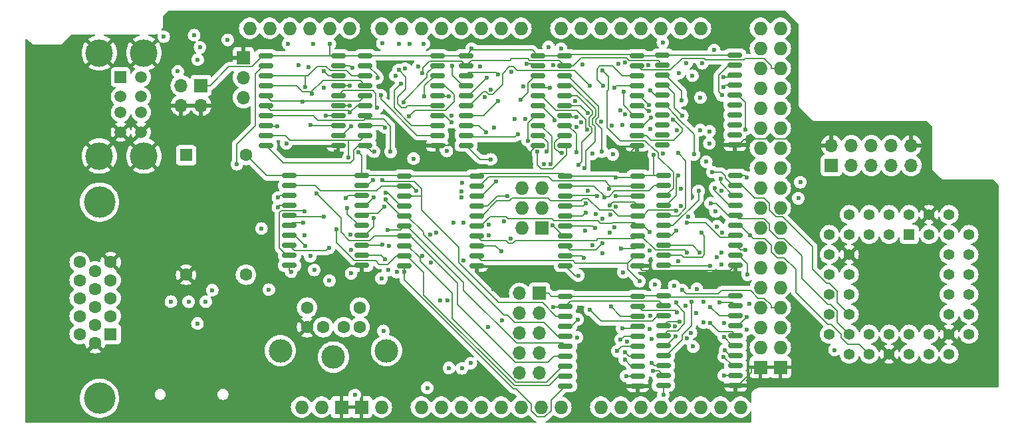
<source format=gbr>
%TF.GenerationSoftware,KiCad,Pcbnew,8.0.8+dfsg-1*%
%TF.CreationDate,2025-07-24T04:48:20-04:00*%
%TF.ProjectId,VGA_SRAM_SHUIELD_DOUBLE_BUFFER,5647415f-5352-4414-9d5f-53485549454c,rev?*%
%TF.SameCoordinates,Original*%
%TF.FileFunction,Copper,L6,Bot*%
%TF.FilePolarity,Positive*%
%FSLAX46Y46*%
G04 Gerber Fmt 4.6, Leading zero omitted, Abs format (unit mm)*
G04 Created by KiCad (PCBNEW 8.0.8+dfsg-1) date 2025-07-24 04:48:20*
%MOMM*%
%LPD*%
G01*
G04 APERTURE LIST*
G04 Aperture macros list*
%AMRoundRect*
0 Rectangle with rounded corners*
0 $1 Rounding radius*
0 $2 $3 $4 $5 $6 $7 $8 $9 X,Y pos of 4 corners*
0 Add a 4 corners polygon primitive as box body*
4,1,4,$2,$3,$4,$5,$6,$7,$8,$9,$2,$3,0*
0 Add four circle primitives for the rounded corners*
1,1,$1+$1,$2,$3*
1,1,$1+$1,$4,$5*
1,1,$1+$1,$6,$7*
1,1,$1+$1,$8,$9*
0 Add four rect primitives between the rounded corners*
20,1,$1+$1,$2,$3,$4,$5,0*
20,1,$1+$1,$4,$5,$6,$7,0*
20,1,$1+$1,$6,$7,$8,$9,0*
20,1,$1+$1,$8,$9,$2,$3,0*%
G04 Aperture macros list end*
%TA.AperFunction,ComponentPad*%
%ADD10R,1.700000X1.700000*%
%TD*%
%TA.AperFunction,ComponentPad*%
%ADD11O,1.700000X1.700000*%
%TD*%
%TA.AperFunction,ComponentPad*%
%ADD12R,1.500000X1.500000*%
%TD*%
%TA.AperFunction,ComponentPad*%
%ADD13C,1.500000*%
%TD*%
%TA.AperFunction,ComponentPad*%
%ADD14C,3.500000*%
%TD*%
%TA.AperFunction,ComponentPad*%
%ADD15C,4.000000*%
%TD*%
%TA.AperFunction,ComponentPad*%
%ADD16R,1.600000X1.600000*%
%TD*%
%TA.AperFunction,ComponentPad*%
%ADD17C,1.600000*%
%TD*%
%TA.AperFunction,ComponentPad*%
%ADD18R,1.422400X1.422400*%
%TD*%
%TA.AperFunction,ComponentPad*%
%ADD19C,1.422400*%
%TD*%
%TA.AperFunction,ComponentPad*%
%ADD20C,2.990000*%
%TD*%
%TA.AperFunction,SMDPad,CuDef*%
%ADD21RoundRect,0.150000X0.800000X0.150000X-0.800000X0.150000X-0.800000X-0.150000X0.800000X-0.150000X0*%
%TD*%
%TA.AperFunction,ComponentPad*%
%ADD22O,1.727200X1.727200*%
%TD*%
%TA.AperFunction,ComponentPad*%
%ADD23R,1.727200X1.727200*%
%TD*%
%TA.AperFunction,ViaPad*%
%ADD24C,0.600000*%
%TD*%
%TA.AperFunction,Conductor*%
%ADD25C,0.200000*%
%TD*%
G04 APERTURE END LIST*
D10*
%TO.P,J8,1,Pin_1*%
%TO.N,GND*%
X55800000Y-137475000D03*
D11*
%TO.P,J8,2,Pin_2*%
%TO.N,Net-(J8-Pin_2)*%
X55800000Y-140015000D03*
%TO.P,J8,3,Pin_3*%
X55800000Y-142555000D03*
%TD*%
D12*
%TO.P,J1,1,VBUS1*%
%TO.N,PWR*%
X40152300Y-139940000D03*
D13*
%TO.P,J1,2,D1-*%
%TO.N,Net-(A1-D18{slash}TX1)*%
X40152300Y-142440000D03*
%TO.P,J1,3,D1+*%
%TO.N,Net-(A1-D19{slash}RX1)*%
X40152300Y-144440000D03*
%TO.P,J1,4,GND1*%
%TO.N,GND*%
X40152300Y-146940000D03*
%TO.P,J1,5,VBUS2*%
%TO.N,PWR*%
X42772300Y-139940000D03*
%TO.P,J1,6,D2-*%
%TO.N,Net-(A1-D16{slash}TX2)*%
X42772300Y-142440000D03*
%TO.P,J1,7,D2+*%
%TO.N,Net-(A1-D17{slash}RX2)*%
X42772300Y-144440000D03*
%TO.P,J1,8,GND2*%
%TO.N,GND*%
X42772300Y-146940000D03*
D14*
%TO.P,J1,9,Shield*%
X37442300Y-136870000D03*
X37442300Y-150010000D03*
X43122300Y-136870000D03*
X43122300Y-150010000D03*
%TD*%
D15*
%TO.P,J7,0*%
%TO.N,N/C*%
X37470000Y-155875000D03*
X37470000Y-180875000D03*
D16*
%TO.P,J7,1*%
%TO.N,RED*%
X38890000Y-172690000D03*
D17*
%TO.P,J7,2*%
%TO.N,GREEN*%
X38890000Y-170400000D03*
%TO.P,J7,3*%
%TO.N,BLUE*%
X38890000Y-168110000D03*
%TO.P,J7,4*%
%TO.N,unconnected-(J7-Pad4)*%
X38890000Y-165820000D03*
%TO.P,J7,5*%
%TO.N,GND*%
X38890000Y-163530000D03*
%TO.P,J7,6*%
X36910000Y-173835000D03*
%TO.P,J7,7*%
X36910000Y-171545000D03*
%TO.P,J7,8*%
X36910000Y-169255000D03*
%TO.P,J7,9*%
%TO.N,unconnected-(J7-Pad9)*%
X36910000Y-166965000D03*
%TO.P,J7,10*%
%TO.N,GND*%
X36910000Y-164675000D03*
%TO.P,J7,11*%
%TO.N,unconnected-(J7-Pad11)*%
X34930000Y-172690000D03*
%TO.P,J7,12*%
%TO.N,unconnected-(J7-Pad12)*%
X34930000Y-170400000D03*
%TO.P,J7,13*%
%TO.N,Net-(J7-Pad13)*%
X34930000Y-168110000D03*
%TO.P,J7,14*%
%TO.N,Net-(J7-Pad14)*%
X34930000Y-165820000D03*
%TO.P,J7,15*%
%TO.N,unconnected-(J7-Pad15)*%
X34930000Y-163530000D03*
%TD*%
D18*
%TO.P,U4,1,1*%
%TO.N,READY*%
X140560000Y-160000000D03*
D19*
%TO.P,U4,2,2*%
%TO.N,Net-(X1-OUT)*%
X138020000Y-157460000D03*
%TO.P,U4,3,3*%
%TO.N,PWR*%
X138020000Y-160000000D03*
%TO.P,U4,4,4*%
%TO.N,COUNTER_MEMADDR0*%
X135480000Y-157460000D03*
%TO.P,U4,5,5*%
%TO.N,COUNTER_MEMADDR1*%
X135480000Y-160000000D03*
%TO.P,U4,6,6*%
%TO.N,COUNTER_MEMADDR2*%
X132940000Y-157460000D03*
%TO.P,U4,7,7*%
%TO.N,TDI*%
X130400000Y-160000000D03*
%TO.P,U4,8,8*%
%TO.N,COUNTER_MEMADDR3*%
X132940000Y-160000000D03*
%TO.P,U4,9,9*%
%TO.N,COUNTER_MEMADDR4*%
X130400000Y-162540000D03*
%TO.P,U4,10,10*%
%TO.N,GND*%
X132940000Y-162540000D03*
%TO.P,U4,11,11*%
%TO.N,COUNTER_MEMADDR5*%
X130400000Y-165080000D03*
%TO.P,U4,12,12*%
%TO.N,COUNTER_MEMADDR6*%
X132940000Y-165080000D03*
%TO.P,U4,13,13*%
%TO.N,TMS*%
X130400000Y-167620000D03*
%TO.P,U4,14,14*%
%TO.N,COUNTER_MEMADDR7*%
X132940000Y-167620000D03*
%TO.P,U4,15,15*%
%TO.N,PWR*%
X130400000Y-170160000D03*
%TO.P,U4,16,16*%
%TO.N,COUNTER_MEMADDR8*%
X132940000Y-170160000D03*
%TO.P,U4,17,17*%
%TO.N,COUNTER_MEMADDR9*%
X130400000Y-172700000D03*
%TO.P,U4,18,18*%
%TO.N,COUNTER_MEMADDR10*%
X132940000Y-175240000D03*
%TO.P,U4,19,19*%
%TO.N,COUNTER_MEMADDR11*%
X132940000Y-172700000D03*
%TO.P,U4,20,20*%
%TO.N,COUNTER_MEMADDR12*%
X135480000Y-175240000D03*
%TO.P,U4,21,21*%
%TO.N,COUNTER_MEMADDR13*%
X135480000Y-172700000D03*
%TO.P,U4,22,22*%
%TO.N,GND*%
X138020000Y-175240000D03*
%TO.P,U4,23,23*%
%TO.N,PWR*%
X138020000Y-172700000D03*
%TO.P,U4,24,24*%
%TO.N,COUNTER_MEMADDR14*%
X140560000Y-175240000D03*
%TO.P,U4,25,25*%
%TO.N,COUNTER_MEMADDR15*%
X140560000Y-172700000D03*
%TO.P,U4,26,26*%
%TO.N,COUNTER_MEMADDR16*%
X143100000Y-175240000D03*
%TO.P,U4,27,27*%
%TO.N,COUNTER_MEMADDR17*%
X143100000Y-172700000D03*
%TO.P,U4,28,28*%
%TO.N,COUNTER_MEMADDR18*%
X145640000Y-175240000D03*
%TO.P,U4,29,29*%
%TO.N,COUNTER_MEMADDR19*%
X148180000Y-172700000D03*
%TO.P,U4,30,30*%
%TO.N,GND*%
X145640000Y-172700000D03*
%TO.P,U4,31,31*%
%TO.N,unconnected-(U4-Pad31)*%
X148180000Y-170160000D03*
%TO.P,U4,32,32*%
%TO.N,TCK*%
X145640000Y-170160000D03*
%TO.P,U4,33,33*%
%TO.N,~{H_SYNC}*%
X148180000Y-167620000D03*
%TO.P,U4,34,34*%
%TO.N,~{V_SYNC}*%
X145640000Y-167620000D03*
%TO.P,U4,35,35*%
%TO.N,PWR*%
X148180000Y-165080000D03*
%TO.P,U4,36,36*%
%TO.N,BANK_SELECT*%
X145640000Y-165080000D03*
%TO.P,U4,37,37*%
%TO.N,unconnected-(U4-Pad37)*%
X148180000Y-162540000D03*
%TO.P,U4,38,38*%
%TO.N,TDO*%
X145640000Y-162540000D03*
%TO.P,U4,39,39*%
%TO.N,~{VGA_OUT}*%
X148180000Y-160000000D03*
%TO.P,U4,40,40*%
%TO.N,unconnected-(U4-Pad40)*%
X145640000Y-157460000D03*
%TO.P,U4,41,41*%
%TO.N,unconnected-(U4-Pad41)*%
X145640000Y-160000000D03*
%TO.P,U4,42,42*%
%TO.N,GND*%
X143100000Y-157460000D03*
%TO.P,U4,43,43*%
%TO.N,unconnected-(U4-Pad43)*%
X143100000Y-160000000D03*
%TO.P,U4,44,44*%
%TO.N,unconnected-(U4-Pad44)*%
X140560000Y-157460000D03*
%TD*%
D17*
%TO.P,J3,1*%
%TO.N,/PS2_DAT*%
X65950000Y-171800000D03*
%TO.P,J3,2*%
%TO.N,unconnected-(J3-Pad2)*%
X68550000Y-171800000D03*
%TO.P,J3,3*%
%TO.N,GND*%
X63900000Y-171800000D03*
%TO.P,J3,4*%
%TO.N,PWR*%
X70600000Y-171800000D03*
%TO.P,J3,5*%
%TO.N,/PS2_CLK*%
X63900000Y-169310000D03*
%TO.P,J3,6*%
%TO.N,unconnected-(J3-Pad6)*%
X70600000Y-169310000D03*
D20*
%TO.P,J3,7*%
%TO.N,N/C*%
X74010000Y-174800000D03*
%TO.P,J3,8*%
X67250000Y-175610000D03*
%TO.P,J3,9*%
X60490000Y-174800000D03*
%TD*%
D16*
%TO.P,X1,1,NC*%
%TO.N,unconnected-(X1-NC-Pad1)*%
X48490000Y-149880000D03*
D17*
%TO.P,X1,7,GND*%
%TO.N,GND*%
X48490000Y-165120000D03*
%TO.P,X1,8,OUT*%
%TO.N,Net-(X1-OUT)*%
X56110000Y-165120000D03*
%TO.P,X1,14,Vcc*%
%TO.N,PWR*%
X56110000Y-149880000D03*
%TD*%
D10*
%TO.P,J2,1,Pin_1*%
%TO.N,PWR*%
X93500000Y-167500000D03*
D11*
%TO.P,J2,2,Pin_2*%
%TO.N,Net-(J2-Pin_2)*%
X90960000Y-167500000D03*
%TO.P,J2,3,Pin_3*%
%TO.N,Net-(J2-Pin_3)*%
X93500000Y-170040000D03*
%TO.P,J2,4,Pin_4*%
%TO.N,Net-(J2-Pin_4)*%
X90960000Y-170040000D03*
%TO.P,J2,5,Pin_5*%
%TO.N,Net-(J2-Pin_5)*%
X93500000Y-172580000D03*
%TO.P,J2,6,Pin_6*%
%TO.N,Net-(J2-Pin_6)*%
X90960000Y-172580000D03*
%TO.P,J2,7,Pin_7*%
%TO.N,Net-(J2-Pin_7)*%
X93500000Y-175120000D03*
%TO.P,J2,8,Pin_8*%
%TO.N,Net-(J2-Pin_8)*%
X90960000Y-175120000D03*
%TO.P,J2,9,Pin_9*%
%TO.N,Net-(J2-Pin_9)*%
X93500000Y-177660000D03*
%TO.P,J2,10,Pin_10*%
%TO.N,GND*%
X90960000Y-177660000D03*
%TD*%
D10*
%TO.P,J4,1,Pin_1*%
%TO.N,PWR*%
X50400000Y-141020000D03*
D11*
%TO.P,J4,2,Pin_2*%
X47860000Y-141020000D03*
%TO.P,J4,3,Pin_3*%
%TO.N,GND*%
X50400000Y-143560000D03*
%TO.P,J4,4,Pin_4*%
X47860000Y-143560000D03*
%TD*%
D21*
%TO.P,U9,1,A->B*%
%TO.N,PWR*%
X106000000Y-167855000D03*
%TO.P,U9,2,A0*%
%TO.N,MCUMEMADDR0*%
X106000000Y-169125000D03*
%TO.P,U9,3,A1*%
%TO.N,MCUMEMADDR1*%
X106000000Y-170395000D03*
%TO.P,U9,4,A2*%
%TO.N,MCUMEMADDR2*%
X106000000Y-171665000D03*
%TO.P,U9,5,A3*%
%TO.N,MCUMEMADDR3*%
X106000000Y-172935000D03*
%TO.P,U9,6,A4*%
%TO.N,MCUMEMADDR4*%
X106000000Y-174205000D03*
%TO.P,U9,7,A5*%
%TO.N,MCUMEMADDR5*%
X106000000Y-175475000D03*
%TO.P,U9,8,A6*%
%TO.N,MCUMEMADDR6*%
X106000000Y-176745000D03*
%TO.P,U9,9,A7*%
%TO.N,MCUMEMADDR7*%
X106000000Y-178015000D03*
%TO.P,U9,10,GND*%
%TO.N,GND*%
X106000000Y-179285000D03*
%TO.P,U9,11,B7*%
%TO.N,MEMADDR_BANK17*%
X96800000Y-179285000D03*
%TO.P,U9,12,B6*%
%TO.N,MEMADDR_BANK16*%
X96800000Y-178015000D03*
%TO.P,U9,13,B5*%
%TO.N,MEMADDR_BANK15*%
X96800000Y-176745000D03*
%TO.P,U9,14,B4*%
%TO.N,MEMADDR_BANK14*%
X96800000Y-175475000D03*
%TO.P,U9,15,B3*%
%TO.N,MEMADDR_BANK13*%
X96800000Y-174205000D03*
%TO.P,U9,16,B2*%
%TO.N,MEMADDR_BANK12*%
X96800000Y-172935000D03*
%TO.P,U9,17,B1*%
%TO.N,MEMADDR_BANK11*%
X96800000Y-171665000D03*
%TO.P,U9,18,B0*%
%TO.N,MEMADDR_BANK10*%
X96800000Y-170395000D03*
%TO.P,U9,19,CE*%
%TO.N,BANK_SELECT*%
X96800000Y-169125000D03*
%TO.P,U9,20,VCC*%
%TO.N,PWR*%
X96800000Y-167855000D03*
%TD*%
%TO.P,U21,1,A->B*%
%TO.N,PWR*%
X80500000Y-137210000D03*
%TO.P,U21,2,A0*%
%TO.N,DATA_BANK10*%
X80500000Y-138480000D03*
%TO.P,U21,3,A1*%
%TO.N,DATA_BANK11*%
X80500000Y-139750000D03*
%TO.P,U21,4,A2*%
%TO.N,DATA_BANK12*%
X80500000Y-141020000D03*
%TO.P,U21,5,A3*%
%TO.N,DATA_BANK13*%
X80500000Y-142290000D03*
%TO.P,U21,6,A4*%
%TO.N,DATA_BANK14*%
X80500000Y-143560000D03*
%TO.P,U21,7,A5*%
%TO.N,DATA_BANK15*%
X80500000Y-144830000D03*
%TO.P,U21,8,A6*%
%TO.N,DATA_BANK16*%
X80500000Y-146100000D03*
%TO.P,U21,9,A7*%
%TO.N,DATA_BANK17*%
X80500000Y-147370000D03*
%TO.P,U21,10,GND*%
%TO.N,GND*%
X80500000Y-148640000D03*
%TO.P,U21,11,B7*%
%TO.N,Net-(U21-B7)*%
X71300000Y-148640000D03*
%TO.P,U21,12,B6*%
%TO.N,Net-(U21-B6)*%
X71300000Y-147370000D03*
%TO.P,U21,13,B5*%
%TO.N,Net-(U21-B5)*%
X71300000Y-146100000D03*
%TO.P,U21,14,B4*%
%TO.N,Net-(U21-B4)*%
X71300000Y-144830000D03*
%TO.P,U21,15,B3*%
%TO.N,Net-(U21-B3)*%
X71300000Y-143560000D03*
%TO.P,U21,16,B2*%
%TO.N,Net-(U21-B2)*%
X71300000Y-142290000D03*
%TO.P,U21,17,B1*%
%TO.N,Net-(U21-B1)*%
X71300000Y-141020000D03*
%TO.P,U21,18,B0*%
%TO.N,Net-(U21-B0)*%
X71300000Y-139750000D03*
%TO.P,U21,19,CE*%
%TO.N,~{VGA_OUT 1}*%
X71300000Y-138480000D03*
%TO.P,U21,20,VCC*%
%TO.N,PWR*%
X71300000Y-137210000D03*
%TD*%
%TO.P,U18,1,A->B*%
%TO.N,PWR*%
X118360000Y-137140000D03*
%TO.P,U18,2,A0*%
%TO.N,MCUMEMADDR16*%
X118360000Y-138410000D03*
%TO.P,U18,3,A1*%
%TO.N,MCUMEMADDR17*%
X118360000Y-139680000D03*
%TO.P,U18,4,A2*%
%TO.N,MCUMEMADDR18*%
X118360000Y-140950000D03*
%TO.P,U18,5,A3*%
%TO.N,MCUMEMADDR19*%
X118360000Y-142220000D03*
%TO.P,U18,6,A4*%
%TO.N,unconnected-(U18-A4-Pad6)*%
X118360000Y-143490000D03*
%TO.P,U18,7,A5*%
%TO.N,unconnected-(U18-A5-Pad7)*%
X118360000Y-144760000D03*
%TO.P,U18,8,A6*%
%TO.N,unconnected-(U18-A6-Pad8)*%
X118360000Y-146030000D03*
%TO.P,U18,9,A7*%
%TO.N,unconnected-(U18-A7-Pad9)*%
X118360000Y-147300000D03*
%TO.P,U18,10,GND*%
%TO.N,GND*%
X118360000Y-148570000D03*
%TO.P,U18,11,B7*%
%TO.N,unconnected-(U18-B7-Pad11)*%
X109160000Y-148570000D03*
%TO.P,U18,12,B6*%
%TO.N,unconnected-(U18-B6-Pad12)*%
X109160000Y-147300000D03*
%TO.P,U18,13,B5*%
%TO.N,unconnected-(U18-B5-Pad13)*%
X109160000Y-146030000D03*
%TO.P,U18,14,B4*%
%TO.N,unconnected-(U18-B4-Pad14)*%
X109160000Y-144760000D03*
%TO.P,U18,15,B3*%
%TO.N,MEMADDR_BANK219*%
X109160000Y-143490000D03*
%TO.P,U18,16,B2*%
%TO.N,MEMADDR_BANK218*%
X109160000Y-142220000D03*
%TO.P,U18,17,B1*%
%TO.N,MEMADDR_BANK217*%
X109160000Y-140950000D03*
%TO.P,U18,18,B0*%
%TO.N,MEMADDR_BANK216*%
X109160000Y-139680000D03*
%TO.P,U18,19,CE*%
%TO.N,~{COUNTER_BANK1}*%
X109160000Y-138410000D03*
%TO.P,U18,20,VCC*%
%TO.N,PWR*%
X109160000Y-137140000D03*
%TD*%
%TO.P,U16,1,A->B*%
%TO.N,PWR*%
X105910000Y-137210000D03*
%TO.P,U16,2,A0*%
%TO.N,MCUMEMADDR0*%
X105910000Y-138480000D03*
%TO.P,U16,3,A1*%
%TO.N,MCUMEMADDR1*%
X105910000Y-139750000D03*
%TO.P,U16,4,A2*%
%TO.N,MCUMEMADDR2*%
X105910000Y-141020000D03*
%TO.P,U16,5,A3*%
%TO.N,MCUMEMADDR3*%
X105910000Y-142290000D03*
%TO.P,U16,6,A4*%
%TO.N,MCUMEMADDR4*%
X105910000Y-143560000D03*
%TO.P,U16,7,A5*%
%TO.N,MCUMEMADDR5*%
X105910000Y-144830000D03*
%TO.P,U16,8,A6*%
%TO.N,MCUMEMADDR6*%
X105910000Y-146100000D03*
%TO.P,U16,9,A7*%
%TO.N,MCUMEMADDR7*%
X105910000Y-147370000D03*
%TO.P,U16,10,GND*%
%TO.N,GND*%
X105910000Y-148640000D03*
%TO.P,U16,11,B7*%
%TO.N,MEMADDR_BANK27*%
X96710000Y-148640000D03*
%TO.P,U16,12,B6*%
%TO.N,MEMADDR_BANK26*%
X96710000Y-147370000D03*
%TO.P,U16,13,B5*%
%TO.N,MEMADDR_BANK25*%
X96710000Y-146100000D03*
%TO.P,U16,14,B4*%
%TO.N,MEMADDR_BANK24*%
X96710000Y-144830000D03*
%TO.P,U16,15,B3*%
%TO.N,MEMADDR_BANK23*%
X96710000Y-143560000D03*
%TO.P,U16,16,B2*%
%TO.N,MEMADDR_BANK22*%
X96710000Y-142290000D03*
%TO.P,U16,17,B1*%
%TO.N,MEMADDR_BANK21*%
X96710000Y-141020000D03*
%TO.P,U16,18,B0*%
%TO.N,MEMADDR_BANK20*%
X96710000Y-139750000D03*
%TO.P,U16,19,CE*%
%TO.N,~{COUNTER_BANK1}*%
X96710000Y-138480000D03*
%TO.P,U16,20,VCC*%
%TO.N,PWR*%
X96710000Y-137210000D03*
%TD*%
%TO.P,U10,20,VCC*%
%TO.N,PWR*%
X109250000Y-167785000D03*
%TO.P,U10,19,CE*%
%TO.N,BANK_SELECT*%
X109250000Y-169055000D03*
%TO.P,U10,18,B0*%
%TO.N,MEMADDR_BANK18*%
X109250000Y-170325000D03*
%TO.P,U10,17,B1*%
%TO.N,MEMADDR_BANK19*%
X109250000Y-171595000D03*
%TO.P,U10,16,B2*%
%TO.N,MEMADDR_BANK110*%
X109250000Y-172865000D03*
%TO.P,U10,15,B3*%
%TO.N,MEMADDR_BANK111*%
X109250000Y-174135000D03*
%TO.P,U10,14,B4*%
%TO.N,MEMADDR_BANK112*%
X109250000Y-175405000D03*
%TO.P,U10,13,B5*%
%TO.N,MEMADDR_BANK113*%
X109250000Y-176675000D03*
%TO.P,U10,12,B6*%
%TO.N,MEMADDR_BANK114*%
X109250000Y-177945000D03*
%TO.P,U10,11,B7*%
%TO.N,MEMADDR_BANK115*%
X109250000Y-179215000D03*
%TO.P,U10,10,GND*%
%TO.N,GND*%
X118450000Y-179215000D03*
%TO.P,U10,9,A7*%
%TO.N,MCUMEMADDR15*%
X118450000Y-177945000D03*
%TO.P,U10,8,A6*%
%TO.N,MCUMEMADDR14*%
X118450000Y-176675000D03*
%TO.P,U10,7,A5*%
%TO.N,MCUMEMADDR13*%
X118450000Y-175405000D03*
%TO.P,U10,6,A4*%
%TO.N,MCUMEMADDR12*%
X118450000Y-174135000D03*
%TO.P,U10,5,A3*%
%TO.N,MCUMEMADDR11*%
X118450000Y-172865000D03*
%TO.P,U10,4,A2*%
%TO.N,MCUMEMADDR10*%
X118450000Y-171595000D03*
%TO.P,U10,3,A1*%
%TO.N,MCUMEMADDR9*%
X118450000Y-170325000D03*
%TO.P,U10,2,A0*%
%TO.N,MCUMEMADDR8*%
X118450000Y-169055000D03*
%TO.P,U10,1,A->B*%
%TO.N,PWR*%
X118450000Y-167785000D03*
%TD*%
%TO.P,U5,1,A->B*%
%TO.N,PWR*%
X106000000Y-152535000D03*
%TO.P,U5,2,A0*%
%TO.N,COUNTER_MEMADDR0*%
X106000000Y-153805000D03*
%TO.P,U5,3,A1*%
%TO.N,COUNTER_MEMADDR1*%
X106000000Y-155075000D03*
%TO.P,U5,4,A2*%
%TO.N,COUNTER_MEMADDR2*%
X106000000Y-156345000D03*
%TO.P,U5,5,A3*%
%TO.N,COUNTER_MEMADDR3*%
X106000000Y-157615000D03*
%TO.P,U5,6,A4*%
%TO.N,COUNTER_MEMADDR4*%
X106000000Y-158885000D03*
%TO.P,U5,7,A5*%
%TO.N,COUNTER_MEMADDR5*%
X106000000Y-160155000D03*
%TO.P,U5,8,A6*%
%TO.N,COUNTER_MEMADDR6*%
X106000000Y-161425000D03*
%TO.P,U5,9,A7*%
%TO.N,COUNTER_MEMADDR7*%
X106000000Y-162695000D03*
%TO.P,U5,10,GND*%
%TO.N,GND*%
X106000000Y-163965000D03*
%TO.P,U5,11,B7*%
%TO.N,MEMADDR_BANK27*%
X96800000Y-163965000D03*
%TO.P,U5,12,B6*%
%TO.N,MEMADDR_BANK26*%
X96800000Y-162695000D03*
%TO.P,U5,13,B5*%
%TO.N,MEMADDR_BANK25*%
X96800000Y-161425000D03*
%TO.P,U5,14,B4*%
%TO.N,MEMADDR_BANK24*%
X96800000Y-160155000D03*
%TO.P,U5,15,B3*%
%TO.N,MEMADDR_BANK23*%
X96800000Y-158885000D03*
%TO.P,U5,16,B2*%
%TO.N,MEMADDR_BANK22*%
X96800000Y-157615000D03*
%TO.P,U5,17,B1*%
%TO.N,MEMADDR_BANK21*%
X96800000Y-156345000D03*
%TO.P,U5,18,B0*%
%TO.N,MEMADDR_BANK20*%
X96800000Y-155075000D03*
%TO.P,U5,19,CE*%
%TO.N,BANK_SELECT*%
X96800000Y-153805000D03*
%TO.P,U5,20,VCC*%
%TO.N,PWR*%
X96800000Y-152535000D03*
%TD*%
D10*
%TO.P,J5,1,Pin_1*%
%TO.N,TCK*%
X130660000Y-151200000D03*
D11*
%TO.P,J5,2,Pin_2*%
%TO.N,GND*%
X130660000Y-148660000D03*
%TO.P,J5,3,Pin_3*%
%TO.N,TDO*%
X133200000Y-151200000D03*
%TO.P,J5,4,Pin_4*%
%TO.N,PWR*%
X133200000Y-148660000D03*
%TO.P,J5,5,Pin_5*%
%TO.N,TMS*%
X135740000Y-151200000D03*
%TO.P,J5,6,Pin_6*%
%TO.N,unconnected-(J5-Pin_6-Pad6)*%
X135740000Y-148660000D03*
%TO.P,J5,7,Pin_7*%
%TO.N,unconnected-(J5-Pin_7-Pad7)*%
X138280000Y-151200000D03*
%TO.P,J5,8,Pin_8*%
%TO.N,unconnected-(J5-Pin_8-Pad8)*%
X138280000Y-148660000D03*
%TO.P,J5,9,Pin_9*%
%TO.N,TDI*%
X140820000Y-151200000D03*
%TO.P,J5,10,Pin_10*%
%TO.N,GND*%
X140820000Y-148660000D03*
%TD*%
D21*
%TO.P,U6,1,A->B*%
%TO.N,PWR*%
X118450000Y-152465000D03*
%TO.P,U6,2,A0*%
%TO.N,COUNTER_MEMADDR8*%
X118450000Y-153735000D03*
%TO.P,U6,3,A1*%
%TO.N,COUNTER_MEMADDR9*%
X118450000Y-155005000D03*
%TO.P,U6,4,A2*%
%TO.N,COUNTER_MEMADDR10*%
X118450000Y-156275000D03*
%TO.P,U6,5,A3*%
%TO.N,COUNTER_MEMADDR11*%
X118450000Y-157545000D03*
%TO.P,U6,6,A4*%
%TO.N,COUNTER_MEMADDR12*%
X118450000Y-158815000D03*
%TO.P,U6,7,A5*%
%TO.N,COUNTER_MEMADDR13*%
X118450000Y-160085000D03*
%TO.P,U6,8,A6*%
%TO.N,COUNTER_MEMADDR14*%
X118450000Y-161355000D03*
%TO.P,U6,9,A7*%
%TO.N,COUNTER_MEMADDR15*%
X118450000Y-162625000D03*
%TO.P,U6,10,GND*%
%TO.N,GND*%
X118450000Y-163895000D03*
%TO.P,U6,11,B7*%
%TO.N,MEMADDR_BANK215*%
X109250000Y-163895000D03*
%TO.P,U6,12,B6*%
%TO.N,MEMADDR_BANK214*%
X109250000Y-162625000D03*
%TO.P,U6,13,B5*%
%TO.N,MEMADDR_BANK213*%
X109250000Y-161355000D03*
%TO.P,U6,14,B4*%
%TO.N,MEMADDR_BANK212*%
X109250000Y-160085000D03*
%TO.P,U6,15,B3*%
%TO.N,MEMADDR_BANK211*%
X109250000Y-158815000D03*
%TO.P,U6,16,B2*%
%TO.N,MEMADDR_BANK210*%
X109250000Y-157545000D03*
%TO.P,U6,17,B1*%
%TO.N,MEMADDR_BANK29*%
X109250000Y-156275000D03*
%TO.P,U6,18,B0*%
%TO.N,MEMADDR_BANK28*%
X109250000Y-155005000D03*
%TO.P,U6,19,CE*%
%TO.N,BANK_SELECT*%
X109250000Y-153735000D03*
%TO.P,U6,20,VCC*%
%TO.N,PWR*%
X109250000Y-152465000D03*
%TD*%
%TO.P,U2,1,A->B*%
%TO.N,PWR*%
X70860000Y-152520000D03*
%TO.P,U2,2,A0*%
%TO.N,COUNTER_MEMADDR8*%
X70860000Y-153790000D03*
%TO.P,U2,3,A1*%
%TO.N,COUNTER_MEMADDR9*%
X70860000Y-155060000D03*
%TO.P,U2,4,A2*%
%TO.N,COUNTER_MEMADDR10*%
X70860000Y-156330000D03*
%TO.P,U2,5,A3*%
%TO.N,COUNTER_MEMADDR11*%
X70860000Y-157600000D03*
%TO.P,U2,6,A4*%
%TO.N,COUNTER_MEMADDR12*%
X70860000Y-158870000D03*
%TO.P,U2,7,A5*%
%TO.N,COUNTER_MEMADDR13*%
X70860000Y-160140000D03*
%TO.P,U2,8,A6*%
%TO.N,COUNTER_MEMADDR14*%
X70860000Y-161410000D03*
%TO.P,U2,9,A7*%
%TO.N,COUNTER_MEMADDR15*%
X70860000Y-162680000D03*
%TO.P,U2,10,GND*%
%TO.N,GND*%
X70860000Y-163950000D03*
%TO.P,U2,11,B7*%
%TO.N,MEMADDR_BANK115*%
X61660000Y-163950000D03*
%TO.P,U2,12,B6*%
%TO.N,MEMADDR_BANK114*%
X61660000Y-162680000D03*
%TO.P,U2,13,B5*%
%TO.N,MEMADDR_BANK113*%
X61660000Y-161410000D03*
%TO.P,U2,14,B4*%
%TO.N,MEMADDR_BANK112*%
X61660000Y-160140000D03*
%TO.P,U2,15,B3*%
%TO.N,MEMADDR_BANK111*%
X61660000Y-158870000D03*
%TO.P,U2,16,B2*%
%TO.N,MEMADDR_BANK110*%
X61660000Y-157600000D03*
%TO.P,U2,17,B1*%
%TO.N,MEMADDR_BANK19*%
X61660000Y-156330000D03*
%TO.P,U2,18,B0*%
%TO.N,MEMADDR_BANK18*%
X61660000Y-155060000D03*
%TO.P,U2,19,CE*%
%TO.N,~{COUNTER_BANK1}*%
X61660000Y-153790000D03*
%TO.P,U2,20,VCC*%
%TO.N,PWR*%
X61660000Y-152520000D03*
%TD*%
%TO.P,U17,1,A->B*%
%TO.N,PWR*%
X93320000Y-137210000D03*
%TO.P,U17,2,A0*%
%TO.N,MCUMEMADDR8*%
X93320000Y-138480000D03*
%TO.P,U17,3,A1*%
%TO.N,MCUMEMADDR9*%
X93320000Y-139750000D03*
%TO.P,U17,4,A2*%
%TO.N,MCUMEMADDR10*%
X93320000Y-141020000D03*
%TO.P,U17,5,A3*%
%TO.N,MCUMEMADDR11*%
X93320000Y-142290000D03*
%TO.P,U17,6,A4*%
%TO.N,MCUMEMADDR12*%
X93320000Y-143560000D03*
%TO.P,U17,7,A5*%
%TO.N,MCUMEMADDR13*%
X93320000Y-144830000D03*
%TO.P,U17,8,A6*%
%TO.N,MCUMEMADDR14*%
X93320000Y-146100000D03*
%TO.P,U17,9,A7*%
%TO.N,MCUMEMADDR15*%
X93320000Y-147370000D03*
%TO.P,U17,10,GND*%
%TO.N,GND*%
X93320000Y-148640000D03*
%TO.P,U17,11,B7*%
%TO.N,MEMADDR_BANK215*%
X84120000Y-148640000D03*
%TO.P,U17,12,B6*%
%TO.N,MEMADDR_BANK214*%
X84120000Y-147370000D03*
%TO.P,U17,13,B5*%
%TO.N,MEMADDR_BANK213*%
X84120000Y-146100000D03*
%TO.P,U17,14,B4*%
%TO.N,MEMADDR_BANK212*%
X84120000Y-144830000D03*
%TO.P,U17,15,B3*%
%TO.N,MEMADDR_BANK211*%
X84120000Y-143560000D03*
%TO.P,U17,16,B2*%
%TO.N,MEMADDR_BANK210*%
X84120000Y-142290000D03*
%TO.P,U17,17,B1*%
%TO.N,MEMADDR_BANK29*%
X84120000Y-141020000D03*
%TO.P,U17,18,B0*%
%TO.N,MEMADDR_BANK28*%
X84120000Y-139750000D03*
%TO.P,U17,19,CE*%
%TO.N,~{COUNTER_BANK1}*%
X84120000Y-138480000D03*
%TO.P,U17,20,VCC*%
%TO.N,PWR*%
X84120000Y-137210000D03*
%TD*%
%TO.P,U1,1,A->B*%
%TO.N,PWR*%
X85470000Y-152535000D03*
%TO.P,U1,2,A0*%
%TO.N,COUNTER_MEMADDR0*%
X85470000Y-153805000D03*
%TO.P,U1,3,A1*%
%TO.N,COUNTER_MEMADDR1*%
X85470000Y-155075000D03*
%TO.P,U1,4,A2*%
%TO.N,COUNTER_MEMADDR2*%
X85470000Y-156345000D03*
%TO.P,U1,5,A3*%
%TO.N,COUNTER_MEMADDR3*%
X85470000Y-157615000D03*
%TO.P,U1,6,A4*%
%TO.N,COUNTER_MEMADDR4*%
X85470000Y-158885000D03*
%TO.P,U1,7,A5*%
%TO.N,COUNTER_MEMADDR5*%
X85470000Y-160155000D03*
%TO.P,U1,8,A6*%
%TO.N,COUNTER_MEMADDR6*%
X85470000Y-161425000D03*
%TO.P,U1,9,A7*%
%TO.N,COUNTER_MEMADDR7*%
X85470000Y-162695000D03*
%TO.P,U1,10,GND*%
%TO.N,GND*%
X85470000Y-163965000D03*
%TO.P,U1,11,B7*%
%TO.N,MEMADDR_BANK17*%
X76270000Y-163965000D03*
%TO.P,U1,12,B6*%
%TO.N,MEMADDR_BANK16*%
X76270000Y-162695000D03*
%TO.P,U1,13,B5*%
%TO.N,MEMADDR_BANK15*%
X76270000Y-161425000D03*
%TO.P,U1,14,B4*%
%TO.N,MEMADDR_BANK14*%
X76270000Y-160155000D03*
%TO.P,U1,15,B3*%
%TO.N,MEMADDR_BANK13*%
X76270000Y-158885000D03*
%TO.P,U1,16,B2*%
%TO.N,MEMADDR_BANK12*%
X76270000Y-157615000D03*
%TO.P,U1,17,B1*%
%TO.N,MEMADDR_BANK11*%
X76270000Y-156345000D03*
%TO.P,U1,18,B0*%
%TO.N,MEMADDR_BANK10*%
X76270000Y-155075000D03*
%TO.P,U1,19,CE*%
%TO.N,~{COUNTER_BANK1}*%
X76270000Y-153805000D03*
%TO.P,U1,20,VCC*%
%TO.N,PWR*%
X76270000Y-152535000D03*
%TD*%
%TO.P,U22,1,A->B*%
%TO.N,PWR*%
X67850000Y-137210000D03*
%TO.P,U22,2,A0*%
%TO.N,DATA_BANK20*%
X67850000Y-138480000D03*
%TO.P,U22,3,A1*%
%TO.N,DATA_BANK21*%
X67850000Y-139750000D03*
%TO.P,U22,4,A2*%
%TO.N,DATA_BANK22*%
X67850000Y-141020000D03*
%TO.P,U22,5,A3*%
%TO.N,DATA_BANK23*%
X67850000Y-142290000D03*
%TO.P,U22,6,A4*%
%TO.N,DATA_BANK24*%
X67850000Y-143560000D03*
%TO.P,U22,7,A5*%
%TO.N,DATA_BANK25*%
X67850000Y-144830000D03*
%TO.P,U22,8,A6*%
%TO.N,DATA_BANK26*%
X67850000Y-146100000D03*
%TO.P,U22,9,A7*%
%TO.N,DATA_BANK27*%
X67850000Y-147370000D03*
%TO.P,U22,10,GND*%
%TO.N,GND*%
X67850000Y-148640000D03*
%TO.P,U22,11,B7*%
%TO.N,Net-(U21-B7)*%
X58650000Y-148640000D03*
%TO.P,U22,12,B6*%
%TO.N,Net-(U21-B6)*%
X58650000Y-147370000D03*
%TO.P,U22,13,B5*%
%TO.N,Net-(U21-B5)*%
X58650000Y-146100000D03*
%TO.P,U22,14,B4*%
%TO.N,Net-(U21-B4)*%
X58650000Y-144830000D03*
%TO.P,U22,15,B3*%
%TO.N,Net-(U21-B3)*%
X58650000Y-143560000D03*
%TO.P,U22,16,B2*%
%TO.N,Net-(U21-B2)*%
X58650000Y-142290000D03*
%TO.P,U22,17,B1*%
%TO.N,Net-(U21-B1)*%
X58650000Y-141020000D03*
%TO.P,U22,18,B0*%
%TO.N,Net-(U21-B0)*%
X58650000Y-139750000D03*
%TO.P,U22,19,CE*%
%TO.N,~{VGA_OUT 2}*%
X58650000Y-138480000D03*
%TO.P,U22,20,VCC*%
%TO.N,PWR*%
X58650000Y-137210000D03*
%TD*%
D22*
%TO.P,A1,3V3,3.3V*%
%TO.N,3.3V*%
X63195200Y-181991000D03*
%TO.P,A1,5V1,5V*%
%TO.N,5V*%
X65735200Y-181991000D03*
%TO.P,A1,5V2,SPI_5V*%
X93802200Y-154051000D03*
%TO.P,A1,5V3,5V*%
X121615200Y-133731000D03*
%TO.P,A1,5V4,5V*%
X124155200Y-133731000D03*
%TO.P,A1,A0,A0*%
%TO.N,Net-(J2-Pin_2)*%
X78435200Y-181991000D03*
%TO.P,A1,A1,A1*%
%TO.N,Net-(J2-Pin_3)*%
X80975200Y-181991000D03*
%TO.P,A1,A2,A2*%
%TO.N,Net-(J2-Pin_4)*%
X83515200Y-181991000D03*
%TO.P,A1,A3,A3*%
%TO.N,Net-(J2-Pin_5)*%
X86055200Y-181991000D03*
%TO.P,A1,A4,A4*%
%TO.N,Net-(J2-Pin_9)*%
X88595200Y-181991000D03*
%TO.P,A1,A5,A5*%
%TO.N,Net-(J2-Pin_8)*%
X91135200Y-181991000D03*
%TO.P,A1,A6,A6*%
%TO.N,Net-(J2-Pin_7)*%
X93675200Y-181991000D03*
%TO.P,A1,A7,A7*%
%TO.N,Net-(J2-Pin_6)*%
X96215200Y-181991000D03*
%TO.P,A1,A8,A8*%
%TO.N,DATA11*%
X101295200Y-181991000D03*
%TO.P,A1,A9,A9*%
%TO.N,DATA12*%
X103835200Y-181991000D03*
%TO.P,A1,A10,A10*%
%TO.N,DATA13*%
X106375200Y-181991000D03*
%TO.P,A1,A11,A11*%
%TO.N,DATA14*%
X108915200Y-181991000D03*
%TO.P,A1,CANR,CANRX*%
%TO.N,unconnected-(A1-CANRX-PadCANR)*%
X116535200Y-181991000D03*
%TO.P,A1,CANT,CANTX*%
%TO.N,unconnected-(A1-CANTX-PadCANT)*%
X119075200Y-181991000D03*
%TO.P,A1,D0,D0/RX0*%
%TO.N,unconnected-(A1-D0{slash}RX0-PadD0)*%
X91135200Y-133731000D03*
%TO.P,A1,D1,D1/TX0*%
%TO.N,unconnected-(A1-D1{slash}TX0-PadD1)*%
X88595200Y-133731000D03*
%TO.P,A1,D2,D2*%
%TO.N,/MCU OE*%
X86055200Y-133731000D03*
%TO.P,A1,D3,D3*%
%TO.N,/MCU CE*%
X83515200Y-133731000D03*
%TO.P,A1,D4,D4_CS1*%
%TO.N,/MCU WE*%
X80975200Y-133731000D03*
%TO.P,A1,D5,D5*%
%TO.N,BANK_SELECT*%
X78435200Y-133731000D03*
%TO.P,A1,D6,D6*%
%TO.N,Net-(A1-PadD6)*%
X75895200Y-133731000D03*
%TO.P,A1,D7,D7*%
%TO.N,Net-(A1-PadD7)*%
X73355200Y-133731000D03*
%TO.P,A1,D8,D8*%
%TO.N,unconnected-(A1-PadD8)*%
X69291200Y-133731000D03*
%TO.P,A1,D9,D9*%
%TO.N,unconnected-(A1-PadD9)*%
X66751200Y-133731000D03*
%TO.P,A1,D10,D10_CS0*%
%TO.N,/SD_CS*%
X64211200Y-133731000D03*
%TO.P,A1,D11,D11*%
%TO.N,MCUMEMADDR7*%
X61671200Y-133731000D03*
%TO.P,A1,D12,D12*%
%TO.N,MCUMEMADDR8*%
X59131200Y-133731000D03*
%TO.P,A1,D13,D13*%
%TO.N,unconnected-(A1-PadD13)*%
X56591200Y-133731000D03*
%TO.P,A1,D14,D14/TX3*%
%TO.N,MCUMEMADDR4*%
X96215200Y-133731000D03*
%TO.P,A1,D15,D15/RX3*%
%TO.N,MCUMEMADDR5*%
X98755200Y-133731000D03*
%TO.P,A1,D16,D16/TX2*%
%TO.N,Net-(A1-D16{slash}TX2)*%
X101295200Y-133731000D03*
%TO.P,A1,D17,D17/RX2*%
%TO.N,Net-(A1-D17{slash}RX2)*%
X103835200Y-133731000D03*
%TO.P,A1,D18,D18/TX1*%
%TO.N,Net-(A1-D18{slash}TX1)*%
X106375200Y-133731000D03*
%TO.P,A1,D19,D19/RX1*%
%TO.N,Net-(A1-D19{slash}RX1)*%
X108915200Y-133731000D03*
%TO.P,A1,D20,D20/SDA*%
%TO.N,unconnected-(A1-D20{slash}SDA-PadD20)*%
X111455200Y-133731000D03*
%TO.P,A1,D21,D21/SCL*%
%TO.N,unconnected-(A1-D21{slash}SCL-PadD21)*%
X113995200Y-133731000D03*
%TO.P,A1,D22,D22*%
%TO.N,unconnected-(A1-PadD22)*%
X121615200Y-136271000D03*
%TO.P,A1,D23,D23*%
%TO.N,unconnected-(A1-PadD23)*%
X124155200Y-136271000D03*
%TO.P,A1,D24,D24*%
%TO.N,unconnected-(A1-PadD24)*%
X121615200Y-138811000D03*
%TO.P,A1,D25,D25*%
%TO.N,MCUMEMADDR0*%
X124155200Y-138811000D03*
%TO.P,A1,D26,D26*%
%TO.N,MCUMEMADDR1*%
X121615200Y-141351000D03*
%TO.P,A1,D27,D27*%
%TO.N,MCUMEMADDR2*%
X124155200Y-141351000D03*
%TO.P,A1,D28,D28*%
%TO.N,MCUMEMADDR3*%
X121615200Y-143891000D03*
%TO.P,A1,D29,D29*%
%TO.N,MCUMEMADDR6*%
X124155200Y-143891000D03*
%TO.P,A1,D30,D30*%
%TO.N,MCUMEMADDR9*%
X121615200Y-146431000D03*
%TO.P,A1,D31,D31*%
%TO.N,READY*%
X124155200Y-146431000D03*
%TO.P,A1,D32,D32*%
%TO.N,MCUMEMADDR10*%
X121615200Y-148971000D03*
%TO.P,A1,D33,D33*%
%TO.N,MCUMEMADDR11*%
X124155200Y-148971000D03*
%TO.P,A1,D34,D34*%
%TO.N,MCUMEMADDR12*%
X121615200Y-151511000D03*
%TO.P,A1,D35,D35*%
%TO.N,MCUMEMADDR13*%
X124155200Y-151511000D03*
%TO.P,A1,D36,D36*%
%TO.N,MCUMEMADDR14*%
X121615200Y-154051000D03*
%TO.P,A1,D37,D37*%
%TO.N,MCUMEMADDR15*%
X124155200Y-154051000D03*
%TO.P,A1,D38,D38*%
%TO.N,MCUMEMADDR16*%
X121615200Y-156591000D03*
%TO.P,A1,D39,D39*%
%TO.N,MCUMEMADDR17*%
X124155200Y-156591000D03*
%TO.P,A1,D40,D40*%
%TO.N,MCUMEMADDR18*%
X121615200Y-159131000D03*
%TO.P,A1,D41,D41*%
%TO.N,MCUMEMADDR19*%
X124155200Y-159131000D03*
%TO.P,A1,D42,D42*%
%TO.N,/PS2_DAT*%
X121615200Y-161671000D03*
%TO.P,A1,D43,D43*%
%TO.N,/PS2_CLK*%
X124155200Y-161671000D03*
%TO.P,A1,D44,D44*%
%TO.N,DATA7*%
X121615200Y-164211000D03*
%TO.P,A1,D45,D45*%
%TO.N,DATA6*%
X124155200Y-164211000D03*
%TO.P,A1,D46,D46*%
%TO.N,DATA5*%
X121615200Y-166751000D03*
%TO.P,A1,D47,D47*%
%TO.N,DATA4*%
X124155200Y-166751000D03*
%TO.P,A1,D48,D48*%
%TO.N,DATA3*%
X121615200Y-169291000D03*
%TO.P,A1,D49,D49*%
%TO.N,DATA2*%
X124155200Y-169291000D03*
%TO.P,A1,D50,D50*%
%TO.N,DATA1*%
X121615200Y-171831000D03*
%TO.P,A1,D51,D51*%
%TO.N,DATA0*%
X124155200Y-171831000D03*
%TO.P,A1,D52,D52_CS2*%
%TO.N,DATA15*%
X121615200Y-174371000D03*
%TO.P,A1,D53,D53*%
%TO.N,DATA8*%
X124155200Y-174371000D03*
%TO.P,A1,DAC0,DAC0*%
%TO.N,DATA9*%
X111455200Y-181991000D03*
%TO.P,A1,DAC1,DAC1*%
%TO.N,DATA10*%
X113995200Y-181991000D03*
D23*
%TO.P,A1,GND2,GND*%
%TO.N,GND*%
X68275200Y-181991000D03*
%TO.P,A1,GND3,GND*%
X70815200Y-181991000D03*
%TO.P,A1,GND4,SPI_GND*%
X93802200Y-159131000D03*
%TO.P,A1,GND5,GND*%
X121615200Y-176911000D03*
%TO.P,A1,GND6,GND*%
X124155200Y-176911000D03*
D22*
%TO.P,A1,MISO,SPI_MISO*%
%TO.N,Net-(A1-SPI_MISO)*%
X91262200Y-154051000D03*
%TO.P,A1,MOSI,SPI_MOSI*%
%TO.N,Net-(A1-SPI_MOSI)*%
X93802200Y-156591000D03*
%TO.P,A1,RST2,SPI_RESET*%
%TO.N,unconnected-(A1-SPI_RESET-PadRST2)*%
X91262200Y-159131000D03*
%TO.P,A1,SCK,SPI_SCK*%
%TO.N,Net-(A1-SPI_SCK)*%
X91262200Y-156591000D03*
%TO.P,A1,VIN,VIN*%
%TO.N,PWR*%
X73355200Y-181991000D03*
%TD*%
D24*
%TO.N,DATA_BANK22*%
X115888100Y-157059200D03*
X69306500Y-141052600D03*
X107633400Y-146529200D03*
%TO.N,Net-(A1-SPI_MISO)*%
X46559800Y-168552600D03*
%TO.N,DATA_BANK27*%
X103543000Y-138246400D03*
X116638800Y-163854900D03*
X69504900Y-146186400D03*
X103751200Y-144194900D03*
%TO.N,DATA_BANK20*%
X69638100Y-138793300D03*
X102699300Y-146122500D03*
%TO.N,DATA_BANK21*%
X66060700Y-139156700D03*
X104032400Y-146060000D03*
%TO.N,DATA_BANK23*%
X116100800Y-158982100D03*
X109233800Y-149652700D03*
X72798200Y-143855000D03*
%TO.N,DATA_BANK24*%
X112972800Y-139768500D03*
X116700800Y-159752600D03*
X69313500Y-143564700D03*
%TO.N,Net-(A1-SPI_SCK)*%
X48818200Y-168570000D03*
%TO.N,MCUMEMADDR13*%
X91998000Y-148047800D03*
X117108800Y-174723900D03*
%TO.N,MCUMEMADDR19*%
X119732100Y-146599300D03*
X86506500Y-142480400D03*
%TO.N,MCUMEMADDR12*%
X116964600Y-173055700D03*
X95443900Y-145468900D03*
%TO.N,MCUMEMADDR16*%
X116711300Y-142259000D03*
X85939500Y-138612200D03*
%TO.N,MCUMEMADDR2*%
X103015800Y-141274300D03*
X104021500Y-171949200D03*
%TO.N,MCUMEMADDR0*%
X110985500Y-169882700D03*
%TO.N,MCUMEMADDR14*%
X116953700Y-175569600D03*
X94861200Y-151036900D03*
%TO.N,MCUMEMADDR11*%
X99533800Y-146663200D03*
X115184600Y-171245000D03*
%TO.N,MCUMEMADDR3*%
X107426600Y-143476600D03*
X103798400Y-173407200D03*
%TO.N,MCUMEMADDR9*%
X91073200Y-142869100D03*
X115250500Y-169205000D03*
%TO.N,MCUMEMADDR5*%
X104395300Y-174994800D03*
X104193400Y-141794300D03*
%TO.N,MCUMEMADDR6*%
X107696000Y-145084400D03*
X104343800Y-175910000D03*
%TO.N,MCUMEMADDR8*%
X116364300Y-168628300D03*
X91821700Y-138271400D03*
%TO.N,MCUMEMADDR18*%
X116896300Y-141187900D03*
X87272300Y-141548700D03*
%TO.N,MCUMEMADDR15*%
X116956200Y-177945000D03*
X94423300Y-149427600D03*
%TO.N,MCUMEMADDR7*%
X104513900Y-178050600D03*
X110462100Y-145409200D03*
%TO.N,MCUMEMADDR4*%
X107438800Y-144284200D03*
X104394900Y-144683000D03*
X103371900Y-174862400D03*
%TO.N,DATA_BANK26*%
X116103800Y-162872700D03*
X104344300Y-138102000D03*
X64303400Y-146036000D03*
%TO.N,DATA_BANK25*%
X116635400Y-162272600D03*
X66322000Y-144829900D03*
X107373700Y-138432500D03*
%TO.N,DATA_BANK17*%
X73271600Y-142254600D03*
X79640100Y-163601700D03*
X104164000Y-164802600D03*
%TO.N,DATA_BANK11*%
X78820600Y-142397500D03*
X103232200Y-156480000D03*
%TO.N,DATA_BANK12*%
X76897100Y-144933500D03*
X100214800Y-149724700D03*
X102552900Y-157498200D03*
%TO.N,DATA_BANK16*%
X75850800Y-140806000D03*
X101524100Y-162350200D03*
%TO.N,DATA_BANK15*%
X100264000Y-161386600D03*
X82297300Y-145695700D03*
X73480800Y-135648300D03*
%TO.N,DATA_BANK14*%
X75557100Y-139030800D03*
X103048600Y-159098600D03*
%TO.N,DATA_BANK10*%
X77458100Y-150331700D03*
X111525800Y-154187100D03*
X76166100Y-143211100D03*
%TO.N,DATA_BANK13*%
X81954300Y-142397500D03*
X99327300Y-159494300D03*
%TO.N,~{VGA_OUT 1}*%
X72875900Y-140046100D03*
X79532200Y-160036100D03*
%TO.N,~{VGA_OUT 2}*%
X54945300Y-151055500D03*
X87016800Y-160123900D03*
%TO.N,MCUMEMADDR10*%
X102832100Y-149795200D03*
X94805800Y-141312400D03*
X119906000Y-170480600D03*
%TO.N,MCUMEMADDR17*%
X89863600Y-139285700D03*
X116883900Y-139968100D03*
%TO.N,DATA2*%
X111662700Y-167082000D03*
X100680900Y-157375600D03*
%TO.N,MCUMEMADDR1*%
X101623500Y-141077600D03*
X102569400Y-169188200D03*
%TO.N,/MCU OE*%
X94061000Y-151036900D03*
X79194600Y-179539000D03*
%TO.N,Net-(A1-SPI_MOSI)*%
X50998200Y-168564900D03*
%TO.N,~{WE_BANK2}*%
X110982300Y-146706100D03*
X87682400Y-146348600D03*
X83810000Y-158522100D03*
%TO.N,DATA1*%
X112780100Y-172534600D03*
X111480000Y-156389400D03*
%TO.N,~{OE_BANK2}*%
X94643300Y-136099700D03*
X86945300Y-171802300D03*
%TO.N,~{OE_BANK1}*%
X64644700Y-135692100D03*
X81773900Y-168390900D03*
%TO.N,DATA3*%
X112464300Y-157705500D03*
X101477800Y-157949700D03*
%TO.N,Net-(A1-PadD7)*%
X49969300Y-137727100D03*
%TO.N,~{MCU_WE}*%
X84741700Y-176388500D03*
X82540000Y-158504300D03*
X87039100Y-158708000D03*
%TO.N,MEMADDR_BANK217*%
X111662500Y-144852100D03*
X107549800Y-172008800D03*
%TO.N,MEMADDR_BANK219*%
X113175800Y-149812100D03*
X112229600Y-173211400D03*
X110628500Y-166556700D03*
%TO.N,MEMADDR_BANK216*%
X111616800Y-142921800D03*
X107618300Y-170310200D03*
%TO.N,MEMADDR_BANK218*%
X107633000Y-141649800D03*
X104627200Y-173636600D03*
%TO.N,DATA0*%
X113523900Y-166924100D03*
X99623000Y-154414200D03*
%TO.N,MEMADDR_BANK211*%
X99858400Y-141065900D03*
X112193800Y-138167800D03*
X113746400Y-154464900D03*
%TO.N,MEMADDR_BANK213*%
X113897900Y-162272600D03*
X114212600Y-138178600D03*
X86709700Y-147013400D03*
X113951600Y-146695900D03*
%TO.N,MEMADDR_BANK212*%
X110928400Y-159484300D03*
X88178100Y-143027300D03*
X113980800Y-142559000D03*
%TO.N,MEMADDR_BANK214*%
X114100300Y-159748300D03*
X90754400Y-147219600D03*
X115137400Y-146855100D03*
X115722800Y-136496700D03*
%TO.N,MEMADDR_BANK215*%
X87299000Y-150433700D03*
X114724500Y-150743200D03*
X115122900Y-148378100D03*
X115206600Y-163984200D03*
%TO.N,MEMADDR_BANK28*%
X88178100Y-139598800D03*
X101488600Y-139140200D03*
%TO.N,MEMADDR_BANK29*%
X111161000Y-152453300D03*
X82334900Y-138545700D03*
X109189700Y-135534800D03*
%TO.N,MEMADDR_BANK210*%
X111135300Y-149589300D03*
X86768300Y-139998100D03*
X111239000Y-139462000D03*
%TO.N,MEMADDR_BANK20*%
X100785100Y-155075000D03*
X101427600Y-149443700D03*
%TO.N,MEMADDR_BANK27*%
X98418800Y-165227200D03*
X93176100Y-149466300D03*
X98198600Y-146335900D03*
X98921300Y-138380200D03*
%TO.N,MEMADDR_BANK22*%
X99395600Y-157215000D03*
X98462100Y-151149600D03*
%TO.N,MEMADDR_BANK23*%
X99621800Y-144486200D03*
X100563400Y-159178500D03*
%TO.N,MEMADDR_BANK25*%
X101464300Y-161149900D03*
X98177700Y-149513900D03*
X96248100Y-136347400D03*
%TO.N,5V*%
X98766300Y-145675300D03*
X49936800Y-171343100D03*
%TO.N,DATA7*%
X111194400Y-163427800D03*
%TO.N,MEMADDR_BANK21*%
X99363000Y-156014700D03*
X99186700Y-151556700D03*
%TO.N,MEMADDR_BANK26*%
X99148600Y-162963200D03*
X95252900Y-138466800D03*
X96365400Y-149622300D03*
%TO.N,/MCU WE*%
X83632600Y-153428800D03*
X83612300Y-177053000D03*
%TO.N,MEMADDR_BANK24*%
X95172900Y-158853000D03*
X98223500Y-145072800D03*
%TO.N,BANK_SELECT*%
X83556100Y-154479700D03*
X101758800Y-155245700D03*
X95274700Y-169219200D03*
%TO.N,COUNTER_MEMADDR16*%
X112089400Y-169082200D03*
%TO.N,MEMADDR_BANK118*%
X101323400Y-145613800D03*
X119885800Y-172096800D03*
%TO.N,MEMADDR_BANK119*%
X113053600Y-174282400D03*
X91687800Y-145269700D03*
%TO.N,COUNTER_MEMADDR18*%
X110735100Y-171682300D03*
%TO.N,COUNTER_MEMADDR19*%
X107746500Y-173317300D03*
X98257600Y-173115000D03*
%TO.N,MEMADDR_BANK117*%
X116970600Y-171249200D03*
X98038100Y-143000800D03*
X82316800Y-144845600D03*
%TO.N,MEMADDR_BANK116*%
X114366800Y-171230800D03*
X91412100Y-141097700D03*
X90349000Y-145269700D03*
%TO.N,COUNTER_MEMADDR17*%
X113470400Y-170012200D03*
%TO.N,MEMADDR_BANK19*%
X111341500Y-171109700D03*
X73605500Y-172283200D03*
X60188800Y-156521100D03*
X75564700Y-135687000D03*
%TO.N,MEMADDR_BANK111*%
X110836000Y-172967800D03*
X102423800Y-159797700D03*
X63411600Y-158488600D03*
X75150800Y-139771800D03*
%TO.N,COUNTER_MEMADDR12*%
X69024200Y-156641900D03*
X120319100Y-160066900D03*
%TO.N,COUNTER_MEMADDR11*%
X73753600Y-156456000D03*
X115282700Y-156009600D03*
%TO.N,COUNTER_MEMADDR15*%
X119969200Y-165117300D03*
X73825000Y-163185400D03*
%TO.N,MEMADDR_BANK18*%
X66051900Y-141318800D03*
X60190800Y-155288100D03*
X99903700Y-169589600D03*
X89831900Y-160514100D03*
%TO.N,COUNTER_MEMADDR14*%
X119700900Y-161989200D03*
X73473300Y-161279200D03*
%TO.N,COUNTER_MEMADDR10*%
X72386900Y-155267200D03*
X115825300Y-154056500D03*
%TO.N,COUNTER_MEMADDR8*%
X72280200Y-153072800D03*
X115507600Y-152054900D03*
%TO.N,Net-(A1-PadD6)*%
X47439200Y-139226600D03*
%TO.N,COUNTER_MEMADDR13*%
X72396000Y-157902800D03*
X112232400Y-158505700D03*
X131056000Y-174712600D03*
%TO.N,MEMADDR_BANK112*%
X112870300Y-168564800D03*
X63621200Y-161455600D03*
X76970900Y-135685300D03*
%TO.N,MEMADDR_BANK113*%
X78050000Y-138618200D03*
X107761900Y-176358900D03*
X66687600Y-161705900D03*
%TO.N,COUNTER_MEMADDR9*%
X68845300Y-155365100D03*
X116558400Y-152874900D03*
X126696700Y-153345200D03*
%TO.N,MEMADDR_BANK110*%
X66038500Y-157727900D03*
X76374000Y-138862200D03*
X110889100Y-168682400D03*
X73370300Y-165600300D03*
%TO.N,MEMADDR_BANK115*%
X109250000Y-180446500D03*
X69987800Y-180446500D03*
X61862000Y-164753300D03*
X81689400Y-149364200D03*
%TO.N,MEMADDR_BANK114*%
X63579600Y-157063300D03*
X78755200Y-135681600D03*
X88978700Y-158308700D03*
X107936800Y-177368100D03*
%TO.N,~{COUNTER_BANK1}*%
X80822200Y-168400900D03*
X114395300Y-168564800D03*
X116678700Y-154431300D03*
X77827300Y-154430600D03*
X78561100Y-139420700D03*
X88725300Y-170899400D03*
%TO.N,MEMADDR_BANK13*%
X74130100Y-159416300D03*
%TO.N,COUNTER_MEMADDR7*%
X106225100Y-165956600D03*
%TO.N,COUNTER_MEMADDR6*%
X88597000Y-162173300D03*
X103899000Y-161806600D03*
X108197300Y-166378100D03*
%TO.N,COUNTER_MEMADDR5*%
X112297500Y-162267600D03*
%TO.N,MEMADDR_BANK12*%
X73930700Y-155489600D03*
%TO.N,COUNTER_MEMADDR0*%
X102344300Y-154133700D03*
%TO.N,COUNTER_MEMADDR1*%
X103232200Y-155142600D03*
X87948800Y-153259700D03*
X126439400Y-155389200D03*
%TO.N,COUNTER_MEMADDR4*%
X107532000Y-159691800D03*
%TO.N,COUNTER_MEMADDR2*%
X102432000Y-156269900D03*
X89409500Y-155092100D03*
%TO.N,MEMADDR_BANK14*%
X65122800Y-154806400D03*
X61249100Y-148380800D03*
%TO.N,MEMADDR_BANK10*%
X73462500Y-153071200D03*
%TO.N,MEMADDR_BANK17*%
X76270000Y-164774400D03*
X64055300Y-138663700D03*
%TO.N,MEMADDR_BANK11*%
X73930700Y-154667100D03*
X83576700Y-155295200D03*
X98347300Y-170819600D03*
%TO.N,MEMADDR_BANK15*%
X61465400Y-135696100D03*
X78532300Y-162735300D03*
%TO.N,COUNTER_MEMADDR3*%
X110910100Y-156951200D03*
%TO.N,MEMADDR_BANK16*%
X67601100Y-159366900D03*
X62850000Y-138438300D03*
%TO.N,~{VGA_OUT}*%
X83833100Y-163351700D03*
%TO.N,Net-(U21-B7)*%
X74303800Y-161447300D03*
X72438800Y-149444100D03*
%TO.N,Net-(U21-B6)*%
X69192100Y-150210400D03*
X69408500Y-160014300D03*
%TO.N,Net-(U21-B5)*%
X63609800Y-160062100D03*
X60114000Y-146199900D03*
X73802300Y-146368100D03*
%TO.N,Net-(U21-B4)*%
X74525800Y-149464600D03*
X75325000Y-164788500D03*
%TO.N,Net-(U21-B3)*%
X69364400Y-144438300D03*
X69514900Y-161964800D03*
%TO.N,Net-(U21-B2)*%
X63336800Y-143087600D03*
X64315400Y-162767500D03*
%TO.N,Net-(U21-B1)*%
X69505000Y-164970000D03*
X64508300Y-142038500D03*
%TO.N,Net-(U21-B0)*%
X63651700Y-141197500D03*
X64810100Y-164515900D03*
%TO.N,/MCU CE*%
X80338700Y-159746400D03*
X81952200Y-177013300D03*
%TO.N,RED*%
X58082100Y-159249300D03*
%TO.N,Net-(J7-Pad14)*%
X50269100Y-136173000D03*
%TO.N,Net-(J7-Pad13)*%
X45634200Y-134797600D03*
%TO.N,BLUE*%
X59021300Y-167035900D03*
%TO.N,DATA6*%
X107481500Y-162077800D03*
%TO.N,GREEN*%
X66737600Y-165875700D03*
%TO.N,GND*%
X87650300Y-166957300D03*
X67553600Y-149471100D03*
X107615000Y-178830000D03*
X107327300Y-165341200D03*
X92421800Y-151036900D03*
X82586700Y-147998200D03*
X73033300Y-138709300D03*
X100926400Y-150792600D03*
%TO.N,/PS2_CLK*%
X120242300Y-168815700D03*
%TO.N,/SD_CS*%
X51821700Y-167096200D03*
%TO.N,~{V_SYNC}*%
X74219900Y-164526600D03*
X53789600Y-135212600D03*
%TO.N,~{H_SYNC}*%
X49515100Y-134606200D03*
%TO.N,PWR*%
X119907200Y-152740500D03*
X66791700Y-135710000D03*
X108033500Y-149841700D03*
X70428300Y-149500900D03*
X103232200Y-152758300D03*
X84853300Y-136346900D03*
%TD*%
D25*
%TO.N,DATA_BANK22*%
X69273900Y-141020000D02*
X69306500Y-141052600D01*
X67850000Y-141020000D02*
X69273900Y-141020000D01*
%TO.N,DATA_BANK27*%
X68321300Y-147370000D02*
X69504900Y-146186400D01*
X67850000Y-147370000D02*
X68321300Y-147370000D01*
%TO.N,DATA_BANK20*%
X69324800Y-138480000D02*
X69638100Y-138793300D01*
X67850000Y-138480000D02*
X69324800Y-138480000D01*
%TO.N,DATA_BANK21*%
X66654000Y-139750000D02*
X66060700Y-139156700D01*
X67850000Y-139750000D02*
X66654000Y-139750000D01*
%TO.N,DATA_BANK23*%
X72671500Y-143728300D02*
X72798200Y-143855000D01*
X72671500Y-142050500D02*
X72671500Y-143728300D01*
X72276000Y-141655000D02*
X72671500Y-142050500D01*
X68485000Y-141655000D02*
X72276000Y-141655000D01*
X67850000Y-142290000D02*
X68485000Y-141655000D01*
%TO.N,DATA_BANK24*%
X69308800Y-143560000D02*
X69313500Y-143564700D01*
X67850000Y-143560000D02*
X69308800Y-143560000D01*
%TO.N,MCUMEMADDR13*%
X117789900Y-175405000D02*
X118450000Y-175405000D01*
X117108800Y-174723900D02*
X117789900Y-175405000D01*
X92976200Y-144830000D02*
X93320000Y-144830000D01*
X91998000Y-145808200D02*
X92976200Y-144830000D01*
X91998000Y-148047800D02*
X91998000Y-145808200D01*
%TO.N,MCUMEMADDR19*%
X119732100Y-143201200D02*
X119732100Y-146599300D01*
X118750900Y-142220000D02*
X119732100Y-143201200D01*
X118360000Y-142220000D02*
X118750900Y-142220000D01*
%TO.N,MCUMEMADDR12*%
X118043900Y-174135000D02*
X116964600Y-173055700D01*
X118450000Y-174135000D02*
X118043900Y-174135000D01*
X95443900Y-145278800D02*
X95443900Y-145468900D01*
X93725100Y-143560000D02*
X95443900Y-145278800D01*
X93320000Y-143560000D02*
X93725100Y-143560000D01*
%TO.N,MCUMEMADDR16*%
X116283800Y-141831500D02*
X116711300Y-142259000D01*
X116283800Y-139719600D02*
X116283800Y-141831500D01*
X117593400Y-138410000D02*
X116283800Y-139719600D01*
X118360000Y-138410000D02*
X117593400Y-138410000D01*
%TO.N,MCUMEMADDR2*%
X103270100Y-141020000D02*
X103015800Y-141274300D01*
X105910000Y-141020000D02*
X103270100Y-141020000D01*
X105715800Y-171949200D02*
X104021500Y-171949200D01*
X106000000Y-171665000D02*
X105715800Y-171949200D01*
%TO.N,MCUMEMADDR0*%
X124155200Y-138811000D02*
X122991500Y-138811000D01*
X110792800Y-169690000D02*
X110985500Y-169882700D01*
X106565000Y-169690000D02*
X110792800Y-169690000D01*
X106000000Y-169125000D02*
X106565000Y-169690000D01*
X122991500Y-138539800D02*
X122991500Y-138811000D01*
X122059700Y-137608000D02*
X122991500Y-138539800D01*
X119650000Y-137608000D02*
X122059700Y-137608000D01*
X119499100Y-137758900D02*
X119650000Y-137608000D01*
X114641600Y-137758900D02*
X119499100Y-137758900D01*
X114444100Y-137561400D02*
X114641600Y-137758900D01*
X111627800Y-137561400D02*
X114444100Y-137561400D01*
X110144000Y-139045200D02*
X111627800Y-137561400D01*
X106475200Y-139045200D02*
X110144000Y-139045200D01*
X105910000Y-138480000D02*
X106475200Y-139045200D01*
%TO.N,MCUMEMADDR14*%
X118059100Y-176675000D02*
X116953700Y-175569600D01*
X118450000Y-176675000D02*
X118059100Y-176675000D01*
X93649000Y-146100000D02*
X93320000Y-146100000D01*
X95031800Y-147482800D02*
X93649000Y-146100000D01*
X95031800Y-150866300D02*
X95031800Y-147482800D01*
X94861200Y-151036900D02*
X95031800Y-150866300D01*
%TO.N,MCUMEMADDR11*%
X116359700Y-172420100D02*
X115184600Y-171245000D01*
X118005100Y-172420100D02*
X116359700Y-172420100D01*
X118450000Y-172865000D02*
X118005100Y-172420100D01*
X99366500Y-146495900D02*
X99533800Y-146663200D01*
X99366500Y-145357300D02*
X99366500Y-146495900D01*
X98177400Y-144168200D02*
X99366500Y-145357300D01*
X95570300Y-144168200D02*
X98177400Y-144168200D01*
X93692100Y-142290000D02*
X95570300Y-144168200D01*
X93320000Y-142290000D02*
X93692100Y-142290000D01*
%TO.N,MCUMEMADDR3*%
X106240000Y-142290000D02*
X107426600Y-143476600D01*
X105910000Y-142290000D02*
X106240000Y-142290000D01*
X104270600Y-172935000D02*
X103798400Y-173407200D01*
X106000000Y-172935000D02*
X104270600Y-172935000D01*
%TO.N,MCUMEMADDR9*%
X116370500Y-170325000D02*
X115250500Y-169205000D01*
X118450000Y-170325000D02*
X116370500Y-170325000D01*
X92961700Y-139750000D02*
X93320000Y-139750000D01*
X92012200Y-140699500D02*
X92961700Y-139750000D01*
X92012200Y-141930100D02*
X92012200Y-140699500D01*
X91073200Y-142869100D02*
X92012200Y-141930100D01*
%TO.N,MCUMEMADDR5*%
X104875500Y-175475000D02*
X106000000Y-175475000D01*
X104395300Y-174994800D02*
X104875500Y-175475000D01*
X104193400Y-143503200D02*
X104193400Y-141794300D01*
X105520200Y-144830000D02*
X104193400Y-143503200D01*
X105910000Y-144830000D02*
X105520200Y-144830000D01*
%TO.N,MCUMEMADDR6*%
X105178800Y-176745000D02*
X106000000Y-176745000D01*
X104343800Y-175910000D02*
X105178800Y-176745000D01*
X106680400Y-146100000D02*
X107696000Y-145084400D01*
X105910000Y-146100000D02*
X106680400Y-146100000D01*
%TO.N,MCUMEMADDR8*%
X118023300Y-168628300D02*
X116364300Y-168628300D01*
X118450000Y-169055000D02*
X118023300Y-168628300D01*
X93111400Y-138271400D02*
X93320000Y-138480000D01*
X91821700Y-138271400D02*
X93111400Y-138271400D01*
%TO.N,MCUMEMADDR18*%
X117134200Y-140950000D02*
X116896300Y-141187900D01*
X118360000Y-140950000D02*
X117134200Y-140950000D01*
%TO.N,MCUMEMADDR15*%
X118450000Y-177945000D02*
X116956200Y-177945000D01*
X94574200Y-149276700D02*
X94423300Y-149427600D01*
X94574200Y-148281900D02*
X94574200Y-149276700D01*
X93662300Y-147370000D02*
X94574200Y-148281900D01*
X93320000Y-147370000D02*
X93662300Y-147370000D01*
%TO.N,MCUMEMADDR7*%
X105964400Y-178050600D02*
X104513900Y-178050600D01*
X106000000Y-178015000D02*
X105964400Y-178050600D01*
X110571100Y-145409200D02*
X110462100Y-145409200D01*
X111636000Y-146474100D02*
X110571100Y-145409200D01*
X111636000Y-146911600D02*
X111636000Y-146474100D01*
X110578400Y-147969200D02*
X111636000Y-146911600D01*
X107723700Y-147969200D02*
X110578400Y-147969200D01*
X107124500Y-147370000D02*
X107723700Y-147969200D01*
X105910000Y-147370000D02*
X107124500Y-147370000D01*
%TO.N,MCUMEMADDR4*%
X103997600Y-174236700D02*
X103371900Y-174862400D01*
X105968300Y-174236700D02*
X103997600Y-174236700D01*
X106000000Y-174205000D02*
X105968300Y-174236700D01*
X107244200Y-144284200D02*
X107438800Y-144284200D01*
X106520000Y-143560000D02*
X107244200Y-144284200D01*
X105910000Y-143560000D02*
X106520000Y-143560000D01*
%TO.N,DATA_BANK26*%
X64367400Y-146100000D02*
X64303400Y-146036000D01*
X67850000Y-146100000D02*
X64367400Y-146100000D01*
%TO.N,DATA_BANK25*%
X66322000Y-144830000D02*
X66322000Y-144829900D01*
X67850000Y-144830000D02*
X66322000Y-144830000D01*
%TO.N,DATA_BANK17*%
X73271700Y-142254600D02*
X73271600Y-142254600D01*
X73271700Y-142741700D02*
X73271700Y-142254600D01*
X77900000Y-147370000D02*
X73271700Y-142741700D01*
X80500000Y-147370000D02*
X77900000Y-147370000D01*
%TO.N,DATA_BANK11*%
X80149200Y-139750000D02*
X80500000Y-139750000D01*
X78820600Y-141078600D02*
X80149200Y-139750000D01*
X78820600Y-142397500D02*
X78820600Y-141078600D01*
%TO.N,DATA_BANK12*%
X77662600Y-144168000D02*
X76897100Y-144933500D01*
X81539500Y-144168000D02*
X77662600Y-144168000D01*
X82595400Y-143112100D02*
X81539500Y-144168000D01*
X82595400Y-142189900D02*
X82595400Y-143112100D01*
X81425500Y-141020000D02*
X82595400Y-142189900D01*
X80500000Y-141020000D02*
X81425500Y-141020000D01*
%TO.N,DATA_BANK16*%
X77214900Y-146100000D02*
X80500000Y-146100000D01*
X74995600Y-143880700D02*
X77214900Y-146100000D01*
X74995600Y-141661200D02*
X74995600Y-143880700D01*
X75850800Y-140806000D02*
X74995600Y-141661200D01*
%TO.N,DATA_BANK15*%
X81431600Y-144830000D02*
X82297300Y-145695700D01*
X80500000Y-144830000D02*
X81431600Y-144830000D01*
%TO.N,DATA_BANK14*%
X76665900Y-143560000D02*
X80500000Y-143560000D01*
X76414700Y-143811200D02*
X76665900Y-143560000D01*
X75917500Y-143811200D02*
X76414700Y-143811200D01*
X75413200Y-143306900D02*
X75917500Y-143811200D01*
X75413200Y-142521600D02*
X75413200Y-143306900D01*
X76466800Y-141468000D02*
X75413200Y-142521600D01*
X76466800Y-139940500D02*
X76466800Y-141468000D01*
X75557100Y-139030800D02*
X76466800Y-139940500D01*
%TO.N,DATA_BANK10*%
X76166100Y-142985100D02*
X76166100Y-143211100D01*
X79178200Y-139973000D02*
X76166100Y-142985100D01*
X79178200Y-139428500D02*
X79178200Y-139973000D01*
X80126700Y-138480000D02*
X79178200Y-139428500D01*
X80500000Y-138480000D02*
X80126700Y-138480000D01*
%TO.N,DATA_BANK13*%
X80607500Y-142397500D02*
X81954300Y-142397500D01*
X80500000Y-142290000D02*
X80607500Y-142397500D01*
%TO.N,~{VGA_OUT 1}*%
X72875900Y-139707800D02*
X72875900Y-140046100D01*
X71648100Y-138480000D02*
X72875900Y-139707800D01*
X71300000Y-138480000D02*
X71648100Y-138480000D01*
%TO.N,~{VGA_OUT 2}*%
X54945300Y-148481200D02*
X54945300Y-151055500D01*
X57316300Y-146110200D02*
X54945300Y-148481200D01*
X57316300Y-139496200D02*
X57316300Y-146110200D01*
X58332500Y-138480000D02*
X57316300Y-139496200D01*
X58650000Y-138480000D02*
X58332500Y-138480000D01*
%TO.N,MCUMEMADDR10*%
X118791600Y-171595000D02*
X118450000Y-171595000D01*
X119906000Y-170480600D02*
X118791600Y-171595000D01*
X93612400Y-141312400D02*
X94805800Y-141312400D01*
X93320000Y-141020000D02*
X93612400Y-141312400D01*
%TO.N,MCUMEMADDR17*%
X118071900Y-139968100D02*
X118360000Y-139680000D01*
X116883900Y-139968100D02*
X118071900Y-139968100D01*
%TO.N,DATA2*%
X112145200Y-167564500D02*
X111662700Y-167082000D01*
X116221300Y-167564500D02*
X112145200Y-167564500D01*
X116621500Y-167164300D02*
X116221300Y-167564500D01*
X120351400Y-167164300D02*
X116621500Y-167164300D01*
X121314400Y-168127300D02*
X120351400Y-167164300D01*
X122118800Y-168127300D02*
X121314400Y-168127300D01*
X122991500Y-169000000D02*
X122118800Y-168127300D01*
X122991500Y-169291000D02*
X122991500Y-169000000D01*
X124155200Y-169291000D02*
X122991500Y-169291000D01*
%TO.N,MCUMEMADDR1*%
X100835900Y-140290000D02*
X101623500Y-141077600D01*
X100835900Y-138894000D02*
X100835900Y-140290000D01*
X101204400Y-138525500D02*
X100835900Y-138894000D01*
X102787900Y-138525500D02*
X101204400Y-138525500D01*
X104012400Y-139750000D02*
X102787900Y-138525500D01*
X105910000Y-139750000D02*
X104012400Y-139750000D01*
X103776200Y-170395000D02*
X102569400Y-169188200D01*
X106000000Y-170395000D02*
X103776200Y-170395000D01*
%TO.N,MEMADDR_BANK217*%
X110657300Y-143846900D02*
X111662500Y-144852100D01*
X110657300Y-142039600D02*
X110657300Y-143846900D01*
X109567700Y-140950000D02*
X110657300Y-142039600D01*
X109160000Y-140950000D02*
X109567700Y-140950000D01*
%TO.N,MEMADDR_BANK219*%
X113175800Y-147254300D02*
X113175800Y-149812100D01*
X111022000Y-145100500D02*
X113175800Y-147254300D01*
X111022000Y-144991200D02*
X111022000Y-145100500D01*
X109520800Y-143490000D02*
X111022000Y-144991200D01*
X109160000Y-143490000D02*
X109520800Y-143490000D01*
%TO.N,MEMADDR_BANK216*%
X109526000Y-139680000D02*
X109160000Y-139680000D01*
X111616800Y-141770800D02*
X109526000Y-139680000D01*
X111616800Y-142921800D02*
X111616800Y-141770800D01*
%TO.N,MEMADDR_BANK218*%
X108203200Y-142220000D02*
X107633000Y-141649800D01*
X109160000Y-142220000D02*
X108203200Y-142220000D01*
%TO.N,MEMADDR_BANK211*%
X97915300Y-139122800D02*
X99858400Y-141065900D01*
X90666800Y-139122800D02*
X97915300Y-139122800D01*
X90170900Y-138626900D02*
X90666800Y-139122800D01*
X89673800Y-138626900D02*
X90170900Y-138626900D01*
X88778200Y-139522500D02*
X89673800Y-138626900D01*
X88778200Y-140891500D02*
X88778200Y-139522500D01*
X87520900Y-142148800D02*
X88778200Y-140891500D01*
X87023600Y-142148800D02*
X87520900Y-142148800D01*
X86672200Y-141797400D02*
X87023600Y-142148800D01*
X86340600Y-141797400D02*
X86672200Y-141797400D01*
X84578000Y-143560000D02*
X86340600Y-141797400D01*
X84120000Y-143560000D02*
X84578000Y-143560000D01*
X110506300Y-158815000D02*
X109250000Y-158815000D01*
X113746400Y-155574900D02*
X110506300Y-158815000D01*
X113746400Y-154464900D02*
X113746400Y-155574900D01*
%TO.N,MEMADDR_BANK213*%
X85796300Y-146100000D02*
X86709700Y-147013400D01*
X84120000Y-146100000D02*
X85796300Y-146100000D01*
X112980300Y-161355000D02*
X113897900Y-162272600D01*
X109250000Y-161355000D02*
X112980300Y-161355000D01*
%TO.N,MEMADDR_BANK212*%
X110327700Y-160085000D02*
X110928400Y-159484300D01*
X109250000Y-160085000D02*
X110327700Y-160085000D01*
X86375400Y-144830000D02*
X88178100Y-143027300D01*
X84120000Y-144830000D02*
X86375400Y-144830000D01*
%TO.N,MEMADDR_BANK214*%
X90360400Y-147613600D02*
X90754400Y-147219600D01*
X84363600Y-147613600D02*
X90360400Y-147613600D01*
X84120000Y-147370000D02*
X84363600Y-147613600D01*
X114498000Y-160146000D02*
X114100300Y-159748300D01*
X114498000Y-162561800D02*
X114498000Y-160146000D01*
X114167700Y-162892100D02*
X114498000Y-162561800D01*
X111849200Y-162892100D02*
X114167700Y-162892100D01*
X111582100Y-162625000D02*
X111849200Y-162892100D01*
X109250000Y-162625000D02*
X111582100Y-162625000D01*
%TO.N,MEMADDR_BANK215*%
X115162900Y-164027900D02*
X115206600Y-163984200D01*
X109382900Y-164027900D02*
X115162900Y-164027900D01*
X109250000Y-163895000D02*
X109382900Y-164027900D01*
X85913700Y-150433700D02*
X87299000Y-150433700D01*
X84120000Y-148640000D02*
X85913700Y-150433700D01*
%TO.N,MEMADDR_BANK28*%
X87953700Y-139374400D02*
X88178100Y-139598800D01*
X84495600Y-139374400D02*
X87953700Y-139374400D01*
X84120000Y-139750000D02*
X84495600Y-139374400D01*
X102227700Y-139879300D02*
X101488600Y-139140200D01*
X102227700Y-141587400D02*
X102227700Y-139879300D01*
X102099200Y-141715900D02*
X102227700Y-141587400D01*
X102099200Y-146371000D02*
X102099200Y-141715900D01*
X103767400Y-148039200D02*
X102099200Y-146371000D01*
X106954900Y-148039200D02*
X103767400Y-148039200D01*
X108157300Y-149241600D02*
X106954900Y-148039200D01*
X108282100Y-149241600D02*
X108157300Y-149241600D01*
X108633600Y-149593100D02*
X108282100Y-149241600D01*
X108633600Y-150179300D02*
X108633600Y-149593100D01*
X110525600Y-152071300D02*
X108633600Y-150179300D01*
X110525600Y-154053900D02*
X110525600Y-152071300D01*
X109574500Y-155005000D02*
X110525600Y-154053900D01*
X109250000Y-155005000D02*
X109574500Y-155005000D01*
%TO.N,MEMADDR_BANK29*%
X82334900Y-139657400D02*
X82334900Y-138545700D01*
X83697500Y-141020000D02*
X82334900Y-139657400D01*
X84120000Y-141020000D02*
X83697500Y-141020000D01*
X109632500Y-156275000D02*
X109250000Y-156275000D01*
X110925700Y-154981800D02*
X109632500Y-156275000D01*
X110925700Y-152688600D02*
X110925700Y-154981800D01*
X111161000Y-152453300D02*
X110925700Y-152688600D01*
%TO.N,MEMADDR_BANK210*%
X84476400Y-142290000D02*
X86768300Y-139998100D01*
X84120000Y-142290000D02*
X84476400Y-142290000D01*
X112125900Y-150579900D02*
X111135300Y-149589300D01*
X112125900Y-156629600D02*
X112125900Y-150579900D01*
X111126800Y-157628700D02*
X112125900Y-156629600D01*
X109333700Y-157628700D02*
X111126800Y-157628700D01*
X109250000Y-157545000D02*
X109333700Y-157628700D01*
%TO.N,MEMADDR_BANK20*%
X97082800Y-139750000D02*
X96710000Y-139750000D01*
X101022100Y-143689300D02*
X97082800Y-139750000D01*
X101022100Y-145066200D02*
X101022100Y-143689300D01*
X100680600Y-145407700D02*
X101022100Y-145066200D01*
X100680600Y-145829700D02*
X100680600Y-145407700D01*
X101427600Y-146576700D02*
X100680600Y-145829700D01*
X101427600Y-149443700D02*
X101427600Y-146576700D01*
X100724400Y-155014300D02*
X100785100Y-155075000D01*
X96860700Y-155014300D02*
X100724400Y-155014300D01*
X96800000Y-155075000D02*
X96860700Y-155014300D01*
%TO.N,MEMADDR_BANK27*%
X98062200Y-165227200D02*
X98418800Y-165227200D01*
X96800000Y-163965000D02*
X98062200Y-165227200D01*
X96965500Y-148895500D02*
X96710000Y-148640000D01*
X96965500Y-149870900D02*
X96965500Y-148895500D01*
X95186500Y-151649900D02*
X96965500Y-149870900D01*
X93740200Y-151649900D02*
X95186500Y-151649900D01*
X93176100Y-151085800D02*
X93740200Y-151649900D01*
X93176100Y-149466300D02*
X93176100Y-151085800D01*
%TO.N,MEMADDR_BANK22*%
X98908500Y-150703200D02*
X98462100Y-151149600D01*
X98908500Y-148245500D02*
X98908500Y-150703200D01*
X100133900Y-147020100D02*
X98908500Y-148245500D01*
X100133900Y-146414700D02*
X100133900Y-147020100D01*
X99818400Y-146099200D02*
X100133900Y-146414700D01*
X99818400Y-145138300D02*
X99818400Y-146099200D01*
X100221900Y-144734800D02*
X99818400Y-145138300D01*
X100221900Y-144237600D02*
X100221900Y-144734800D01*
X98274300Y-142290000D02*
X100221900Y-144237600D01*
X96710000Y-142290000D02*
X98274300Y-142290000D01*
X98995600Y-157615000D02*
X99395600Y-157215000D01*
X96800000Y-157615000D02*
X98995600Y-157615000D01*
%TO.N,MEMADDR_BANK23*%
X100269900Y-158885000D02*
X100563400Y-159178500D01*
X96800000Y-158885000D02*
X100269900Y-158885000D01*
X98736500Y-143600900D02*
X99621800Y-144486200D01*
X96750900Y-143600900D02*
X98736500Y-143600900D01*
X96710000Y-143560000D02*
X96750900Y-143600900D01*
%TO.N,MEMADDR_BANK25*%
X98177700Y-147172700D02*
X98177700Y-149513900D01*
X97105000Y-146100000D02*
X98177700Y-147172700D01*
X96710000Y-146100000D02*
X97105000Y-146100000D01*
X100627500Y-161986700D02*
X101464300Y-161149900D01*
X97361700Y-161986700D02*
X100627500Y-161986700D01*
X96800000Y-161425000D02*
X97361700Y-161986700D01*
%TO.N,MEMADDR_BANK21*%
X97649600Y-141020000D02*
X96710000Y-141020000D01*
X100622000Y-143992400D02*
X97649600Y-141020000D01*
X100622000Y-144900500D02*
X100622000Y-143992400D01*
X100258900Y-145263600D02*
X100622000Y-144900500D01*
X100258900Y-145973800D02*
X100258900Y-145263600D01*
X100535600Y-146250500D02*
X100258900Y-145973800D01*
X100535600Y-148157800D02*
X100535600Y-146250500D01*
X99347200Y-149346200D02*
X100535600Y-148157800D01*
X99347200Y-151396200D02*
X99347200Y-149346200D01*
X99186700Y-151556700D02*
X99347200Y-151396200D01*
X99032700Y-156345000D02*
X99363000Y-156014700D01*
X96800000Y-156345000D02*
X99032700Y-156345000D01*
%TO.N,MEMADDR_BANK26*%
X98880400Y-162695000D02*
X99148600Y-162963200D01*
X96800000Y-162695000D02*
X98880400Y-162695000D01*
X96083200Y-149622300D02*
X96365400Y-149622300D01*
X95445600Y-148984700D02*
X96083200Y-149622300D01*
X95445600Y-148262300D02*
X95445600Y-148984700D01*
X96337900Y-147370000D02*
X95445600Y-148262300D01*
X96710000Y-147370000D02*
X96337900Y-147370000D01*
%TO.N,MEMADDR_BANK24*%
X96474900Y-160155000D02*
X95172900Y-158853000D01*
X96800000Y-160155000D02*
X96474900Y-160155000D01*
X96952800Y-145072800D02*
X98223500Y-145072800D01*
X96710000Y-144830000D02*
X96952800Y-145072800D01*
%TO.N,BANK_SELECT*%
X96705800Y-169219200D02*
X96800000Y-169125000D01*
X95274700Y-169219200D02*
X96705800Y-169219200D01*
X97415100Y-168509900D02*
X96800000Y-169125000D01*
X108704900Y-168509900D02*
X97415100Y-168509900D01*
X109250000Y-169055000D02*
X108704900Y-168509900D01*
X100428300Y-153805000D02*
X101813900Y-155190600D01*
X96800000Y-153805000D02*
X100428300Y-153805000D01*
X101813900Y-155190600D02*
X101758800Y-155245700D01*
X102335700Y-155190600D02*
X101813900Y-155190600D01*
X103064600Y-154461700D02*
X102335700Y-155190600D01*
X107397100Y-154461700D02*
X103064600Y-154461700D01*
X108123800Y-153735000D02*
X107397100Y-154461700D01*
X109250000Y-153735000D02*
X108123800Y-153735000D01*
%TO.N,MEMADDR_BANK19*%
X111313900Y-171082100D02*
X111341500Y-171109700D01*
X109762900Y-171082100D02*
X111313900Y-171082100D01*
X109250000Y-171595000D02*
X109762900Y-171082100D01*
X60379900Y-156330000D02*
X61660000Y-156330000D01*
X60188800Y-156521100D02*
X60379900Y-156330000D01*
%TO.N,MEMADDR_BANK111*%
X109668800Y-174135000D02*
X110836000Y-172967800D01*
X109250000Y-174135000D02*
X109668800Y-174135000D01*
X62041400Y-158488600D02*
X61660000Y-158870000D01*
X63411600Y-158488600D02*
X62041400Y-158488600D01*
%TO.N,COUNTER_MEMADDR12*%
X120759400Y-160507200D02*
X120319100Y-160066900D01*
X122142100Y-160507200D02*
X120759400Y-160507200D01*
X122991400Y-161356500D02*
X122142100Y-160507200D01*
X122991400Y-162197900D02*
X122991400Y-161356500D01*
X123734500Y-162941000D02*
X122991400Y-162197900D01*
X124625800Y-162941000D02*
X123734500Y-162941000D01*
X126147100Y-164462300D02*
X124625800Y-162941000D01*
X126147100Y-167367300D02*
X126147100Y-164462300D01*
X130209800Y-171430000D02*
X126147100Y-167367300D01*
X130621100Y-171430000D02*
X130209800Y-171430000D01*
X131928600Y-172737500D02*
X130621100Y-171430000D01*
X131928600Y-173122800D02*
X131928600Y-172737500D01*
X132775800Y-173970000D02*
X131928600Y-173122800D01*
X134210000Y-173970000D02*
X132775800Y-173970000D01*
X135480000Y-175240000D02*
X134210000Y-173970000D01*
X119067200Y-158815000D02*
X120319100Y-160066900D01*
X118450000Y-158815000D02*
X119067200Y-158815000D01*
X69024200Y-157415600D02*
X69024200Y-156641900D01*
X70478600Y-158870000D02*
X69024200Y-157415600D01*
X70860000Y-158870000D02*
X70478600Y-158870000D01*
%TO.N,COUNTER_MEMADDR11*%
X131411400Y-171171400D02*
X132940000Y-172700000D01*
X131411400Y-169737300D02*
X131411400Y-171171400D01*
X130564100Y-168890000D02*
X131411400Y-169737300D01*
X130196600Y-168890000D02*
X130564100Y-168890000D01*
X126900200Y-165593600D02*
X130196600Y-168890000D01*
X126900200Y-162766100D02*
X126900200Y-165593600D01*
X124641300Y-160507200D02*
X126900200Y-162766100D01*
X123849100Y-160507200D02*
X124641300Y-160507200D01*
X122779000Y-159437100D02*
X123849100Y-160507200D01*
X122779000Y-158646200D02*
X122779000Y-159437100D01*
X122100100Y-157967300D02*
X122779000Y-158646200D01*
X118872300Y-157967300D02*
X122100100Y-157967300D01*
X118450000Y-157545000D02*
X118872300Y-157967300D01*
X115966700Y-156009600D02*
X115282700Y-156009600D01*
X117502100Y-157545000D02*
X115966700Y-156009600D01*
X118450000Y-157545000D02*
X117502100Y-157545000D01*
X71157400Y-157302600D02*
X70860000Y-157600000D01*
X72907000Y-157302600D02*
X71157400Y-157302600D01*
X73753600Y-156456000D02*
X72907000Y-157302600D01*
%TO.N,COUNTER_MEMADDR15*%
X119969200Y-163753300D02*
X119969200Y-165117300D01*
X118840900Y-162625000D02*
X119969200Y-163753300D01*
X118450000Y-162625000D02*
X118840900Y-162625000D01*
X73319600Y-162680000D02*
X73825000Y-163185400D01*
X70860000Y-162680000D02*
X73319600Y-162680000D01*
%TO.N,MEMADDR_BANK18*%
X60418900Y-155060000D02*
X60190800Y-155288100D01*
X61660000Y-155060000D02*
X60418900Y-155060000D01*
X108495200Y-170325000D02*
X109250000Y-170325000D01*
X107814800Y-171005400D02*
X108495200Y-170325000D01*
X101319500Y-171005400D02*
X107814800Y-171005400D01*
X99903700Y-169589600D02*
X101319500Y-171005400D01*
%TO.N,COUNTER_MEMADDR14*%
X119084200Y-161989200D02*
X119700900Y-161989200D01*
X118450000Y-161355000D02*
X119084200Y-161989200D01*
X73342500Y-161410000D02*
X73473300Y-161279200D01*
X70860000Y-161410000D02*
X73342500Y-161410000D01*
%TO.N,COUNTER_MEMADDR10*%
X71324100Y-156330000D02*
X72386900Y-155267200D01*
X70860000Y-156330000D02*
X71324100Y-156330000D01*
X117673800Y-156275000D02*
X118450000Y-156275000D01*
X115825300Y-154426500D02*
X117673800Y-156275000D01*
X115825300Y-154056500D02*
X115825300Y-154426500D01*
%TO.N,COUNTER_MEMADDR8*%
X119267500Y-153735000D02*
X118450000Y-153735000D01*
X120853500Y-155321000D02*
X119267500Y-153735000D01*
X122035900Y-155321000D02*
X120853500Y-155321000D01*
X122779000Y-156064100D02*
X122035900Y-155321000D01*
X122779000Y-156905500D02*
X122779000Y-156064100D01*
X123628300Y-157754800D02*
X122779000Y-156905500D01*
X124456500Y-157754800D02*
X123628300Y-157754800D01*
X128281700Y-161580000D02*
X124456500Y-157754800D01*
X128281700Y-164441400D02*
X128281700Y-161580000D01*
X130011800Y-166171500D02*
X128281700Y-164441400D01*
X130385600Y-166171500D02*
X130011800Y-166171500D01*
X131411400Y-167197300D02*
X130385600Y-166171500D01*
X131411400Y-168631400D02*
X131411400Y-167197300D01*
X132940000Y-170160000D02*
X131411400Y-168631400D01*
X116627600Y-152054900D02*
X115507600Y-152054900D01*
X117158600Y-152585900D02*
X116627600Y-152054900D01*
X117158600Y-152825800D02*
X117158600Y-152585900D01*
X118067800Y-153735000D02*
X117158600Y-152825800D01*
X118450000Y-153735000D02*
X118067800Y-153735000D01*
X71563000Y-153790000D02*
X72280200Y-153072800D01*
X70860000Y-153790000D02*
X71563000Y-153790000D01*
%TO.N,COUNTER_MEMADDR13*%
X114605300Y-158505700D02*
X112232400Y-158505700D01*
X116452300Y-160352700D02*
X114605300Y-158505700D01*
X118182300Y-160352700D02*
X116452300Y-160352700D01*
X118450000Y-160085000D02*
X118182300Y-160352700D01*
X72396000Y-158994900D02*
X72396000Y-157902800D01*
X71250900Y-160140000D02*
X72396000Y-158994900D01*
X70860000Y-160140000D02*
X71250900Y-160140000D01*
%TO.N,MEMADDR_BANK112*%
X109626800Y-175405000D02*
X109250000Y-175405000D01*
X111629500Y-173402300D02*
X109626800Y-175405000D01*
X111629500Y-172836600D02*
X111629500Y-173402300D01*
X112870300Y-171595800D02*
X111629500Y-172836600D01*
X112870300Y-168564800D02*
X112870300Y-171595800D01*
X62305600Y-160140000D02*
X63621200Y-161455600D01*
X61660000Y-160140000D02*
X62305600Y-160140000D01*
%TO.N,MEMADDR_BANK113*%
X108078000Y-176675000D02*
X107761900Y-176358900D01*
X109250000Y-176675000D02*
X108078000Y-176675000D01*
X66318000Y-162075500D02*
X66687600Y-161705900D01*
X62325500Y-162075500D02*
X66318000Y-162075500D01*
X61660000Y-161410000D02*
X62325500Y-162075500D01*
%TO.N,COUNTER_MEMADDR9*%
X69150400Y-155060000D02*
X68845300Y-155365100D01*
X70860000Y-155060000D02*
X69150400Y-155060000D01*
X118114400Y-155005000D02*
X118450000Y-155005000D01*
X116558400Y-153449000D02*
X118114400Y-155005000D01*
X116558400Y-152874900D02*
X116558400Y-153449000D01*
%TO.N,MEMADDR_BANK110*%
X61787900Y-157727900D02*
X66038500Y-157727900D01*
X61660000Y-157600000D02*
X61787900Y-157727900D01*
X110889100Y-168841300D02*
X110889100Y-168682400D01*
X111941600Y-169893800D02*
X110889100Y-168841300D01*
X111941600Y-171371500D02*
X111941600Y-169893800D01*
X111030600Y-172282500D02*
X111941600Y-171371500D01*
X109832500Y-172282500D02*
X111030600Y-172282500D01*
X109250000Y-172865000D02*
X109832500Y-172282500D01*
%TO.N,MEMADDR_BANK115*%
X109250000Y-179215000D02*
X109250000Y-180446500D01*
X61660000Y-164551300D02*
X61660000Y-163950000D01*
X61862000Y-164753300D02*
X61660000Y-164551300D01*
%TO.N,MEMADDR_BANK114*%
X108673100Y-177368100D02*
X109250000Y-177945000D01*
X107936800Y-177368100D02*
X108673100Y-177368100D01*
X63515500Y-156999200D02*
X63579600Y-157063300D01*
X60609400Y-156999200D02*
X63515500Y-156999200D01*
X60379200Y-157229400D02*
X60609400Y-156999200D01*
X60379200Y-161747400D02*
X60379200Y-157229400D01*
X61311800Y-162680000D02*
X60379200Y-161747400D01*
X61660000Y-162680000D02*
X61311800Y-162680000D01*
%TO.N,~{COUNTER_BANK1}*%
X77201700Y-153805000D02*
X77827300Y-154430600D01*
X76270000Y-153805000D02*
X77201700Y-153805000D01*
X97800000Y-138480000D02*
X96710000Y-138480000D01*
X98785900Y-137494100D02*
X97800000Y-138480000D01*
X104585100Y-137494100D02*
X98785900Y-137494100D01*
X104923400Y-137832400D02*
X104585100Y-137494100D01*
X108582400Y-137832400D02*
X104923400Y-137832400D01*
X109160000Y-138410000D02*
X108582400Y-137832400D01*
X78650100Y-139331700D02*
X78561100Y-139420700D01*
X78650100Y-138725100D02*
X78650100Y-139331700D01*
X79496000Y-137879200D02*
X78650100Y-138725100D01*
X83519200Y-137879200D02*
X79496000Y-137879200D01*
X84120000Y-138480000D02*
X83519200Y-137879200D01*
X64955100Y-153790000D02*
X61660000Y-153790000D01*
X65590100Y-154425000D02*
X64955100Y-153790000D01*
X72758300Y-154425000D02*
X65590100Y-154425000D01*
X73378300Y-153805000D02*
X72758300Y-154425000D01*
X76270000Y-153805000D02*
X73378300Y-153805000D01*
X84789200Y-137810800D02*
X84120000Y-138480000D01*
X89707800Y-137810800D02*
X84789200Y-137810800D01*
X89902500Y-137616100D02*
X89707800Y-137810800D01*
X92034700Y-137616100D02*
X89902500Y-137616100D01*
X92229400Y-137810800D02*
X92034700Y-137616100D01*
X96040800Y-137810800D02*
X92229400Y-137810800D01*
X96710000Y-138480000D02*
X96040800Y-137810800D01*
%TO.N,MEMADDR_BANK13*%
X96445000Y-173850000D02*
X96800000Y-174205000D01*
X90575600Y-173850000D02*
X96445000Y-173850000D01*
X83815600Y-167090000D02*
X90575600Y-173850000D01*
X83815600Y-166093800D02*
X83815600Y-167090000D01*
X76606800Y-158885000D02*
X83815600Y-166093800D01*
X76270000Y-158885000D02*
X76606800Y-158885000D01*
X75738700Y-159416300D02*
X76270000Y-158885000D01*
X74130100Y-159416300D02*
X75738700Y-159416300D01*
%TO.N,COUNTER_MEMADDR7*%
X98064100Y-163638600D02*
X104717200Y-163638600D01*
X97755500Y-163330000D02*
X98064100Y-163638600D01*
X86105000Y-163330000D02*
X97755500Y-163330000D01*
X85470000Y-162695000D02*
X86105000Y-163330000D01*
X105660800Y-162695000D02*
X104717200Y-163638600D01*
X106000000Y-162695000D02*
X105660800Y-162695000D01*
X104717200Y-164448700D02*
X106225100Y-165956600D01*
X104717200Y-163638600D02*
X104717200Y-164448700D01*
%TO.N,COUNTER_MEMADDR6*%
X87848700Y-161425000D02*
X88597000Y-162173300D01*
X85470000Y-161425000D02*
X87848700Y-161425000D01*
X105618400Y-161806600D02*
X103899000Y-161806600D01*
X106000000Y-161425000D02*
X105618400Y-161806600D01*
%TO.N,COUNTER_MEMADDR5*%
X112019800Y-161989900D02*
X112297500Y-162267600D01*
X108253300Y-161989900D02*
X112019800Y-161989900D01*
X106418400Y-160155000D02*
X108253300Y-161989900D01*
X106000000Y-160155000D02*
X106418400Y-160155000D01*
X86077000Y-160762000D02*
X85470000Y-160155000D01*
X89231200Y-160762000D02*
X86077000Y-160762000D01*
X89583400Y-161114200D02*
X89231200Y-160762000D01*
X90080400Y-161114200D02*
X89583400Y-161114200D01*
X90432600Y-160762000D02*
X90080400Y-161114200D01*
X100714000Y-160762000D02*
X90432600Y-160762000D01*
X100926200Y-160549800D02*
X100714000Y-160762000D01*
X105605200Y-160549800D02*
X100926200Y-160549800D01*
X106000000Y-160155000D02*
X105605200Y-160549800D01*
%TO.N,MEMADDR_BANK12*%
X73930700Y-155667400D02*
X73930700Y-155489600D01*
X75878300Y-157615000D02*
X73930700Y-155667400D01*
X76270000Y-157615000D02*
X75878300Y-157615000D01*
X95827100Y-172935000D02*
X96800000Y-172935000D01*
X94082300Y-171190200D02*
X95827100Y-172935000D01*
X90328700Y-171190200D02*
X94082300Y-171190200D01*
X89437800Y-170299300D02*
X90328700Y-171190200D01*
X88946800Y-170299300D02*
X89437800Y-170299300D01*
X78690700Y-160043200D02*
X88946800Y-170299300D01*
X78690700Y-159661800D02*
X78690700Y-160043200D01*
X76643900Y-157615000D02*
X78690700Y-159661800D01*
X76270000Y-157615000D02*
X76643900Y-157615000D01*
%TO.N,COUNTER_MEMADDR0*%
X106000000Y-153805000D02*
X102470900Y-153805000D01*
X85843300Y-153805000D02*
X85470000Y-153805000D01*
X86998700Y-152649600D02*
X85843300Y-153805000D01*
X94686800Y-152649600D02*
X86998700Y-152649600D01*
X95181900Y-153144700D02*
X94686800Y-152649600D01*
X101810600Y-153144700D02*
X95181900Y-153144700D01*
X102470900Y-153805000D02*
X101810600Y-153144700D01*
X102470900Y-154007100D02*
X102344300Y-154133700D01*
X102470900Y-153805000D02*
X102470900Y-154007100D01*
%TO.N,COUNTER_MEMADDR1*%
X86133500Y-155075000D02*
X87948800Y-153259700D01*
X85470000Y-155075000D02*
X86133500Y-155075000D01*
X103299800Y-155075000D02*
X103232200Y-155142600D01*
X106000000Y-155075000D02*
X103299800Y-155075000D01*
%TO.N,COUNTER_MEMADDR4*%
X106725200Y-158885000D02*
X107532000Y-159691800D01*
X106000000Y-158885000D02*
X106725200Y-158885000D01*
X86013600Y-158885000D02*
X85470000Y-158885000D01*
X87190000Y-157708600D02*
X86013600Y-158885000D01*
X89227300Y-157708600D02*
X87190000Y-157708600D01*
X89481200Y-157962500D02*
X89227300Y-157708600D01*
X95058700Y-157962500D02*
X89481200Y-157962500D01*
X95346200Y-158250000D02*
X95058700Y-157962500D01*
X100929500Y-158250000D02*
X95346200Y-158250000D01*
X101290600Y-158611100D02*
X100929500Y-158250000D01*
X102659500Y-158611100D02*
X101290600Y-158611100D01*
X102800100Y-158470500D02*
X102659500Y-158611100D01*
X105585500Y-158470500D02*
X102800100Y-158470500D01*
X106000000Y-158885000D02*
X105585500Y-158470500D01*
%TO.N,COUNTER_MEMADDR2*%
X86860200Y-156345000D02*
X85470000Y-156345000D01*
X88113100Y-155092100D02*
X86860200Y-156345000D01*
X89409500Y-155092100D02*
X88113100Y-155092100D01*
X102831700Y-155870200D02*
X102432000Y-156269900D01*
X105525200Y-155870200D02*
X102831700Y-155870200D01*
X106000000Y-156345000D02*
X105525200Y-155870200D01*
%TO.N,MEMADDR_BANK14*%
X72496400Y-160155000D02*
X76270000Y-160155000D01*
X71876500Y-160774900D02*
X72496400Y-160155000D01*
X69263600Y-160774900D02*
X71876500Y-160774900D01*
X68203000Y-159714300D02*
X69263600Y-160774900D01*
X68203000Y-157886600D02*
X68203000Y-159714300D01*
X65122800Y-154806400D02*
X68203000Y-157886600D01*
X95319400Y-175475000D02*
X96800000Y-175475000D01*
X94519200Y-176275200D02*
X95319400Y-175475000D01*
X90425800Y-176275200D02*
X94519200Y-176275200D01*
X83075800Y-168925200D02*
X90425800Y-176275200D01*
X83075800Y-166187300D02*
X83075800Y-168925200D01*
X77043500Y-160155000D02*
X83075800Y-166187300D01*
X76270000Y-160155000D02*
X77043500Y-160155000D01*
%TO.N,MEMADDR_BANK10*%
X73595500Y-153204200D02*
X73462500Y-153071200D01*
X77506400Y-153204200D02*
X73595500Y-153204200D01*
X78439300Y-154137100D02*
X77506400Y-153204200D01*
X78439300Y-155075000D02*
X78439300Y-154137100D01*
X78439300Y-155075000D02*
X76270000Y-155075000D01*
X95601900Y-170395000D02*
X96800000Y-170395000D01*
X93857100Y-168650200D02*
X95601900Y-170395000D01*
X88277600Y-168650200D02*
X93857100Y-168650200D01*
X83174800Y-163547400D02*
X88277600Y-168650200D01*
X83174800Y-161588900D02*
X83174800Y-163547400D01*
X78439300Y-156853400D02*
X83174800Y-161588900D01*
X78439300Y-155075000D02*
X78439300Y-156853400D01*
%TO.N,MEMADDR_BANK17*%
X76270000Y-163965000D02*
X76270000Y-164774400D01*
X94945200Y-181139800D02*
X96800000Y-179285000D01*
X94945200Y-182434200D02*
X94945200Y-181139800D01*
X94146700Y-183232700D02*
X94945200Y-182434200D01*
X93196900Y-183232700D02*
X94146700Y-183232700D01*
X92405200Y-182441000D02*
X93196900Y-183232700D01*
X92405200Y-181601900D02*
X92405200Y-182441000D01*
X90488500Y-179685200D02*
X92405200Y-181601900D01*
X90184400Y-179685200D02*
X90488500Y-179685200D01*
X76270000Y-165770800D02*
X90184400Y-179685200D01*
X76270000Y-164774400D02*
X76270000Y-165770800D01*
%TO.N,MEMADDR_BANK11*%
X97501900Y-171665000D02*
X96800000Y-171665000D01*
X98347300Y-170819600D02*
X97501900Y-171665000D01*
X74129700Y-154667100D02*
X73930700Y-154667100D01*
X75807600Y-156345000D02*
X74129700Y-154667100D01*
X76270000Y-156345000D02*
X75807600Y-156345000D01*
%TO.N,MEMADDR_BANK15*%
X76697600Y-161425000D02*
X76270000Y-161425000D01*
X78270100Y-162997500D02*
X76697600Y-161425000D01*
X78532300Y-162735300D02*
X78270100Y-162997500D01*
X78270100Y-163402800D02*
X78270100Y-162997500D01*
X82374000Y-167506700D02*
X78270100Y-163402800D01*
X82374000Y-170710900D02*
X82374000Y-167506700D01*
X90486900Y-178823800D02*
X82374000Y-170710900D01*
X94376000Y-178823800D02*
X90486900Y-178823800D01*
X96454800Y-176745000D02*
X94376000Y-178823800D01*
X96800000Y-176745000D02*
X96454800Y-176745000D01*
%TO.N,COUNTER_MEMADDR3*%
X110879800Y-156920900D02*
X110910100Y-156951200D01*
X107375500Y-156920900D02*
X110879800Y-156920900D01*
X106681400Y-157615000D02*
X107375500Y-156920900D01*
X106000000Y-157615000D02*
X106681400Y-157615000D01*
X103518600Y-157615000D02*
X106000000Y-157615000D01*
X102773700Y-156870100D02*
X103518600Y-157615000D01*
X101128400Y-156870100D02*
X102773700Y-156870100D01*
X99672800Y-155414500D02*
X101128400Y-156870100D01*
X99053300Y-155414500D02*
X99672800Y-155414500D01*
X98757800Y-155710000D02*
X99053300Y-155414500D01*
X94898900Y-155710000D02*
X98757800Y-155710000D01*
X94576600Y-155387700D02*
X94898900Y-155710000D01*
X89962600Y-155387700D02*
X94576600Y-155387700D01*
X89658100Y-155692200D02*
X89962600Y-155387700D01*
X88078800Y-155692200D02*
X89658100Y-155692200D01*
X86156000Y-157615000D02*
X88078800Y-155692200D01*
X85470000Y-157615000D02*
X86156000Y-157615000D01*
%TO.N,MEMADDR_BANK16*%
X75236900Y-162695000D02*
X76270000Y-162695000D01*
X74144600Y-163787300D02*
X75236900Y-162695000D01*
X73075400Y-163787300D02*
X74144600Y-163787300D01*
X72637300Y-163349200D02*
X73075400Y-163787300D01*
X69888100Y-163349200D02*
X72637300Y-163349200D01*
X67601100Y-161062200D02*
X69888100Y-163349200D01*
X67601100Y-159366900D02*
X67601100Y-161062200D01*
X95916400Y-178015000D02*
X96800000Y-178015000D01*
X94707400Y-179224000D02*
X95916400Y-178015000D01*
X90289100Y-179224000D02*
X94707400Y-179224000D01*
X78763800Y-167698700D02*
X90289100Y-179224000D01*
X78763800Y-164836800D02*
X78763800Y-167698700D01*
X76622000Y-162695000D02*
X78763800Y-164836800D01*
X76270000Y-162695000D02*
X76622000Y-162695000D01*
%TO.N,Net-(U21-B7)*%
X70419000Y-148640000D02*
X71300000Y-148640000D01*
X69799000Y-149260000D02*
X70419000Y-148640000D01*
X69799000Y-150455500D02*
X69799000Y-149260000D01*
X69415200Y-150839300D02*
X69799000Y-150455500D01*
X60849300Y-150839300D02*
X69415200Y-150839300D01*
X58650000Y-148640000D02*
X60849300Y-150839300D01*
X72104100Y-149444100D02*
X72438800Y-149444100D01*
X71300000Y-148640000D02*
X72104100Y-149444100D01*
%TO.N,Net-(U21-B6)*%
X70665000Y-148005000D02*
X71300000Y-147370000D01*
X69192100Y-148005000D02*
X70665000Y-148005000D01*
X69192100Y-148005000D02*
X69192100Y-150210400D01*
X61086900Y-147370000D02*
X58650000Y-147370000D01*
X61721900Y-148005000D02*
X61086900Y-147370000D01*
X69192100Y-148005000D02*
X61721900Y-148005000D01*
%TO.N,Net-(U21-B5)*%
X58749900Y-146199900D02*
X60114000Y-146199900D01*
X58650000Y-146100000D02*
X58749900Y-146199900D01*
X73534200Y-146100000D02*
X73802300Y-146368100D01*
X71300000Y-146100000D02*
X73534200Y-146100000D01*
%TO.N,Net-(U21-B4)*%
X71300000Y-145301600D02*
X71300000Y-144830000D01*
X71142700Y-145458900D02*
X71300000Y-145301600D01*
X65277600Y-145458900D02*
X71142700Y-145458900D01*
X64648700Y-144830000D02*
X65277600Y-145458900D01*
X58650000Y-144830000D02*
X64648700Y-144830000D01*
X74525800Y-146211500D02*
X74525800Y-149464600D01*
X73615900Y-145301600D02*
X74525800Y-146211500D01*
X71300000Y-145301600D02*
X73615900Y-145301600D01*
%TO.N,Net-(U21-B3)*%
X70242700Y-143560000D02*
X71300000Y-143560000D01*
X69364400Y-144438300D02*
X70242700Y-143560000D01*
X59285000Y-144195000D02*
X58650000Y-143560000D01*
X69121100Y-144195000D02*
X59285000Y-144195000D01*
X69364400Y-144438300D02*
X69121100Y-144195000D01*
%TO.N,Net-(U21-B2)*%
X63336800Y-142959200D02*
X63336800Y-143087600D01*
X59319200Y-142959200D02*
X63336800Y-142959200D01*
X58650000Y-142290000D02*
X59319200Y-142959200D01*
X70630800Y-142959200D02*
X71300000Y-142290000D01*
X63336800Y-142959200D02*
X70630800Y-142959200D01*
%TO.N,Net-(U21-B1)*%
X63353400Y-141847400D02*
X64443600Y-141847400D01*
X62526000Y-141020000D02*
X63353400Y-141847400D01*
X58650000Y-141020000D02*
X62526000Y-141020000D01*
X65906000Y-140385000D02*
X64443600Y-141847400D01*
X70665000Y-140385000D02*
X65906000Y-140385000D01*
X71300000Y-141020000D02*
X70665000Y-140385000D01*
X64443600Y-141973800D02*
X64508300Y-142038500D01*
X64443600Y-141847400D02*
X64443600Y-141973800D01*
%TO.N,Net-(U21-B0)*%
X63651700Y-139787600D02*
X63651700Y-141197500D01*
X58687600Y-139787600D02*
X63651700Y-139787600D01*
X58650000Y-139750000D02*
X58687600Y-139787600D01*
X69549400Y-139750000D02*
X71300000Y-139750000D01*
X68917900Y-139118500D02*
X69549400Y-139750000D01*
X66871100Y-139118500D02*
X68917900Y-139118500D01*
X66309200Y-138556600D02*
X66871100Y-139118500D01*
X65207000Y-138556600D02*
X66309200Y-138556600D01*
X63976000Y-139787600D02*
X65207000Y-138556600D01*
X63651700Y-139787600D02*
X63976000Y-139787600D01*
%TO.N,GND*%
X120451500Y-177536400D02*
X120451500Y-176911000D01*
X118772900Y-179215000D02*
X120451500Y-177536400D01*
X118450000Y-179215000D02*
X118772900Y-179215000D01*
X121615200Y-176911000D02*
X120451500Y-176911000D01*
X70860000Y-164840000D02*
X63900000Y-171800000D01*
X70860000Y-163950000D02*
X70860000Y-164840000D01*
X128656200Y-147806300D02*
X129509900Y-148660000D01*
X119611700Y-147806300D02*
X128656200Y-147806300D01*
X118848000Y-148570000D02*
X119611700Y-147806300D01*
X118360000Y-148570000D02*
X118848000Y-148570000D01*
X130660000Y-148660000D02*
X129509900Y-148660000D01*
X85470000Y-164777000D02*
X87650300Y-166957300D01*
X85470000Y-163965000D02*
X85470000Y-164777000D01*
X67850000Y-149174700D02*
X67553600Y-149471100D01*
X67850000Y-148640000D02*
X67850000Y-149174700D01*
X107160000Y-179285000D02*
X107615000Y-178830000D01*
X106000000Y-179285000D02*
X107160000Y-179285000D01*
X107327300Y-164584300D02*
X107327300Y-165341200D01*
X117760700Y-164584300D02*
X107327300Y-164584300D01*
X118450000Y-163895000D02*
X117760700Y-164584300D01*
X106619300Y-164584300D02*
X106000000Y-163965000D01*
X107327300Y-164584300D02*
X106619300Y-164584300D01*
X81944900Y-148640000D02*
X82586700Y-147998200D01*
X80500000Y-148640000D02*
X81944900Y-148640000D01*
X92421800Y-149372000D02*
X92421800Y-151036900D01*
X93153800Y-148640000D02*
X92421800Y-149372000D01*
X93320000Y-148640000D02*
X93153800Y-148640000D01*
X103757400Y-150792600D02*
X100926400Y-150792600D01*
X105910000Y-148640000D02*
X103757400Y-150792600D01*
%TO.N,PWR*%
X53944900Y-138625200D02*
X51550100Y-141020000D01*
X56853500Y-138625200D02*
X53944900Y-138625200D01*
X58268700Y-137210000D02*
X56853500Y-138625200D01*
X58650000Y-137210000D02*
X58268700Y-137210000D01*
X50400000Y-141020000D02*
X51550100Y-141020000D01*
X58750000Y-152520000D02*
X56110000Y-149880000D01*
X61660000Y-152520000D02*
X58750000Y-152520000D01*
X70860000Y-152520000D02*
X61660000Y-152520000D01*
X119631700Y-152465000D02*
X119907200Y-152740500D01*
X118450000Y-152465000D02*
X119631700Y-152465000D01*
X109090000Y-137210000D02*
X109160000Y-137140000D01*
X105910000Y-137210000D02*
X109090000Y-137210000D01*
X109160000Y-137140000D02*
X118360000Y-137140000D01*
X71300000Y-137210000D02*
X67850000Y-137210000D01*
X95005100Y-167855000D02*
X94650100Y-167500000D01*
X96800000Y-167855000D02*
X95005100Y-167855000D01*
X93500000Y-167500000D02*
X94650100Y-167500000D01*
X106070000Y-167785000D02*
X106000000Y-167855000D01*
X109250000Y-167785000D02*
X106070000Y-167785000D01*
X106000000Y-167855000D02*
X96800000Y-167855000D01*
X66791700Y-137210000D02*
X66791700Y-135710000D01*
X67850000Y-137210000D02*
X66791700Y-137210000D01*
X96826000Y-137094000D02*
X96710000Y-137210000D01*
X105794000Y-137094000D02*
X96826000Y-137094000D01*
X105910000Y-137210000D02*
X105794000Y-137094000D01*
X85470000Y-152535000D02*
X76270000Y-152535000D01*
X66791700Y-137210000D02*
X58650000Y-137210000D01*
X118270400Y-167964600D02*
X118450000Y-167785000D01*
X109429600Y-167964600D02*
X118270400Y-167964600D01*
X109250000Y-167785000D02*
X109429600Y-167964600D01*
X70860000Y-149932600D02*
X70428300Y-149500900D01*
X70860000Y-152520000D02*
X70860000Y-149932600D01*
X71300000Y-137210000D02*
X80500000Y-137210000D01*
X80500000Y-137210000D02*
X84120000Y-137210000D01*
X108033500Y-152465000D02*
X108033500Y-149841700D01*
X109250000Y-152465000D02*
X108033500Y-152465000D01*
X106070000Y-152465000D02*
X106000000Y-152535000D01*
X108033500Y-152465000D02*
X106070000Y-152465000D01*
X93320000Y-137210000D02*
X96710000Y-137210000D01*
X92586700Y-136476700D02*
X93320000Y-137210000D01*
X84853300Y-136476700D02*
X92586700Y-136476700D01*
X84120000Y-137210000D02*
X84853300Y-136476700D01*
X84853300Y-136476700D02*
X84853300Y-136346900D01*
X70908900Y-152471100D02*
X70860000Y-152520000D01*
X76206100Y-152471100D02*
X70908900Y-152471100D01*
X76270000Y-152535000D02*
X76206100Y-152471100D01*
X85800800Y-152204200D02*
X85470000Y-152535000D01*
X96469200Y-152204200D02*
X85800800Y-152204200D01*
X96800000Y-152535000D02*
X96469200Y-152204200D01*
X105776700Y-152758300D02*
X103232200Y-152758300D01*
X106000000Y-152535000D02*
X105776700Y-152758300D01*
X103008900Y-152535000D02*
X103232200Y-152758300D01*
X96800000Y-152535000D02*
X103008900Y-152535000D01*
%TD*%
%TA.AperFunction,Conductor*%
%TO.N,GND*%
G36*
X70341819Y-181794919D02*
G01*
X70307200Y-181924120D01*
X70307200Y-182057880D01*
X70341819Y-182187081D01*
X70372949Y-182241000D01*
X68717451Y-182241000D01*
X68748581Y-182187081D01*
X68783200Y-182057880D01*
X68783200Y-181924120D01*
X68748581Y-181794919D01*
X68717451Y-181741000D01*
X70372949Y-181741000D01*
X70341819Y-181794919D01*
G37*
%TD.AperFunction*%
%TA.AperFunction,Conductor*%
G36*
X124809869Y-131519407D02*
G01*
X124821682Y-131529496D01*
X126470504Y-133178318D01*
X126498281Y-133232835D01*
X126499500Y-133248322D01*
X126499500Y-143434108D01*
X126499500Y-143565892D01*
X126523001Y-143653598D01*
X126533609Y-143693190D01*
X126599496Y-143807309D01*
X126599497Y-143807310D01*
X126599498Y-143807311D01*
X126599500Y-143807314D01*
X128099500Y-145307314D01*
X128099499Y-145307314D01*
X128192685Y-145400499D01*
X128192690Y-145400503D01*
X128292788Y-145458295D01*
X128303053Y-145464220D01*
X128306814Y-145466392D01*
X128434107Y-145500500D01*
X128434108Y-145500500D01*
X142751678Y-145500500D01*
X142809869Y-145519407D01*
X142821682Y-145529496D01*
X143470504Y-146178318D01*
X143498281Y-146232835D01*
X143499500Y-146248322D01*
X143499500Y-151434108D01*
X143499500Y-151565892D01*
X143526699Y-151667401D01*
X143533609Y-151693190D01*
X143599496Y-151807309D01*
X143599497Y-151807310D01*
X143599498Y-151807311D01*
X143599500Y-151807314D01*
X144599500Y-152807314D01*
X144599499Y-152807314D01*
X144648905Y-152856719D01*
X144692686Y-152900500D01*
X144699886Y-152904657D01*
X144720387Y-152920388D01*
X144795676Y-152995676D01*
X144800000Y-153000000D01*
X144923821Y-153000000D01*
X144931449Y-153000500D01*
X144934108Y-153000500D01*
X151251678Y-153000500D01*
X151309869Y-153019407D01*
X151321682Y-153029496D01*
X151970504Y-153678318D01*
X151998281Y-153732835D01*
X151999500Y-153748322D01*
X151999500Y-179251678D01*
X151980593Y-179309869D01*
X151970504Y-179321682D01*
X151821682Y-179470504D01*
X151767165Y-179498281D01*
X151751678Y-179499500D01*
X121517977Y-179499500D01*
X121512045Y-179499322D01*
X121464215Y-179496450D01*
X121464214Y-179496451D01*
X121459137Y-179497490D01*
X121439289Y-179499500D01*
X121434108Y-179499500D01*
X121387824Y-179511900D01*
X121382062Y-179513260D01*
X121335110Y-179522869D01*
X121335094Y-179522874D01*
X121330457Y-179525193D01*
X121311824Y-179532265D01*
X121306813Y-179533607D01*
X121306811Y-179533608D01*
X121265313Y-179557567D01*
X121260089Y-179560378D01*
X120830469Y-179775188D01*
X120811825Y-179782265D01*
X120806816Y-179783607D01*
X120806812Y-179783609D01*
X120765313Y-179807567D01*
X120760093Y-179810376D01*
X120717234Y-179831807D01*
X120717232Y-179831808D01*
X120713348Y-179835252D01*
X120697181Y-179846903D01*
X120692693Y-179849494D01*
X120692683Y-179849501D01*
X120658788Y-179883395D01*
X120654472Y-179887460D01*
X120618630Y-179919243D01*
X120615768Y-179923578D01*
X120603170Y-179939014D01*
X120599502Y-179942682D01*
X120575543Y-179984178D01*
X120572427Y-179989220D01*
X120546019Y-180029219D01*
X120544379Y-180034139D01*
X120536206Y-180052311D01*
X120533614Y-180056801D01*
X120533610Y-180056808D01*
X120533608Y-180056814D01*
X120533607Y-180056819D01*
X120521205Y-180103099D01*
X120519500Y-180108776D01*
X120504346Y-180154242D01*
X120504345Y-180154247D01*
X120504034Y-180159424D01*
X120500843Y-180179090D01*
X120499501Y-180184099D01*
X120499500Y-180184110D01*
X120499500Y-180232022D01*
X120499322Y-180237954D01*
X120496450Y-180285784D01*
X120497490Y-180290862D01*
X120499500Y-180310711D01*
X120499500Y-181370066D01*
X120480593Y-181428257D01*
X120431093Y-181464221D01*
X120369907Y-181464221D01*
X120320407Y-181428257D01*
X120309838Y-181409834D01*
X120279002Y-181339535D01*
X120278999Y-181339530D01*
X120155357Y-181150282D01*
X120002248Y-180983962D01*
X120002242Y-180983957D01*
X119823852Y-180845109D01*
X119823849Y-180845107D01*
X119625034Y-180737513D01*
X119577763Y-180721285D01*
X119411214Y-180664109D01*
X119411211Y-180664108D01*
X119411210Y-180664108D01*
X119188233Y-180626900D01*
X118962167Y-180626900D01*
X118739189Y-180664108D01*
X118525365Y-180737513D01*
X118326550Y-180845107D01*
X118326547Y-180845109D01*
X118148157Y-180983957D01*
X118148151Y-180983962D01*
X117995042Y-181150282D01*
X117888079Y-181314002D01*
X117840424Y-181352376D01*
X117779313Y-181355410D01*
X117728091Y-181321944D01*
X117722321Y-181314002D01*
X117615357Y-181150282D01*
X117462248Y-180983962D01*
X117462242Y-180983957D01*
X117283852Y-180845109D01*
X117283849Y-180845107D01*
X117085034Y-180737513D01*
X117037763Y-180721285D01*
X116871214Y-180664109D01*
X116871211Y-180664108D01*
X116871210Y-180664108D01*
X116648233Y-180626900D01*
X116422167Y-180626900D01*
X116199189Y-180664108D01*
X115985365Y-180737513D01*
X115786550Y-180845107D01*
X115786547Y-180845109D01*
X115608157Y-180983957D01*
X115608151Y-180983962D01*
X115455042Y-181150282D01*
X115348079Y-181314002D01*
X115300424Y-181352376D01*
X115239313Y-181355410D01*
X115188091Y-181321944D01*
X115182321Y-181314002D01*
X115075357Y-181150282D01*
X114922248Y-180983962D01*
X114922242Y-180983957D01*
X114743852Y-180845109D01*
X114743849Y-180845107D01*
X114545034Y-180737513D01*
X114497763Y-180721285D01*
X114331214Y-180664109D01*
X114331211Y-180664108D01*
X114331210Y-180664108D01*
X114108233Y-180626900D01*
X113882167Y-180626900D01*
X113659189Y-180664108D01*
X113445365Y-180737513D01*
X113246550Y-180845107D01*
X113246547Y-180845109D01*
X113068157Y-180983957D01*
X113068151Y-180983962D01*
X112915042Y-181150282D01*
X112808079Y-181314002D01*
X112760424Y-181352376D01*
X112699313Y-181355410D01*
X112648091Y-181321944D01*
X112642321Y-181314002D01*
X112535357Y-181150282D01*
X112382248Y-180983962D01*
X112382242Y-180983957D01*
X112203852Y-180845109D01*
X112203849Y-180845107D01*
X112005034Y-180737513D01*
X111957763Y-180721285D01*
X111791214Y-180664109D01*
X111791211Y-180664108D01*
X111791210Y-180664108D01*
X111568233Y-180626900D01*
X111342167Y-180626900D01*
X111119189Y-180664108D01*
X110905365Y-180737513D01*
X110706550Y-180845107D01*
X110706547Y-180845109D01*
X110528157Y-180983957D01*
X110528151Y-180983962D01*
X110375042Y-181150282D01*
X110268079Y-181314002D01*
X110220424Y-181352376D01*
X110159313Y-181355410D01*
X110108091Y-181321944D01*
X110102321Y-181314002D01*
X109995357Y-181150282D01*
X109954428Y-181105822D01*
X109902670Y-181049598D01*
X109877169Y-180993982D01*
X109889230Y-180933997D01*
X109891666Y-180929902D01*
X109975789Y-180796022D01*
X110035368Y-180625755D01*
X110055565Y-180446500D01*
X110035368Y-180267245D01*
X110034508Y-180264788D01*
X109993362Y-180147198D01*
X109991989Y-180086028D01*
X110026833Y-180035733D01*
X110084584Y-180015525D01*
X110086806Y-180015500D01*
X110115689Y-180015500D01*
X110115694Y-180015500D01*
X110152569Y-180012598D01*
X110310398Y-179966744D01*
X110451865Y-179883081D01*
X110568081Y-179766865D01*
X110651744Y-179625398D01*
X110697598Y-179467569D01*
X110697800Y-179465000D01*
X117002704Y-179465000D01*
X117002899Y-179467486D01*
X117002901Y-179467493D01*
X117048719Y-179625200D01*
X117048719Y-179625201D01*
X117132314Y-179766552D01*
X117248447Y-179882685D01*
X117389799Y-179966280D01*
X117547510Y-180012100D01*
X117584363Y-180015000D01*
X118199999Y-180015000D01*
X118200000Y-180014999D01*
X118200000Y-179465001D01*
X118700000Y-179465001D01*
X118700000Y-180014999D01*
X118700001Y-180015000D01*
X119315637Y-180015000D01*
X119352489Y-180012100D01*
X119510200Y-179966280D01*
X119510201Y-179966280D01*
X119651552Y-179882685D01*
X119767685Y-179766552D01*
X119851280Y-179625201D01*
X119851280Y-179625200D01*
X119897098Y-179467493D01*
X119897100Y-179467486D01*
X119897296Y-179465000D01*
X118700001Y-179465000D01*
X118700000Y-179465001D01*
X118200000Y-179465001D01*
X118199999Y-179465000D01*
X117002704Y-179465000D01*
X110697800Y-179465000D01*
X110700500Y-179430694D01*
X110700500Y-178999306D01*
X110697598Y-178962431D01*
X110651744Y-178804602D01*
X110568081Y-178663135D01*
X110554947Y-178650001D01*
X110527172Y-178595487D01*
X110536743Y-178535055D01*
X110554948Y-178509998D01*
X110568081Y-178496865D01*
X110651744Y-178355398D01*
X110697598Y-178197569D01*
X110700500Y-178160694D01*
X110700500Y-177729306D01*
X110697598Y-177692431D01*
X110651744Y-177534602D01*
X110568081Y-177393135D01*
X110554947Y-177380001D01*
X110527172Y-177325487D01*
X110536743Y-177265055D01*
X110554946Y-177239999D01*
X110568081Y-177226865D01*
X110651744Y-177085398D01*
X110697598Y-176927569D01*
X110700500Y-176890694D01*
X110700500Y-176459306D01*
X110697598Y-176422431D01*
X110651744Y-176264602D01*
X110568081Y-176123135D01*
X110554947Y-176110001D01*
X110527172Y-176055487D01*
X110536743Y-175995055D01*
X110554946Y-175969999D01*
X110568081Y-175956865D01*
X110651744Y-175815398D01*
X110697598Y-175657569D01*
X110700500Y-175620694D01*
X110700500Y-175221543D01*
X110719407Y-175163352D01*
X110729496Y-175151539D01*
X111304266Y-174576769D01*
X111883332Y-173997702D01*
X111937847Y-173969927D01*
X111986032Y-173974264D01*
X112050338Y-173996766D01*
X112050342Y-173996767D01*
X112050345Y-173996768D01*
X112178961Y-174011259D01*
X112234666Y-174036562D01*
X112264862Y-174089777D01*
X112266251Y-174120718D01*
X112257607Y-174197449D01*
X112252877Y-174239430D01*
X112248035Y-174282400D01*
X112250005Y-174299888D01*
X112268232Y-174461657D01*
X112268233Y-174461661D01*
X112327811Y-174631922D01*
X112327811Y-174631923D01*
X112420176Y-174778920D01*
X112423784Y-174784662D01*
X112551338Y-174912216D01*
X112551340Y-174912217D01*
X112551341Y-174912218D01*
X112701531Y-175006589D01*
X112704078Y-175008189D01*
X112744888Y-175022469D01*
X112874338Y-175067766D01*
X112874342Y-175067767D01*
X112874345Y-175067768D01*
X113053600Y-175087965D01*
X113232855Y-175067768D01*
X113234076Y-175067341D01*
X113289357Y-175047997D01*
X113403122Y-175008189D01*
X113555862Y-174912216D01*
X113683416Y-174784662D01*
X113779389Y-174631922D01*
X113833574Y-174477067D01*
X113838966Y-174461661D01*
X113838967Y-174461657D01*
X113838968Y-174461655D01*
X113859165Y-174282400D01*
X113838968Y-174103145D01*
X113838801Y-174102668D01*
X113802215Y-173998111D01*
X113779389Y-173932878D01*
X113778573Y-173931580D01*
X113683418Y-173780141D01*
X113683417Y-173780140D01*
X113683416Y-173780138D01*
X113555862Y-173652584D01*
X113555859Y-173652582D01*
X113555858Y-173652581D01*
X113403123Y-173556611D01*
X113232861Y-173497033D01*
X113232849Y-173497030D01*
X113104240Y-173482540D01*
X113048533Y-173457237D01*
X113018337Y-173404021D01*
X113016948Y-173373077D01*
X113017976Y-173363960D01*
X113018577Y-173358620D01*
X113043881Y-173302914D01*
X113084254Y-173276263D01*
X113129622Y-173260389D01*
X113282362Y-173164416D01*
X113409916Y-173036862D01*
X113505889Y-172884122D01*
X113565468Y-172713855D01*
X113585665Y-172534600D01*
X113565468Y-172355345D01*
X113562353Y-172346444D01*
X113529726Y-172253201D01*
X113505889Y-172185078D01*
X113484993Y-172151823D01*
X113409918Y-172032341D01*
X113409913Y-172032335D01*
X113401339Y-172023760D01*
X113373563Y-171969242D01*
X113383137Y-171908810D01*
X113385598Y-171904277D01*
X113416435Y-171850867D01*
X113419613Y-171845363D01*
X113427905Y-171831000D01*
X113429877Y-171827585D01*
X113470800Y-171674857D01*
X113470800Y-171653070D01*
X113489707Y-171594879D01*
X113539207Y-171558915D01*
X113600393Y-171558915D01*
X113649893Y-171594879D01*
X113653626Y-171600399D01*
X113736149Y-171731734D01*
X113736984Y-171733062D01*
X113864538Y-171860616D01*
X113864540Y-171860617D01*
X113864541Y-171860618D01*
X113998991Y-171945099D01*
X114017278Y-171956589D01*
X114060646Y-171971764D01*
X114187538Y-172016166D01*
X114187542Y-172016167D01*
X114187545Y-172016168D01*
X114366800Y-172036365D01*
X114546055Y-172016168D01*
X114548542Y-172015298D01*
X114675741Y-171970789D01*
X114716322Y-171956589D01*
X114716328Y-171956585D01*
X114721327Y-171954178D01*
X114722616Y-171956854D01*
X114770436Y-171944484D01*
X114817071Y-171959475D01*
X114835073Y-171970787D01*
X114835076Y-171970787D01*
X114835078Y-171970789D01*
X114935745Y-172006014D01*
X115005338Y-172030366D01*
X115005342Y-172030367D01*
X115005345Y-172030368D01*
X115100960Y-172041140D01*
X115156667Y-172066444D01*
X115159879Y-172069514D01*
X115879178Y-172788813D01*
X115879180Y-172788816D01*
X115990984Y-172900620D01*
X116109536Y-172969065D01*
X116150476Y-173014534D01*
X116158060Y-173050215D01*
X116158413Y-173050176D01*
X116158820Y-173053790D01*
X116159035Y-173054801D01*
X116159035Y-173055696D01*
X116159035Y-173055700D01*
X116172220Y-173172718D01*
X116179232Y-173234957D01*
X116179233Y-173234961D01*
X116238811Y-173405222D01*
X116238811Y-173405223D01*
X116322161Y-173537873D01*
X116334784Y-173557962D01*
X116462338Y-173685516D01*
X116462340Y-173685517D01*
X116462341Y-173685518D01*
X116612932Y-173780141D01*
X116615078Y-173781489D01*
X116682336Y-173805023D01*
X116735095Y-173823485D01*
X116783775Y-173860550D01*
X116801372Y-173919151D01*
X116781164Y-173976902D01*
X116755069Y-174000754D01*
X116606543Y-174094079D01*
X116478981Y-174221641D01*
X116383011Y-174374376D01*
X116383011Y-174374377D01*
X116323433Y-174544638D01*
X116323432Y-174544642D01*
X116303235Y-174723900D01*
X116323432Y-174903157D01*
X116345562Y-174966400D01*
X116346934Y-175027570D01*
X116326281Y-175062144D01*
X116327348Y-175062995D01*
X116323881Y-175067341D01*
X116227911Y-175220076D01*
X116227911Y-175220077D01*
X116168333Y-175390338D01*
X116168332Y-175390342D01*
X116148135Y-175569600D01*
X116168332Y-175748857D01*
X116168333Y-175748861D01*
X116227911Y-175919122D01*
X116227911Y-175919123D01*
X116323881Y-176071858D01*
X116323884Y-176071862D01*
X116451438Y-176199416D01*
X116451440Y-176199417D01*
X116451441Y-176199418D01*
X116560004Y-176267633D01*
X116604178Y-176295389D01*
X116651507Y-176311950D01*
X116774438Y-176354966D01*
X116774442Y-176354967D01*
X116774445Y-176354968D01*
X116870060Y-176365740D01*
X116925767Y-176391044D01*
X116928979Y-176394114D01*
X116970504Y-176435639D01*
X116998281Y-176490156D01*
X116999500Y-176505643D01*
X116999500Y-176890694D01*
X117000683Y-176905732D01*
X117002401Y-176927565D01*
X117002401Y-176927568D01*
X117002402Y-176927569D01*
X117018337Y-176982417D01*
X117027756Y-177014837D01*
X117025834Y-177075992D01*
X116988333Y-177124338D01*
X116943772Y-177140834D01*
X116776950Y-177159630D01*
X116776938Y-177159633D01*
X116606677Y-177219211D01*
X116606676Y-177219211D01*
X116453941Y-177315181D01*
X116326381Y-177442741D01*
X116230411Y-177595476D01*
X116230411Y-177595477D01*
X116170833Y-177765738D01*
X116170832Y-177765742D01*
X116150635Y-177945000D01*
X116170832Y-178124257D01*
X116170833Y-178124261D01*
X116230411Y-178294522D01*
X116230411Y-178294523D01*
X116326381Y-178447258D01*
X116326384Y-178447262D01*
X116453938Y-178574816D01*
X116453940Y-178574817D01*
X116453941Y-178574818D01*
X116598801Y-178665840D01*
X116606678Y-178670789D01*
X116641807Y-178683081D01*
X116776938Y-178730366D01*
X116776942Y-178730367D01*
X116776945Y-178730368D01*
X116944276Y-178749221D01*
X116999983Y-178774525D01*
X117030179Y-178827741D01*
X117028260Y-178875219D01*
X117002901Y-178962506D01*
X117002899Y-178962513D01*
X117002704Y-178965000D01*
X119897295Y-178965000D01*
X119897100Y-178962513D01*
X119897098Y-178962506D01*
X119851280Y-178804799D01*
X119851280Y-178804798D01*
X119767685Y-178663447D01*
X119754595Y-178650357D01*
X119726818Y-178595840D01*
X119736389Y-178535408D01*
X119754596Y-178510349D01*
X119768081Y-178496865D01*
X119851744Y-178355398D01*
X119897598Y-178197569D01*
X119900500Y-178160694D01*
X119900500Y-177729306D01*
X119897598Y-177692431D01*
X119851744Y-177534602D01*
X119768081Y-177393135D01*
X119754947Y-177380001D01*
X119727172Y-177325487D01*
X119736743Y-177265055D01*
X119754946Y-177239999D01*
X119768081Y-177226865D01*
X119851744Y-177085398D01*
X119897598Y-176927569D01*
X119900500Y-176890694D01*
X119900500Y-176459306D01*
X119897598Y-176422431D01*
X119851744Y-176264602D01*
X119768081Y-176123135D01*
X119754947Y-176110001D01*
X119727172Y-176055487D01*
X119736743Y-175995055D01*
X119754946Y-175969999D01*
X119768081Y-175956865D01*
X119851744Y-175815398D01*
X119897598Y-175657569D01*
X119900500Y-175620694D01*
X119900500Y-175189306D01*
X119897598Y-175152431D01*
X119851744Y-174994602D01*
X119768081Y-174853135D01*
X119754947Y-174840001D01*
X119727172Y-174785487D01*
X119736743Y-174725055D01*
X119754948Y-174699998D01*
X119768081Y-174686865D01*
X119851744Y-174545398D01*
X119897598Y-174387569D01*
X119900500Y-174350694D01*
X119900500Y-173919306D01*
X119897598Y-173882431D01*
X119851744Y-173724602D01*
X119768081Y-173583135D01*
X119754947Y-173570001D01*
X119727172Y-173515487D01*
X119736743Y-173455055D01*
X119754946Y-173429999D01*
X119768081Y-173416865D01*
X119851744Y-173275398D01*
X119897598Y-173117569D01*
X119900500Y-173080694D01*
X119900500Y-172989180D01*
X119919407Y-172930989D01*
X119968907Y-172895025D01*
X119988409Y-172890803D01*
X120065055Y-172882168D01*
X120069991Y-172880441D01*
X120080467Y-172876774D01*
X120235322Y-172822589D01*
X120388062Y-172726616D01*
X120417947Y-172696730D01*
X120472460Y-172668953D01*
X120532892Y-172678523D01*
X120560786Y-172699683D01*
X120688151Y-172838037D01*
X120688154Y-172838040D01*
X120866551Y-172976893D01*
X120907076Y-172998824D01*
X120934993Y-173013932D01*
X120977171Y-173058257D01*
X120985241Y-173118907D01*
X120956120Y-173172718D01*
X120934993Y-173188068D01*
X120866550Y-173225107D01*
X120866547Y-173225109D01*
X120688157Y-173363957D01*
X120688151Y-173363962D01*
X120535042Y-173530282D01*
X120411400Y-173719530D01*
X120411397Y-173719535D01*
X120320589Y-173926558D01*
X120265092Y-174145708D01*
X120246425Y-174371000D01*
X120265092Y-174596291D01*
X120320589Y-174815441D01*
X120411397Y-175022464D01*
X120411400Y-175022469D01*
X120535042Y-175211717D01*
X120688151Y-175378037D01*
X120691171Y-175380817D01*
X120690489Y-175381557D01*
X120722362Y-175428625D01*
X120720338Y-175489777D01*
X120682757Y-175538060D01*
X120650019Y-175552432D01*
X120644226Y-175553801D01*
X120509511Y-175604046D01*
X120509509Y-175604047D01*
X120394415Y-175690207D01*
X120394407Y-175690215D01*
X120308247Y-175805309D01*
X120308246Y-175805311D01*
X120258003Y-175940018D01*
X120258001Y-175940029D01*
X120251600Y-175999575D01*
X120251600Y-176660999D01*
X120251601Y-176661000D01*
X121172949Y-176661000D01*
X121141819Y-176714919D01*
X121107200Y-176844120D01*
X121107200Y-176977880D01*
X121141819Y-177107081D01*
X121172949Y-177161000D01*
X120251601Y-177161000D01*
X120251600Y-177161001D01*
X120251600Y-177822424D01*
X120251599Y-177822424D01*
X120258001Y-177881970D01*
X120258003Y-177881981D01*
X120308246Y-178016688D01*
X120308247Y-178016690D01*
X120394407Y-178131784D01*
X120394415Y-178131792D01*
X120509509Y-178217952D01*
X120509511Y-178217953D01*
X120644218Y-178268196D01*
X120644229Y-178268198D01*
X120703776Y-178274600D01*
X121365199Y-178274600D01*
X121365200Y-178274599D01*
X121365200Y-177353251D01*
X121419119Y-177384381D01*
X121548320Y-177419000D01*
X121682080Y-177419000D01*
X121811281Y-177384381D01*
X121865200Y-177353251D01*
X121865200Y-178274599D01*
X121865201Y-178274600D01*
X122526624Y-178274600D01*
X122586170Y-178268198D01*
X122586181Y-178268196D01*
X122720887Y-178217954D01*
X122825870Y-178139363D01*
X122883785Y-178119626D01*
X122942240Y-178137700D01*
X122944530Y-178139363D01*
X123049512Y-178217954D01*
X123184218Y-178268196D01*
X123184229Y-178268198D01*
X123243776Y-178274600D01*
X123905199Y-178274600D01*
X123905200Y-178274599D01*
X123905200Y-177353251D01*
X123959119Y-177384381D01*
X124088320Y-177419000D01*
X124222080Y-177419000D01*
X124351281Y-177384381D01*
X124405200Y-177353251D01*
X124405200Y-178274599D01*
X124405201Y-178274600D01*
X125066624Y-178274600D01*
X125126170Y-178268198D01*
X125126181Y-178268196D01*
X125260888Y-178217953D01*
X125260890Y-178217952D01*
X125375984Y-178131792D01*
X125375992Y-178131784D01*
X125462152Y-178016690D01*
X125462153Y-178016688D01*
X125512396Y-177881981D01*
X125512398Y-177881970D01*
X125518800Y-177822424D01*
X125518800Y-177161001D01*
X125518799Y-177161000D01*
X124597451Y-177161000D01*
X124628581Y-177107081D01*
X124663200Y-176977880D01*
X124663200Y-176844120D01*
X124628581Y-176714919D01*
X124597451Y-176661000D01*
X125518799Y-176661000D01*
X125518800Y-176660999D01*
X125518800Y-175999575D01*
X125512398Y-175940029D01*
X125512396Y-175940018D01*
X125462153Y-175805311D01*
X125462152Y-175805309D01*
X125375992Y-175690215D01*
X125375984Y-175690207D01*
X125260890Y-175604047D01*
X125260888Y-175604046D01*
X125126178Y-175553802D01*
X125120382Y-175552433D01*
X125068100Y-175520649D01*
X125044485Y-175464204D01*
X125058558Y-175404659D01*
X125079521Y-175381134D01*
X125079229Y-175380817D01*
X125082237Y-175378046D01*
X125082246Y-175378040D01*
X125235356Y-175211719D01*
X125359002Y-175022465D01*
X125449811Y-174815441D01*
X125505307Y-174596293D01*
X125523975Y-174371000D01*
X125505307Y-174145707D01*
X125449811Y-173926559D01*
X125359002Y-173719535D01*
X125358999Y-173719530D01*
X125235357Y-173530282D01*
X125082248Y-173363962D01*
X125082242Y-173363957D01*
X125079356Y-173361711D01*
X125010557Y-173308162D01*
X124903852Y-173225109D01*
X124903849Y-173225107D01*
X124849038Y-173195445D01*
X124835404Y-173188066D01*
X124793228Y-173143744D01*
X124785158Y-173083093D01*
X124814279Y-173029282D01*
X124835403Y-173013934D01*
X124903849Y-172976893D01*
X125082246Y-172838040D01*
X125235356Y-172671719D01*
X125359002Y-172482465D01*
X125449811Y-172275441D01*
X125505307Y-172056293D01*
X125523975Y-171831000D01*
X125505307Y-171605707D01*
X125449811Y-171386559D01*
X125359002Y-171179535D01*
X125354396Y-171172485D01*
X125235357Y-170990282D01*
X125082248Y-170823962D01*
X125082242Y-170823957D01*
X124903852Y-170685109D01*
X124903849Y-170685107D01*
X124875686Y-170669866D01*
X124835404Y-170648066D01*
X124793228Y-170603744D01*
X124785158Y-170543093D01*
X124814279Y-170489282D01*
X124835403Y-170473934D01*
X124903849Y-170436893D01*
X125082246Y-170298040D01*
X125235356Y-170131719D01*
X125359002Y-169942465D01*
X125449811Y-169735441D01*
X125505307Y-169516293D01*
X125523975Y-169291000D01*
X125505307Y-169065707D01*
X125449811Y-168846559D01*
X125359002Y-168639535D01*
X125356337Y-168635456D01*
X125235357Y-168450282D01*
X125082248Y-168283962D01*
X125082242Y-168283957D01*
X124903852Y-168145109D01*
X124903849Y-168145107D01*
X124835404Y-168108066D01*
X124793228Y-168063744D01*
X124785158Y-168003093D01*
X124814279Y-167949282D01*
X124835403Y-167933934D01*
X124903849Y-167896893D01*
X125082246Y-167758040D01*
X125235356Y-167591719D01*
X125359002Y-167402465D01*
X125359008Y-167402449D01*
X125360530Y-167399640D01*
X125404854Y-167357461D01*
X125465505Y-167349391D01*
X125519316Y-167378511D01*
X125545734Y-167433699D01*
X125546545Y-167445951D01*
X125546598Y-167446352D01*
X125546599Y-167446355D01*
X125546599Y-167446357D01*
X125587523Y-167599085D01*
X125590532Y-167604297D01*
X125616460Y-167649205D01*
X125616461Y-167649205D01*
X125666580Y-167736016D01*
X125778384Y-167847820D01*
X125778386Y-167847821D01*
X129588478Y-171657913D01*
X129616255Y-171712430D01*
X129606684Y-171772862D01*
X129588480Y-171797917D01*
X129527813Y-171858585D01*
X129468235Y-171918163D01*
X129346628Y-172091837D01*
X129261013Y-172275441D01*
X129257026Y-172283991D01*
X129203117Y-172485184D01*
X129202149Y-172488795D01*
X129183672Y-172699996D01*
X129183672Y-172700003D01*
X129202149Y-172911204D01*
X129202150Y-172911210D01*
X129202151Y-172911213D01*
X129257026Y-173116009D01*
X129346629Y-173308164D01*
X129384123Y-173361711D01*
X129464733Y-173476835D01*
X129468239Y-173481841D01*
X129618159Y-173631761D01*
X129618162Y-173631763D01*
X129618163Y-173631764D01*
X129632792Y-173642007D01*
X129791836Y-173753371D01*
X129983991Y-173842974D01*
X130188787Y-173897849D01*
X130188793Y-173897849D01*
X130188795Y-173897850D01*
X130399997Y-173916328D01*
X130400000Y-173916328D01*
X130400002Y-173916328D01*
X130480181Y-173909313D01*
X130539799Y-173923076D01*
X130579940Y-173969253D01*
X130585273Y-174030206D01*
X130556653Y-174077836D01*
X130557670Y-174078853D01*
X130553740Y-174082782D01*
X130553738Y-174082784D01*
X130490815Y-174145707D01*
X130426181Y-174210341D01*
X130330211Y-174363076D01*
X130330211Y-174363077D01*
X130270633Y-174533338D01*
X130270632Y-174533342D01*
X130250435Y-174712600D01*
X130270632Y-174891857D01*
X130270633Y-174891861D01*
X130330211Y-175062122D01*
X130330211Y-175062123D01*
X130424337Y-175211923D01*
X130426184Y-175214862D01*
X130553738Y-175342416D01*
X130553740Y-175342417D01*
X130553741Y-175342418D01*
X130690938Y-175428625D01*
X130706478Y-175438389D01*
X130743104Y-175451205D01*
X130876738Y-175497966D01*
X130876742Y-175497967D01*
X130876745Y-175497968D01*
X131056000Y-175518165D01*
X131235255Y-175497968D01*
X131405522Y-175438389D01*
X131558262Y-175342416D01*
X131568480Y-175332197D01*
X131622994Y-175304419D01*
X131683426Y-175313989D01*
X131726692Y-175357252D01*
X131737107Y-175393571D01*
X131742149Y-175451205D01*
X131742150Y-175451212D01*
X131742151Y-175451213D01*
X131797026Y-175656009D01*
X131886629Y-175848164D01*
X131924123Y-175901711D01*
X131996467Y-176005030D01*
X132008239Y-176021841D01*
X132158159Y-176171761D01*
X132331836Y-176293371D01*
X132523991Y-176382974D01*
X132728787Y-176437849D01*
X132728793Y-176437849D01*
X132728795Y-176437850D01*
X132939997Y-176456328D01*
X132940000Y-176456328D01*
X132940003Y-176456328D01*
X133151204Y-176437850D01*
X133151205Y-176437849D01*
X133151213Y-176437849D01*
X133356009Y-176382974D01*
X133548164Y-176293371D01*
X133721841Y-176171761D01*
X133871761Y-176021841D01*
X133993371Y-175848164D01*
X134082974Y-175656009D01*
X134114374Y-175538822D01*
X134147697Y-175487510D01*
X134204819Y-175465583D01*
X134263919Y-175481418D01*
X134302424Y-175528968D01*
X134305623Y-175538812D01*
X134337026Y-175656009D01*
X134426629Y-175848164D01*
X134464123Y-175901711D01*
X134536467Y-176005030D01*
X134548239Y-176021841D01*
X134698159Y-176171761D01*
X134871836Y-176293371D01*
X135063991Y-176382974D01*
X135268787Y-176437849D01*
X135268793Y-176437849D01*
X135268795Y-176437850D01*
X135479997Y-176456328D01*
X135480000Y-176456328D01*
X135480003Y-176456328D01*
X135691204Y-176437850D01*
X135691205Y-176437849D01*
X135691213Y-176437849D01*
X135896009Y-176382974D01*
X136088164Y-176293371D01*
X136261841Y-176171761D01*
X136411761Y-176021841D01*
X136533371Y-175848164D01*
X136622974Y-175656009D01*
X136654632Y-175537859D01*
X136687955Y-175486547D01*
X136745076Y-175464620D01*
X136804177Y-175480455D01*
X136842682Y-175528005D01*
X136845885Y-175537861D01*
X136877496Y-175655836D01*
X136967063Y-175847914D01*
X136967063Y-175847915D01*
X137004732Y-175901711D01*
X137620000Y-175286443D01*
X137620000Y-175292661D01*
X137647259Y-175394394D01*
X137699920Y-175485606D01*
X137774394Y-175560080D01*
X137865606Y-175612741D01*
X137967339Y-175640000D01*
X137973553Y-175640000D01*
X137358286Y-176255265D01*
X137412084Y-176292936D01*
X137604163Y-176382503D01*
X137808881Y-176437357D01*
X138019997Y-176455827D01*
X138020003Y-176455827D01*
X138231118Y-176437357D01*
X138435836Y-176382503D01*
X138627914Y-176292936D01*
X138627917Y-176292935D01*
X138681711Y-176255266D01*
X138066445Y-175640000D01*
X138072661Y-175640000D01*
X138174394Y-175612741D01*
X138265606Y-175560080D01*
X138340080Y-175485606D01*
X138392741Y-175394394D01*
X138420000Y-175292661D01*
X138420000Y-175286445D01*
X139035266Y-175901711D01*
X139072935Y-175847917D01*
X139072936Y-175847914D01*
X139162504Y-175655834D01*
X139194114Y-175537862D01*
X139227438Y-175486547D01*
X139284559Y-175464620D01*
X139343659Y-175480455D01*
X139382165Y-175528005D01*
X139385368Y-175537860D01*
X139417026Y-175656009D01*
X139506629Y-175848164D01*
X139544123Y-175901711D01*
X139616467Y-176005030D01*
X139628239Y-176021841D01*
X139778159Y-176171761D01*
X139951836Y-176293371D01*
X140143991Y-176382974D01*
X140348787Y-176437849D01*
X140348793Y-176437849D01*
X140348795Y-176437850D01*
X140559997Y-176456328D01*
X140560000Y-176456328D01*
X140560003Y-176456328D01*
X140771204Y-176437850D01*
X140771205Y-176437849D01*
X140771213Y-176437849D01*
X140976009Y-176382974D01*
X141168164Y-176293371D01*
X141341841Y-176171761D01*
X141491761Y-176021841D01*
X141613371Y-175848164D01*
X141702974Y-175656009D01*
X141734374Y-175538822D01*
X141767697Y-175487510D01*
X141824819Y-175465583D01*
X141883919Y-175481418D01*
X141922424Y-175528968D01*
X141925623Y-175538812D01*
X141957026Y-175656009D01*
X142046629Y-175848164D01*
X142084123Y-175901711D01*
X142156467Y-176005030D01*
X142168239Y-176021841D01*
X142318159Y-176171761D01*
X142491836Y-176293371D01*
X142683991Y-176382974D01*
X142888787Y-176437849D01*
X142888793Y-176437849D01*
X142888795Y-176437850D01*
X143099997Y-176456328D01*
X143100000Y-176456328D01*
X143100003Y-176456328D01*
X143311204Y-176437850D01*
X143311205Y-176437849D01*
X143311213Y-176437849D01*
X143516009Y-176382974D01*
X143708164Y-176293371D01*
X143881841Y-176171761D01*
X144031761Y-176021841D01*
X144153371Y-175848164D01*
X144242974Y-175656009D01*
X144274374Y-175538822D01*
X144307697Y-175487510D01*
X144364819Y-175465583D01*
X144423919Y-175481418D01*
X144462424Y-175528968D01*
X144465623Y-175538812D01*
X144497026Y-175656009D01*
X144586629Y-175848164D01*
X144624123Y-175901711D01*
X144696467Y-176005030D01*
X144708239Y-176021841D01*
X144858159Y-176171761D01*
X145031836Y-176293371D01*
X145223991Y-176382974D01*
X145428787Y-176437849D01*
X145428793Y-176437849D01*
X145428795Y-176437850D01*
X145639997Y-176456328D01*
X145640000Y-176456328D01*
X145640003Y-176456328D01*
X145851204Y-176437850D01*
X145851205Y-176437849D01*
X145851213Y-176437849D01*
X146056009Y-176382974D01*
X146248164Y-176293371D01*
X146421841Y-176171761D01*
X146571761Y-176021841D01*
X146693371Y-175848164D01*
X146782974Y-175656009D01*
X146837849Y-175451213D01*
X146842892Y-175393571D01*
X146856328Y-175240003D01*
X146856328Y-175239996D01*
X146837850Y-175028795D01*
X146837849Y-175028793D01*
X146837849Y-175028787D01*
X146782974Y-174823991D01*
X146693371Y-174631836D01*
X146574213Y-174461661D01*
X146571764Y-174458163D01*
X146571763Y-174458162D01*
X146571761Y-174458159D01*
X146421841Y-174308239D01*
X146421837Y-174308236D01*
X146421836Y-174308235D01*
X146317386Y-174235099D01*
X146248164Y-174186629D01*
X146152471Y-174142007D01*
X146056009Y-174097026D01*
X145937860Y-174065368D01*
X145886546Y-174032043D01*
X145864620Y-173974922D01*
X145880456Y-173915821D01*
X145928006Y-173877316D01*
X145937862Y-173874114D01*
X146055834Y-173842504D01*
X146247914Y-173752936D01*
X146247917Y-173752935D01*
X146301711Y-173715266D01*
X145686445Y-173100000D01*
X145692661Y-173100000D01*
X145794394Y-173072741D01*
X145885606Y-173020080D01*
X145960080Y-172945606D01*
X146012741Y-172854394D01*
X146040000Y-172752661D01*
X146040000Y-172746445D01*
X146655266Y-173361711D01*
X146692935Y-173307917D01*
X146692936Y-173307914D01*
X146782504Y-173115834D01*
X146814114Y-172997862D01*
X146847438Y-172946547D01*
X146904559Y-172924620D01*
X146963659Y-172940455D01*
X147002165Y-172988005D01*
X147005368Y-172997860D01*
X147009836Y-173014534D01*
X147037026Y-173116009D01*
X147126629Y-173308164D01*
X147164123Y-173361711D01*
X147244733Y-173476835D01*
X147248239Y-173481841D01*
X147398159Y-173631761D01*
X147398162Y-173631763D01*
X147398163Y-173631764D01*
X147412792Y-173642007D01*
X147571836Y-173753371D01*
X147763991Y-173842974D01*
X147968787Y-173897849D01*
X147968793Y-173897849D01*
X147968795Y-173897850D01*
X148179997Y-173916328D01*
X148180000Y-173916328D01*
X148180003Y-173916328D01*
X148391204Y-173897850D01*
X148391205Y-173897849D01*
X148391213Y-173897849D01*
X148596009Y-173842974D01*
X148788164Y-173753371D01*
X148961841Y-173631761D01*
X149111761Y-173481841D01*
X149233371Y-173308164D01*
X149322974Y-173116009D01*
X149377849Y-172911213D01*
X149378776Y-172900619D01*
X149396328Y-172700003D01*
X149396328Y-172699996D01*
X149377850Y-172488795D01*
X149377849Y-172488793D01*
X149377849Y-172488787D01*
X149322974Y-172283991D01*
X149233371Y-172091836D01*
X149111761Y-171918159D01*
X148961841Y-171768239D01*
X148961837Y-171768236D01*
X148961836Y-171768235D01*
X148842581Y-171684732D01*
X148788164Y-171646629D01*
X148596009Y-171557026D01*
X148478822Y-171525625D01*
X148427510Y-171492303D01*
X148405583Y-171435181D01*
X148421418Y-171376081D01*
X148468968Y-171337576D01*
X148478812Y-171334376D01*
X148596009Y-171302974D01*
X148788164Y-171213371D01*
X148961841Y-171091761D01*
X149111761Y-170941841D01*
X149233371Y-170768164D01*
X149322974Y-170576009D01*
X149377849Y-170371213D01*
X149377850Y-170371204D01*
X149396328Y-170160003D01*
X149396328Y-170159996D01*
X149377850Y-169948795D01*
X149377849Y-169948793D01*
X149377849Y-169948787D01*
X149322974Y-169743991D01*
X149233371Y-169551836D01*
X149121130Y-169391539D01*
X149111764Y-169378163D01*
X149111763Y-169378162D01*
X149111761Y-169378159D01*
X148961841Y-169228239D01*
X148961837Y-169228236D01*
X148961836Y-169228235D01*
X148850040Y-169149955D01*
X148788164Y-169106629D01*
X148596009Y-169017026D01*
X148478822Y-168985625D01*
X148427510Y-168952303D01*
X148405583Y-168895181D01*
X148421418Y-168836081D01*
X148468968Y-168797576D01*
X148478812Y-168794376D01*
X148596009Y-168762974D01*
X148788164Y-168673371D01*
X148961841Y-168551761D01*
X149111761Y-168401841D01*
X149233371Y-168228164D01*
X149322974Y-168036009D01*
X149377849Y-167831213D01*
X149380950Y-167795774D01*
X149396328Y-167620003D01*
X149396328Y-167619996D01*
X149377850Y-167408795D01*
X149377849Y-167408793D01*
X149377849Y-167408787D01*
X149322974Y-167203991D01*
X149233371Y-167011836D01*
X149111761Y-166838159D01*
X148961841Y-166688239D01*
X148961837Y-166688236D01*
X148961836Y-166688235D01*
X148837948Y-166601488D01*
X148788164Y-166566629D01*
X148596009Y-166477026D01*
X148478822Y-166445625D01*
X148427510Y-166412303D01*
X148405583Y-166355181D01*
X148421418Y-166296081D01*
X148468968Y-166257576D01*
X148478812Y-166254376D01*
X148596009Y-166222974D01*
X148788164Y-166133371D01*
X148961841Y-166011761D01*
X149111761Y-165861841D01*
X149233371Y-165688164D01*
X149322974Y-165496009D01*
X149377849Y-165291213D01*
X149377850Y-165291204D01*
X149396328Y-165080003D01*
X149396328Y-165079996D01*
X149377850Y-164868795D01*
X149377849Y-164868793D01*
X149377849Y-164868787D01*
X149322974Y-164663991D01*
X149233371Y-164471836D01*
X149138694Y-164336623D01*
X149111764Y-164298163D01*
X149111763Y-164298162D01*
X149111761Y-164298159D01*
X148961841Y-164148239D01*
X148961837Y-164148236D01*
X148961836Y-164148235D01*
X148820113Y-164049000D01*
X148788164Y-164026629D01*
X148596009Y-163937026D01*
X148478822Y-163905625D01*
X148427510Y-163872303D01*
X148405583Y-163815181D01*
X148421418Y-163756081D01*
X148468968Y-163717576D01*
X148478812Y-163714376D01*
X148596009Y-163682974D01*
X148788164Y-163593371D01*
X148961841Y-163471761D01*
X149111761Y-163321841D01*
X149233371Y-163148164D01*
X149322974Y-162956009D01*
X149377849Y-162751213D01*
X149377850Y-162751204D01*
X149396328Y-162540003D01*
X149396328Y-162539996D01*
X149377850Y-162328795D01*
X149377849Y-162328793D01*
X149377849Y-162328787D01*
X149322974Y-162123991D01*
X149233371Y-161931836D01*
X149111761Y-161758159D01*
X148961841Y-161608239D01*
X148961837Y-161608236D01*
X148961836Y-161608235D01*
X148815584Y-161505829D01*
X148788164Y-161486629D01*
X148780201Y-161482916D01*
X148721622Y-161455600D01*
X148596009Y-161397026D01*
X148478822Y-161365625D01*
X148427510Y-161332303D01*
X148405583Y-161275181D01*
X148421418Y-161216081D01*
X148468968Y-161177576D01*
X148478812Y-161174376D01*
X148596009Y-161142974D01*
X148788164Y-161053371D01*
X148961841Y-160931761D01*
X149111761Y-160781841D01*
X149233371Y-160608164D01*
X149322974Y-160416009D01*
X149377849Y-160211213D01*
X149377850Y-160211204D01*
X149396328Y-160000003D01*
X149396328Y-159999996D01*
X149377850Y-159788795D01*
X149377849Y-159788793D01*
X149377849Y-159788787D01*
X149322974Y-159583991D01*
X149233371Y-159391836D01*
X149132578Y-159247889D01*
X149111764Y-159218163D01*
X149111763Y-159218162D01*
X149111761Y-159218159D01*
X148961841Y-159068239D01*
X148961837Y-159068236D01*
X148961836Y-159068235D01*
X148865484Y-159000769D01*
X148788164Y-158946629D01*
X148596009Y-158857026D01*
X148391213Y-158802151D01*
X148391210Y-158802150D01*
X148391204Y-158802149D01*
X148180003Y-158783672D01*
X148179997Y-158783672D01*
X147968795Y-158802149D01*
X147968787Y-158802150D01*
X147968787Y-158802151D01*
X147775945Y-158853823D01*
X147763991Y-158857026D01*
X147571837Y-158946628D01*
X147398163Y-159068235D01*
X147248235Y-159218163D01*
X147126628Y-159391837D01*
X147073860Y-159505000D01*
X147037026Y-159583991D01*
X147006188Y-159699083D01*
X147005627Y-159701175D01*
X146972303Y-159752489D01*
X146915181Y-159774416D01*
X146856081Y-159758580D01*
X146817576Y-159711030D01*
X146814373Y-159701175D01*
X146782974Y-159583991D01*
X146693371Y-159391836D01*
X146592578Y-159247889D01*
X146571764Y-159218163D01*
X146571763Y-159218162D01*
X146571761Y-159218159D01*
X146421841Y-159068239D01*
X146421837Y-159068236D01*
X146421836Y-159068235D01*
X146325484Y-159000769D01*
X146248164Y-158946629D01*
X146056009Y-158857026D01*
X145938822Y-158825625D01*
X145887510Y-158792303D01*
X145865583Y-158735181D01*
X145881418Y-158676081D01*
X145928968Y-158637576D01*
X145938812Y-158634376D01*
X146056009Y-158602974D01*
X146248164Y-158513371D01*
X146421841Y-158391761D01*
X146571761Y-158241841D01*
X146693371Y-158068164D01*
X146782974Y-157876009D01*
X146837849Y-157671213D01*
X146838553Y-157663167D01*
X146856328Y-157460003D01*
X146856328Y-157459996D01*
X146837850Y-157248795D01*
X146837849Y-157248793D01*
X146837849Y-157248787D01*
X146782974Y-157043991D01*
X146693371Y-156851836D01*
X146596700Y-156713776D01*
X146571764Y-156678163D01*
X146571763Y-156678162D01*
X146571761Y-156678159D01*
X146421841Y-156528239D01*
X146421837Y-156528236D01*
X146421836Y-156528235D01*
X146286517Y-156433484D01*
X146248164Y-156406629D01*
X146056009Y-156317026D01*
X145851213Y-156262151D01*
X145851210Y-156262150D01*
X145851204Y-156262149D01*
X145640003Y-156243672D01*
X145639997Y-156243672D01*
X145428795Y-156262149D01*
X145428787Y-156262150D01*
X145428787Y-156262151D01*
X145288287Y-156299798D01*
X145223991Y-156317026D01*
X145031837Y-156406628D01*
X144858163Y-156528235D01*
X144708235Y-156678163D01*
X144586628Y-156851837D01*
X144497024Y-157043995D01*
X144465367Y-157162139D01*
X144432043Y-157213453D01*
X144374922Y-157235379D01*
X144315821Y-157219543D01*
X144277316Y-157171993D01*
X144274114Y-157162137D01*
X144242503Y-157044160D01*
X144242502Y-157044159D01*
X144152942Y-156852097D01*
X144152938Y-156852089D01*
X144115266Y-156798287D01*
X143500000Y-157413553D01*
X143500000Y-157407339D01*
X143472741Y-157305606D01*
X143420080Y-157214394D01*
X143345606Y-157139920D01*
X143254394Y-157087259D01*
X143152661Y-157060000D01*
X143146443Y-157060000D01*
X143761711Y-156444732D01*
X143707915Y-156407063D01*
X143515836Y-156317496D01*
X143311118Y-156262642D01*
X143100003Y-156244173D01*
X143099997Y-156244173D01*
X142888881Y-156262642D01*
X142684159Y-156317497D01*
X142492097Y-156407057D01*
X142492085Y-156407064D01*
X142438287Y-156444732D01*
X143053555Y-157060000D01*
X143047339Y-157060000D01*
X142945606Y-157087259D01*
X142854394Y-157139920D01*
X142779920Y-157214394D01*
X142727259Y-157305606D01*
X142700000Y-157407339D01*
X142700000Y-157413555D01*
X142084732Y-156798287D01*
X142047064Y-156852085D01*
X142047057Y-156852097D01*
X141957497Y-157044159D01*
X141925885Y-157162138D01*
X141892561Y-157213452D01*
X141835439Y-157235379D01*
X141776339Y-157219543D01*
X141737834Y-157171993D01*
X141734633Y-157162145D01*
X141702974Y-157043991D01*
X141613371Y-156851836D01*
X141516700Y-156713776D01*
X141491764Y-156678163D01*
X141491763Y-156678162D01*
X141491761Y-156678159D01*
X141341841Y-156528239D01*
X141341837Y-156528236D01*
X141341836Y-156528235D01*
X141206517Y-156433484D01*
X141168164Y-156406629D01*
X140976009Y-156317026D01*
X140771213Y-156262151D01*
X140771210Y-156262150D01*
X140771204Y-156262149D01*
X140560003Y-156243672D01*
X140559997Y-156243672D01*
X140348795Y-156262149D01*
X140348787Y-156262150D01*
X140348787Y-156262151D01*
X140208287Y-156299798D01*
X140143991Y-156317026D01*
X139951837Y-156406628D01*
X139778163Y-156528235D01*
X139628235Y-156678163D01*
X139506628Y-156851837D01*
X139419128Y-157039484D01*
X139417026Y-157043991D01*
X139388376Y-157150916D01*
X139385627Y-157161175D01*
X139352303Y-157212489D01*
X139295181Y-157234416D01*
X139236081Y-157218580D01*
X139197576Y-157171030D01*
X139194373Y-157161175D01*
X139191625Y-157150918D01*
X139162974Y-157043991D01*
X139073371Y-156851836D01*
X138976700Y-156713776D01*
X138951764Y-156678163D01*
X138951763Y-156678162D01*
X138951761Y-156678159D01*
X138801841Y-156528239D01*
X138801837Y-156528236D01*
X138801836Y-156528235D01*
X138666517Y-156433484D01*
X138628164Y-156406629D01*
X138436009Y-156317026D01*
X138231213Y-156262151D01*
X138231210Y-156262150D01*
X138231204Y-156262149D01*
X138020003Y-156243672D01*
X138019997Y-156243672D01*
X137808795Y-156262149D01*
X137808787Y-156262150D01*
X137808787Y-156262151D01*
X137668287Y-156299798D01*
X137603991Y-156317026D01*
X137411837Y-156406628D01*
X137238163Y-156528235D01*
X137088235Y-156678163D01*
X136966628Y-156851837D01*
X136879128Y-157039484D01*
X136877026Y-157043991D01*
X136848376Y-157150916D01*
X136845627Y-157161175D01*
X136812303Y-157212489D01*
X136755181Y-157234416D01*
X136696081Y-157218580D01*
X136657576Y-157171030D01*
X136654373Y-157161175D01*
X136651625Y-157150918D01*
X136622974Y-157043991D01*
X136533371Y-156851836D01*
X136436700Y-156713776D01*
X136411764Y-156678163D01*
X136411763Y-156678162D01*
X136411761Y-156678159D01*
X136261841Y-156528239D01*
X136261837Y-156528236D01*
X136261836Y-156528235D01*
X136126517Y-156433484D01*
X136088164Y-156406629D01*
X135896009Y-156317026D01*
X135691213Y-156262151D01*
X135691210Y-156262150D01*
X135691204Y-156262149D01*
X135480003Y-156243672D01*
X135479997Y-156243672D01*
X135268795Y-156262149D01*
X135268787Y-156262150D01*
X135268787Y-156262151D01*
X135128287Y-156299798D01*
X135063991Y-156317026D01*
X134871837Y-156406628D01*
X134698163Y-156528235D01*
X134548235Y-156678163D01*
X134426628Y-156851837D01*
X134339128Y-157039484D01*
X134337026Y-157043991D01*
X134308376Y-157150916D01*
X134305627Y-157161175D01*
X134272303Y-157212489D01*
X134215181Y-157234416D01*
X134156081Y-157218580D01*
X134117576Y-157171030D01*
X134114373Y-157161175D01*
X134111625Y-157150918D01*
X134082974Y-157043991D01*
X133993371Y-156851836D01*
X133896700Y-156713776D01*
X133871764Y-156678163D01*
X133871763Y-156678162D01*
X133871761Y-156678159D01*
X133721841Y-156528239D01*
X133721837Y-156528236D01*
X133721836Y-156528235D01*
X133586517Y-156433484D01*
X133548164Y-156406629D01*
X133356009Y-156317026D01*
X133151213Y-156262151D01*
X133151210Y-156262150D01*
X133151204Y-156262149D01*
X132940003Y-156243672D01*
X132939997Y-156243672D01*
X132728795Y-156262149D01*
X132728787Y-156262150D01*
X132728787Y-156262151D01*
X132588287Y-156299798D01*
X132523991Y-156317026D01*
X132331837Y-156406628D01*
X132158163Y-156528235D01*
X132008235Y-156678163D01*
X131886628Y-156851837D01*
X131799128Y-157039484D01*
X131797026Y-157043991D01*
X131744140Y-157241366D01*
X131742149Y-157248795D01*
X131723672Y-157459996D01*
X131723672Y-157460003D01*
X131742149Y-157671204D01*
X131742150Y-157671210D01*
X131742151Y-157671213D01*
X131797026Y-157876009D01*
X131886629Y-158068164D01*
X131924123Y-158121711D01*
X131988141Y-158213139D01*
X132008239Y-158241841D01*
X132158159Y-158391761D01*
X132331836Y-158513371D01*
X132523991Y-158602974D01*
X132641176Y-158634373D01*
X132692489Y-158667697D01*
X132714416Y-158724819D01*
X132698580Y-158783919D01*
X132651030Y-158822424D01*
X132641182Y-158825624D01*
X132535945Y-158853823D01*
X132523991Y-158857026D01*
X132331837Y-158946628D01*
X132158163Y-159068235D01*
X132008235Y-159218163D01*
X131886628Y-159391837D01*
X131833860Y-159505000D01*
X131797026Y-159583991D01*
X131766188Y-159699083D01*
X131765627Y-159701175D01*
X131732303Y-159752489D01*
X131675181Y-159774416D01*
X131616081Y-159758580D01*
X131577576Y-159711030D01*
X131574373Y-159701175D01*
X131542974Y-159583991D01*
X131453371Y-159391836D01*
X131352578Y-159247889D01*
X131331764Y-159218163D01*
X131331763Y-159218162D01*
X131331761Y-159218159D01*
X131181841Y-159068239D01*
X131181837Y-159068236D01*
X131181836Y-159068235D01*
X131085484Y-159000769D01*
X131008164Y-158946629D01*
X130816009Y-158857026D01*
X130611213Y-158802151D01*
X130611210Y-158802150D01*
X130611204Y-158802149D01*
X130400003Y-158783672D01*
X130399997Y-158783672D01*
X130188795Y-158802149D01*
X130188787Y-158802150D01*
X130188787Y-158802151D01*
X129995945Y-158853823D01*
X129983991Y-158857026D01*
X129791837Y-158946628D01*
X129618163Y-159068235D01*
X129468235Y-159218163D01*
X129346628Y-159391837D01*
X129293860Y-159505000D01*
X129257026Y-159583991D01*
X129206013Y-159774376D01*
X129202149Y-159788795D01*
X129183672Y-159999996D01*
X129183672Y-160000003D01*
X129202149Y-160211204D01*
X129202150Y-160211210D01*
X129202151Y-160211213D01*
X129257026Y-160416009D01*
X129326687Y-160565398D01*
X129346628Y-160608162D01*
X129464805Y-160776938D01*
X129468239Y-160781841D01*
X129618159Y-160931761D01*
X129618162Y-160931763D01*
X129618163Y-160931764D01*
X129636496Y-160944601D01*
X129791836Y-161053371D01*
X129983991Y-161142974D01*
X130101176Y-161174373D01*
X130152489Y-161207697D01*
X130174416Y-161264819D01*
X130158580Y-161323919D01*
X130111030Y-161362424D01*
X130101182Y-161365624D01*
X130004629Y-161391496D01*
X129983991Y-161397026D01*
X129791837Y-161486628D01*
X129618163Y-161608235D01*
X129468235Y-161758163D01*
X129346628Y-161931837D01*
X129293860Y-162045000D01*
X129257026Y-162123991D01*
X129208991Y-162303262D01*
X129202149Y-162328795D01*
X129183672Y-162539996D01*
X129183672Y-162540003D01*
X129202149Y-162751204D01*
X129202150Y-162751210D01*
X129202151Y-162751213D01*
X129257026Y-162956009D01*
X129346629Y-163148164D01*
X129380790Y-163196951D01*
X129463771Y-163315461D01*
X129468239Y-163321841D01*
X129618159Y-163471761D01*
X129791836Y-163593371D01*
X129983991Y-163682974D01*
X130101176Y-163714373D01*
X130152489Y-163747697D01*
X130174416Y-163804819D01*
X130158580Y-163863919D01*
X130111030Y-163902424D01*
X130101182Y-163905624D01*
X130008343Y-163930501D01*
X129983991Y-163937026D01*
X129791837Y-164026628D01*
X129618163Y-164148235D01*
X129468235Y-164298163D01*
X129346627Y-164471838D01*
X129344463Y-164475587D01*
X129343055Y-164474774D01*
X129305724Y-164514794D01*
X129245661Y-164526459D01*
X129190212Y-164500592D01*
X129187738Y-164498203D01*
X128911196Y-164221661D01*
X128883419Y-164167144D01*
X128882200Y-164151657D01*
X128882200Y-161667045D01*
X128882201Y-161667032D01*
X128882201Y-161500942D01*
X128882200Y-161500940D01*
X128877572Y-161483670D01*
X128858471Y-161412384D01*
X128841278Y-161348219D01*
X128841278Y-161348218D01*
X128841277Y-161348216D01*
X128762220Y-161211284D01*
X125181397Y-157630462D01*
X125153621Y-157575946D01*
X125163192Y-157515514D01*
X125178567Y-157493407D01*
X125235354Y-157431722D01*
X125235356Y-157431719D01*
X125256529Y-157399311D01*
X125359002Y-157242465D01*
X125449811Y-157035441D01*
X125505307Y-156816293D01*
X125523975Y-156591000D01*
X125505307Y-156365707D01*
X125449811Y-156146559D01*
X125359002Y-155939535D01*
X125355779Y-155934602D01*
X125235357Y-155750282D01*
X125082248Y-155583962D01*
X125082242Y-155583957D01*
X124903852Y-155445109D01*
X124903849Y-155445107D01*
X124835404Y-155408066D01*
X124817451Y-155389200D01*
X125633835Y-155389200D01*
X125654032Y-155568457D01*
X125654033Y-155568461D01*
X125713611Y-155738722D01*
X125713611Y-155738723D01*
X125807479Y-155888112D01*
X125809584Y-155891462D01*
X125937138Y-156019016D01*
X125937140Y-156019017D01*
X125937141Y-156019018D01*
X126088865Y-156114353D01*
X126089878Y-156114989D01*
X126120357Y-156125654D01*
X126260138Y-156174566D01*
X126260142Y-156174567D01*
X126260145Y-156174568D01*
X126439400Y-156194765D01*
X126618655Y-156174568D01*
X126788922Y-156114989D01*
X126941662Y-156019016D01*
X127069216Y-155891462D01*
X127165189Y-155738722D01*
X127224768Y-155568455D01*
X127244965Y-155389200D01*
X127224768Y-155209945D01*
X127221402Y-155200326D01*
X127191875Y-155115942D01*
X127165189Y-155039678D01*
X127158525Y-155029073D01*
X127069218Y-154886941D01*
X127069217Y-154886940D01*
X127069216Y-154886938D01*
X126941662Y-154759384D01*
X126941659Y-154759382D01*
X126941658Y-154759381D01*
X126788923Y-154663411D01*
X126618661Y-154603833D01*
X126618657Y-154603832D01*
X126439400Y-154583635D01*
X126260142Y-154603832D01*
X126260138Y-154603833D01*
X126089877Y-154663411D01*
X126089876Y-154663411D01*
X125937141Y-154759381D01*
X125809581Y-154886941D01*
X125713611Y-155039676D01*
X125713611Y-155039677D01*
X125654033Y-155209938D01*
X125654032Y-155209942D01*
X125633835Y-155389200D01*
X124817451Y-155389200D01*
X124793228Y-155363744D01*
X124785158Y-155303093D01*
X124814279Y-155249282D01*
X124835403Y-155233934D01*
X124903849Y-155196893D01*
X125082246Y-155058040D01*
X125235356Y-154891719D01*
X125359002Y-154702465D01*
X125449811Y-154495441D01*
X125505307Y-154276293D01*
X125523975Y-154051000D01*
X125505307Y-153825707D01*
X125449811Y-153606559D01*
X125359002Y-153399535D01*
X125358999Y-153399530D01*
X125323503Y-153345200D01*
X125891135Y-153345200D01*
X125911332Y-153524457D01*
X125911333Y-153524461D01*
X125970911Y-153694722D01*
X125970911Y-153694723D01*
X126055409Y-153829200D01*
X126066884Y-153847462D01*
X126194438Y-153975016D01*
X126194440Y-153975017D01*
X126194441Y-153975018D01*
X126326577Y-154058045D01*
X126347178Y-154070989D01*
X126415357Y-154094846D01*
X126517438Y-154130566D01*
X126517442Y-154130567D01*
X126517445Y-154130568D01*
X126696700Y-154150765D01*
X126875955Y-154130568D01*
X126877073Y-154130177D01*
X126891367Y-154125174D01*
X127046222Y-154070989D01*
X127198962Y-153975016D01*
X127326516Y-153847462D01*
X127422489Y-153694722D01*
X127482068Y-153524455D01*
X127502265Y-153345200D01*
X127482068Y-153165945D01*
X127479285Y-153157993D01*
X127453537Y-153084407D01*
X127422489Y-152995678D01*
X127404087Y-152966392D01*
X127326518Y-152842941D01*
X127326517Y-152842940D01*
X127326516Y-152842938D01*
X127198962Y-152715384D01*
X127198959Y-152715382D01*
X127198958Y-152715381D01*
X127046223Y-152619411D01*
X126875961Y-152559833D01*
X126875957Y-152559832D01*
X126696700Y-152539635D01*
X126517442Y-152559832D01*
X126517438Y-152559833D01*
X126347177Y-152619411D01*
X126347176Y-152619411D01*
X126194441Y-152715381D01*
X126066881Y-152842941D01*
X125970911Y-152995676D01*
X125970911Y-152995677D01*
X125911333Y-153165938D01*
X125911332Y-153165942D01*
X125891135Y-153345200D01*
X125323503Y-153345200D01*
X125235357Y-153210282D01*
X125082248Y-153043962D01*
X125082242Y-153043957D01*
X125050700Y-153019407D01*
X125020214Y-152995678D01*
X124903852Y-152905109D01*
X124903849Y-152905107D01*
X124848031Y-152874900D01*
X124835404Y-152868066D01*
X124793228Y-152823744D01*
X124785158Y-152763093D01*
X124814279Y-152709282D01*
X124835403Y-152693934D01*
X124903849Y-152656893D01*
X125082246Y-152518040D01*
X125235356Y-152351719D01*
X125359002Y-152162465D01*
X125449811Y-151955441D01*
X125505307Y-151736293D01*
X125523975Y-151511000D01*
X125505307Y-151285707D01*
X125449811Y-151066559D01*
X125359002Y-150859535D01*
X125347509Y-150841944D01*
X125235357Y-150670282D01*
X125082248Y-150503962D01*
X125082242Y-150503957D01*
X124903852Y-150365109D01*
X124903849Y-150365107D01*
X124900977Y-150363553D01*
X124835404Y-150328066D01*
X124810723Y-150302129D01*
X129309500Y-150302129D01*
X129309500Y-152097866D01*
X129309501Y-152097870D01*
X129315908Y-152157480D01*
X129315909Y-152157485D01*
X129366202Y-152292329D01*
X129450115Y-152404422D01*
X129452454Y-152407546D01*
X129452457Y-152407548D01*
X129452458Y-152407549D01*
X129567670Y-152493797D01*
X129702511Y-152544089D01*
X129702512Y-152544089D01*
X129702517Y-152544091D01*
X129762127Y-152550500D01*
X131557872Y-152550499D01*
X131617483Y-152544091D01*
X131687337Y-152518037D01*
X131752329Y-152493797D01*
X131752329Y-152493796D01*
X131752331Y-152493796D01*
X131867546Y-152407546D01*
X131953796Y-152292331D01*
X131975494Y-152234157D01*
X132004089Y-152157488D01*
X132004090Y-152157485D01*
X132004091Y-152157483D01*
X132005609Y-152143362D01*
X132030628Y-152087527D01*
X132083689Y-152057060D01*
X132144524Y-152063600D01*
X132174042Y-152083938D01*
X132328599Y-152238495D01*
X132522170Y-152374035D01*
X132736337Y-152473903D01*
X132964592Y-152535063D01*
X132964596Y-152535063D01*
X132964599Y-152535064D01*
X133199996Y-152555659D01*
X133200000Y-152555659D01*
X133200004Y-152555659D01*
X133435400Y-152535064D01*
X133435401Y-152535063D01*
X133435408Y-152535063D01*
X133663663Y-152473903D01*
X133877830Y-152374035D01*
X134071401Y-152238495D01*
X134238495Y-152071401D01*
X134374035Y-151877830D01*
X134380275Y-151864447D01*
X134422003Y-151819700D01*
X134482064Y-151808025D01*
X134537517Y-151833883D01*
X134559724Y-151864447D01*
X134565965Y-151877830D01*
X134620093Y-151955133D01*
X134696042Y-152063600D01*
X134701505Y-152071401D01*
X134868599Y-152238495D01*
X135062170Y-152374035D01*
X135276337Y-152473903D01*
X135504592Y-152535063D01*
X135504596Y-152535063D01*
X135504599Y-152535064D01*
X135739996Y-152555659D01*
X135740000Y-152555659D01*
X135740004Y-152555659D01*
X135975400Y-152535064D01*
X135975401Y-152535063D01*
X135975408Y-152535063D01*
X136203663Y-152473903D01*
X136417830Y-152374035D01*
X136611401Y-152238495D01*
X136778495Y-152071401D01*
X136914035Y-151877830D01*
X136920275Y-151864447D01*
X136962003Y-151819700D01*
X137022064Y-151808025D01*
X137077517Y-151833883D01*
X137099724Y-151864447D01*
X137105965Y-151877830D01*
X137160093Y-151955133D01*
X137236042Y-152063600D01*
X137241505Y-152071401D01*
X137408599Y-152238495D01*
X137602170Y-152374035D01*
X137816337Y-152473903D01*
X138044592Y-152535063D01*
X138044596Y-152535063D01*
X138044599Y-152535064D01*
X138279996Y-152555659D01*
X138280000Y-152555659D01*
X138280004Y-152555659D01*
X138515400Y-152535064D01*
X138515401Y-152535063D01*
X138515408Y-152535063D01*
X138743663Y-152473903D01*
X138957830Y-152374035D01*
X139151401Y-152238495D01*
X139318495Y-152071401D01*
X139454035Y-151877830D01*
X139460275Y-151864447D01*
X139502003Y-151819700D01*
X139562064Y-151808025D01*
X139617517Y-151833883D01*
X139639724Y-151864447D01*
X139645965Y-151877830D01*
X139700093Y-151955133D01*
X139776042Y-152063600D01*
X139781505Y-152071401D01*
X139948599Y-152238495D01*
X140142170Y-152374035D01*
X140356337Y-152473903D01*
X140584592Y-152535063D01*
X140584596Y-152535063D01*
X140584599Y-152535064D01*
X140819996Y-152555659D01*
X140820000Y-152555659D01*
X140820004Y-152555659D01*
X141055400Y-152535064D01*
X141055401Y-152535063D01*
X141055408Y-152535063D01*
X141283663Y-152473903D01*
X141497830Y-152374035D01*
X141691401Y-152238495D01*
X141858495Y-152071401D01*
X141994035Y-151877830D01*
X142093903Y-151663663D01*
X142155063Y-151435408D01*
X142155064Y-151435400D01*
X142175659Y-151200004D01*
X142175659Y-151199995D01*
X142155064Y-150964599D01*
X142155063Y-150964596D01*
X142155063Y-150964592D01*
X142093903Y-150736337D01*
X142089953Y-150727866D01*
X141994040Y-150522181D01*
X141994036Y-150522173D01*
X141993206Y-150520988D01*
X141890751Y-150374666D01*
X141858498Y-150328603D01*
X141858497Y-150328602D01*
X141858495Y-150328599D01*
X141691401Y-150161505D01*
X141691397Y-150161502D01*
X141691396Y-150161501D01*
X141497827Y-150025963D01*
X141483853Y-150019447D01*
X141439106Y-149977718D01*
X141427432Y-149917656D01*
X141453291Y-149862204D01*
X141483860Y-149839996D01*
X141497577Y-149833600D01*
X141497579Y-149833599D01*
X141691073Y-149698113D01*
X141858113Y-149531073D01*
X141993600Y-149337577D01*
X142093430Y-149123489D01*
X142150636Y-148910000D01*
X141253012Y-148910000D01*
X141285925Y-148852993D01*
X141320000Y-148725826D01*
X141320000Y-148594174D01*
X141285925Y-148467007D01*
X141253012Y-148410000D01*
X142150636Y-148410000D01*
X142093429Y-148196505D01*
X141993605Y-147982432D01*
X141993601Y-147982424D01*
X141858113Y-147788926D01*
X141691073Y-147621886D01*
X141497577Y-147486399D01*
X141283489Y-147386569D01*
X141070000Y-147329364D01*
X141070000Y-148226988D01*
X141012993Y-148194075D01*
X140885826Y-148160000D01*
X140754174Y-148160000D01*
X140627007Y-148194075D01*
X140570000Y-148226988D01*
X140570000Y-147329364D01*
X140356505Y-147386570D01*
X140142432Y-147486394D01*
X140142424Y-147486398D01*
X139948926Y-147621886D01*
X139781886Y-147788926D01*
X139646398Y-147982424D01*
X139640000Y-147996146D01*
X139598271Y-148040893D01*
X139538209Y-148052567D01*
X139482757Y-148026708D01*
X139460552Y-147996145D01*
X139454038Y-147982177D01*
X139454036Y-147982173D01*
X139452723Y-147980298D01*
X139346771Y-147828981D01*
X139318498Y-147788603D01*
X139318497Y-147788602D01*
X139318495Y-147788599D01*
X139151401Y-147621505D01*
X139151397Y-147621502D01*
X139151396Y-147621501D01*
X138979966Y-147501465D01*
X138957830Y-147485965D01*
X138955580Y-147484916D01*
X138855059Y-147438042D01*
X138743663Y-147386097D01*
X138515408Y-147324937D01*
X138515407Y-147324936D01*
X138515400Y-147324935D01*
X138280004Y-147304341D01*
X138279996Y-147304341D01*
X138044599Y-147324935D01*
X137816332Y-147386098D01*
X137602181Y-147485959D01*
X137602173Y-147485963D01*
X137408603Y-147621501D01*
X137241501Y-147788603D01*
X137105963Y-147982173D01*
X137099724Y-147995554D01*
X137057995Y-148040301D01*
X136997933Y-148051975D01*
X136942481Y-148026116D01*
X136920276Y-147995554D01*
X136914036Y-147982173D01*
X136912723Y-147980298D01*
X136806771Y-147828981D01*
X136778498Y-147788603D01*
X136778497Y-147788602D01*
X136778495Y-147788599D01*
X136611401Y-147621505D01*
X136611397Y-147621502D01*
X136611396Y-147621501D01*
X136439966Y-147501465D01*
X136417830Y-147485965D01*
X136415580Y-147484916D01*
X136315059Y-147438042D01*
X136203663Y-147386097D01*
X135975408Y-147324937D01*
X135975407Y-147324936D01*
X135975400Y-147324935D01*
X135740004Y-147304341D01*
X135739996Y-147304341D01*
X135504599Y-147324935D01*
X135276332Y-147386098D01*
X135062181Y-147485959D01*
X135062173Y-147485963D01*
X134868603Y-147621501D01*
X134701501Y-147788603D01*
X134565963Y-147982173D01*
X134559724Y-147995554D01*
X134517995Y-148040301D01*
X134457933Y-148051975D01*
X134402481Y-148026116D01*
X134380276Y-147995554D01*
X134374036Y-147982173D01*
X134372723Y-147980298D01*
X134266771Y-147828981D01*
X134238498Y-147788603D01*
X134238497Y-147788602D01*
X134238495Y-147788599D01*
X134071401Y-147621505D01*
X134071397Y-147621502D01*
X134071396Y-147621501D01*
X133899966Y-147501465D01*
X133877830Y-147485965D01*
X133875580Y-147484916D01*
X133775059Y-147438042D01*
X133663663Y-147386097D01*
X133435408Y-147324937D01*
X133435407Y-147324936D01*
X133435400Y-147324935D01*
X133200004Y-147304341D01*
X133199996Y-147304341D01*
X132964599Y-147324935D01*
X132736332Y-147386098D01*
X132522181Y-147485959D01*
X132522173Y-147485963D01*
X132328603Y-147621501D01*
X132161501Y-147788603D01*
X132025963Y-147982173D01*
X132025962Y-147982176D01*
X132019445Y-147996150D01*
X131977714Y-148040895D01*
X131917652Y-148052566D01*
X131862201Y-148026705D01*
X131839997Y-147996141D01*
X131833601Y-147982425D01*
X131833601Y-147982424D01*
X131698113Y-147788926D01*
X131531073Y-147621886D01*
X131337577Y-147486399D01*
X131123489Y-147386569D01*
X130910000Y-147329364D01*
X130910000Y-148226988D01*
X130852993Y-148194075D01*
X130725826Y-148160000D01*
X130594174Y-148160000D01*
X130467007Y-148194075D01*
X130410000Y-148226988D01*
X130410000Y-147329364D01*
X130196505Y-147386570D01*
X129982432Y-147486394D01*
X129982424Y-147486398D01*
X129788926Y-147621886D01*
X129621886Y-147788926D01*
X129486398Y-147982424D01*
X129486394Y-147982432D01*
X129386570Y-148196505D01*
X129329364Y-148410000D01*
X130226988Y-148410000D01*
X130194075Y-148467007D01*
X130160000Y-148594174D01*
X130160000Y-148725826D01*
X130194075Y-148852993D01*
X130226988Y-148910000D01*
X129329364Y-148910000D01*
X129386569Y-149123489D01*
X129486399Y-149337577D01*
X129621886Y-149531073D01*
X129776698Y-149685885D01*
X129804475Y-149740402D01*
X129794904Y-149800834D01*
X129751639Y-149844099D01*
X129717278Y-149854322D01*
X129707114Y-149855414D01*
X129702517Y-149855909D01*
X129702514Y-149855909D01*
X129567670Y-149906202D01*
X129452458Y-149992450D01*
X129452450Y-149992458D01*
X129366202Y-150107670D01*
X129315910Y-150242511D01*
X129315908Y-150242522D01*
X129312936Y-150270165D01*
X129309808Y-150299268D01*
X129309500Y-150302129D01*
X124810723Y-150302129D01*
X124793228Y-150283744D01*
X124785158Y-150223093D01*
X124814279Y-150169282D01*
X124835403Y-150153934D01*
X124903849Y-150116893D01*
X125082246Y-149978040D01*
X125235356Y-149811719D01*
X125359002Y-149622465D01*
X125449811Y-149415441D01*
X125505307Y-149196293D01*
X125523975Y-148971000D01*
X125505307Y-148745707D01*
X125449811Y-148526559D01*
X125359002Y-148319535D01*
X125357681Y-148317513D01*
X125235357Y-148130282D01*
X125082248Y-147963962D01*
X125082242Y-147963957D01*
X125065389Y-147950840D01*
X124938230Y-147851867D01*
X124903852Y-147825109D01*
X124903849Y-147825107D01*
X124835404Y-147788066D01*
X124793228Y-147743744D01*
X124785158Y-147683093D01*
X124814279Y-147629282D01*
X124835403Y-147613934D01*
X124903849Y-147576893D01*
X125082246Y-147438040D01*
X125235356Y-147271719D01*
X125359002Y-147082465D01*
X125449811Y-146875441D01*
X125505307Y-146656293D01*
X125523975Y-146431000D01*
X125505307Y-146205707D01*
X125449811Y-145986559D01*
X125359002Y-145779535D01*
X125358999Y-145779530D01*
X125235357Y-145590282D01*
X125082248Y-145423962D01*
X125082242Y-145423957D01*
X125053515Y-145401598D01*
X124987358Y-145350105D01*
X124903852Y-145285109D01*
X124903849Y-145285107D01*
X124875379Y-145269700D01*
X124835404Y-145248066D01*
X124793228Y-145203744D01*
X124785158Y-145143093D01*
X124814279Y-145089282D01*
X124835403Y-145073934D01*
X124903849Y-145036893D01*
X125082246Y-144898040D01*
X125235356Y-144731719D01*
X125359002Y-144542465D01*
X125449811Y-144335441D01*
X125505307Y-144116293D01*
X125523975Y-143891000D01*
X125505307Y-143665707D01*
X125449811Y-143446559D01*
X125359002Y-143239535D01*
X125358999Y-143239530D01*
X125235357Y-143050282D01*
X125082248Y-142883962D01*
X125082242Y-142883957D01*
X125080272Y-142882424D01*
X125016110Y-142832484D01*
X124903852Y-142745109D01*
X124903849Y-142745107D01*
X124891191Y-142738257D01*
X124835404Y-142708066D01*
X124793228Y-142663744D01*
X124785158Y-142603093D01*
X124814279Y-142549282D01*
X124835403Y-142533934D01*
X124903849Y-142496893D01*
X125082246Y-142358040D01*
X125235356Y-142191719D01*
X125359002Y-142002465D01*
X125449811Y-141795441D01*
X125505307Y-141576293D01*
X125523975Y-141351000D01*
X125505307Y-141125707D01*
X125449811Y-140906559D01*
X125359002Y-140699535D01*
X125358999Y-140699530D01*
X125235357Y-140510282D01*
X125082248Y-140343962D01*
X125082242Y-140343957D01*
X125079947Y-140342171D01*
X124985153Y-140268389D01*
X124903852Y-140205109D01*
X124903849Y-140205107D01*
X124871846Y-140187788D01*
X124835404Y-140168066D01*
X124793228Y-140123744D01*
X124785158Y-140063093D01*
X124814279Y-140009282D01*
X124835403Y-139993934D01*
X124903849Y-139956893D01*
X125082246Y-139818040D01*
X125235356Y-139651719D01*
X125359002Y-139462465D01*
X125449811Y-139255441D01*
X125505307Y-139036293D01*
X125523975Y-138811000D01*
X125505307Y-138585707D01*
X125449811Y-138366559D01*
X125359002Y-138159535D01*
X125358999Y-138159530D01*
X125235357Y-137970282D01*
X125082248Y-137803962D01*
X125082242Y-137803957D01*
X124903852Y-137665109D01*
X124903849Y-137665107D01*
X124835404Y-137628066D01*
X124793228Y-137583744D01*
X124785158Y-137523093D01*
X124814279Y-137469282D01*
X124835403Y-137453934D01*
X124903849Y-137416893D01*
X125082246Y-137278040D01*
X125235356Y-137111719D01*
X125359002Y-136922465D01*
X125449811Y-136715441D01*
X125505307Y-136496293D01*
X125523975Y-136271000D01*
X125505307Y-136045707D01*
X125449811Y-135826559D01*
X125359002Y-135619535D01*
X125358999Y-135619530D01*
X125235357Y-135430282D01*
X125082248Y-135263962D01*
X125082242Y-135263957D01*
X124903852Y-135125109D01*
X124903849Y-135125107D01*
X124876682Y-135110405D01*
X124835404Y-135088066D01*
X124793228Y-135043744D01*
X124785158Y-134983093D01*
X124814279Y-134929282D01*
X124835403Y-134913934D01*
X124903849Y-134876893D01*
X125082246Y-134738040D01*
X125235356Y-134571719D01*
X125359002Y-134382465D01*
X125449811Y-134175441D01*
X125505307Y-133956293D01*
X125523975Y-133731000D01*
X125505307Y-133505707D01*
X125449811Y-133286559D01*
X125359002Y-133079535D01*
X125347509Y-133061944D01*
X125235357Y-132890282D01*
X125082248Y-132723962D01*
X125082242Y-132723957D01*
X124903852Y-132585109D01*
X124903849Y-132585107D01*
X124705034Y-132477513D01*
X124689175Y-132472068D01*
X124491214Y-132404109D01*
X124491211Y-132404108D01*
X124491210Y-132404108D01*
X124268233Y-132366900D01*
X124042167Y-132366900D01*
X123819189Y-132404108D01*
X123605365Y-132477513D01*
X123406550Y-132585107D01*
X123406547Y-132585109D01*
X123228157Y-132723957D01*
X123228151Y-132723962D01*
X123075042Y-132890282D01*
X122968079Y-133054002D01*
X122920424Y-133092376D01*
X122859313Y-133095410D01*
X122808091Y-133061944D01*
X122802321Y-133054002D01*
X122695357Y-132890282D01*
X122542248Y-132723962D01*
X122542242Y-132723957D01*
X122363852Y-132585109D01*
X122363849Y-132585107D01*
X122165034Y-132477513D01*
X122149175Y-132472068D01*
X121951214Y-132404109D01*
X121951211Y-132404108D01*
X121951210Y-132404108D01*
X121728233Y-132366900D01*
X121502167Y-132366900D01*
X121279189Y-132404108D01*
X121065365Y-132477513D01*
X120866550Y-132585107D01*
X120866547Y-132585109D01*
X120688157Y-132723957D01*
X120688151Y-132723962D01*
X120535042Y-132890282D01*
X120411400Y-133079530D01*
X120411397Y-133079535D01*
X120320589Y-133286558D01*
X120265092Y-133505708D01*
X120246425Y-133731000D01*
X120265092Y-133956291D01*
X120320589Y-134175441D01*
X120411397Y-134382464D01*
X120411400Y-134382469D01*
X120535042Y-134571717D01*
X120535044Y-134571719D01*
X120688154Y-134738040D01*
X120866551Y-134876893D01*
X120930107Y-134911288D01*
X120934993Y-134913932D01*
X120977171Y-134958257D01*
X120985241Y-135018907D01*
X120956120Y-135072718D01*
X120934993Y-135088068D01*
X120866550Y-135125107D01*
X120866547Y-135125109D01*
X120688157Y-135263957D01*
X120688151Y-135263962D01*
X120535042Y-135430282D01*
X120411400Y-135619530D01*
X120411397Y-135619535D01*
X120320589Y-135826558D01*
X120265092Y-136045708D01*
X120246425Y-136271000D01*
X120265092Y-136496291D01*
X120308911Y-136669325D01*
X120320589Y-136715441D01*
X120381737Y-136854845D01*
X120387829Y-136868732D01*
X120393889Y-136929617D01*
X120363004Y-136982436D01*
X120306972Y-137007013D01*
X120297167Y-137007500D01*
X119908562Y-137007500D01*
X119850371Y-136988593D01*
X119814407Y-136939093D01*
X119809867Y-136916266D01*
X119809105Y-136906589D01*
X119807598Y-136887431D01*
X119761744Y-136729602D01*
X119678081Y-136588135D01*
X119561865Y-136471919D01*
X119420398Y-136388256D01*
X119262569Y-136342402D01*
X119262568Y-136342401D01*
X119262565Y-136342401D01*
X119239140Y-136340558D01*
X119225694Y-136339500D01*
X117494306Y-136339500D01*
X117481773Y-136340486D01*
X117457434Y-136342401D01*
X117457427Y-136342403D01*
X117299602Y-136388256D01*
X117158133Y-136471920D01*
X117119549Y-136510504D01*
X117065032Y-136538281D01*
X117049546Y-136539500D01*
X116621659Y-136539500D01*
X116563468Y-136520593D01*
X116527504Y-136471093D01*
X116523282Y-136451590D01*
X116508168Y-136317445D01*
X116506058Y-136311416D01*
X116475608Y-136224394D01*
X116448589Y-136147178D01*
X116432030Y-136120825D01*
X116352618Y-135994441D01*
X116352617Y-135994440D01*
X116352616Y-135994438D01*
X116225062Y-135866884D01*
X116225059Y-135866882D01*
X116225058Y-135866881D01*
X116072323Y-135770911D01*
X115902061Y-135711333D01*
X115902057Y-135711332D01*
X115722800Y-135691135D01*
X115543542Y-135711332D01*
X115543538Y-135711333D01*
X115373277Y-135770911D01*
X115373276Y-135770911D01*
X115220541Y-135866881D01*
X115092981Y-135994441D01*
X114997011Y-136147176D01*
X114997011Y-136147177D01*
X114937433Y-136317438D01*
X114937432Y-136317442D01*
X114934620Y-136342401D01*
X114922318Y-136451586D01*
X114897015Y-136507292D01*
X114843800Y-136537488D01*
X114823941Y-136539500D01*
X110470454Y-136539500D01*
X110412263Y-136520593D01*
X110400451Y-136510504D01*
X110361866Y-136471920D01*
X110361865Y-136471919D01*
X110220398Y-136388256D01*
X110062569Y-136342402D01*
X110062568Y-136342401D01*
X110062565Y-136342401D01*
X110039140Y-136340558D01*
X110025694Y-136339500D01*
X110025689Y-136339500D01*
X109755590Y-136339500D01*
X109697399Y-136320593D01*
X109661435Y-136271093D01*
X109661435Y-136209907D01*
X109689246Y-136169763D01*
X109688030Y-136168547D01*
X109691959Y-136164617D01*
X109691962Y-136164616D01*
X109819516Y-136037062D01*
X109915489Y-135884322D01*
X109975068Y-135714055D01*
X109995265Y-135534800D01*
X109975068Y-135355545D01*
X109971930Y-135346578D01*
X109943020Y-135263957D01*
X109915489Y-135185278D01*
X109914083Y-135183041D01*
X109819518Y-135032541D01*
X109819517Y-135032540D01*
X109819516Y-135032538D01*
X109743129Y-134956151D01*
X109715354Y-134901637D01*
X109724925Y-134841205D01*
X109752324Y-134808029D01*
X109842246Y-134738040D01*
X109995356Y-134571719D01*
X110102322Y-134407995D01*
X110149976Y-134369623D01*
X110211086Y-134366589D01*
X110262309Y-134400054D01*
X110268069Y-134407982D01*
X110375044Y-134571719D01*
X110528154Y-134738040D01*
X110706551Y-134876893D01*
X110828002Y-134942619D01*
X110892513Y-134977531D01*
X110905369Y-134984488D01*
X111119186Y-135057891D01*
X111342167Y-135095100D01*
X111568233Y-135095100D01*
X111791214Y-135057891D01*
X112005031Y-134984488D01*
X112203849Y-134876893D01*
X112382246Y-134738040D01*
X112535356Y-134571719D01*
X112642322Y-134407995D01*
X112689976Y-134369623D01*
X112751086Y-134366589D01*
X112802309Y-134400054D01*
X112808069Y-134407982D01*
X112915044Y-134571719D01*
X113068154Y-134738040D01*
X113246551Y-134876893D01*
X113368002Y-134942619D01*
X113432513Y-134977531D01*
X113445369Y-134984488D01*
X113659186Y-135057891D01*
X113882167Y-135095100D01*
X114108233Y-135095100D01*
X114331214Y-135057891D01*
X114545031Y-134984488D01*
X114743849Y-134876893D01*
X114922246Y-134738040D01*
X115075356Y-134571719D01*
X115199002Y-134382465D01*
X115289811Y-134175441D01*
X115345307Y-133956293D01*
X115363975Y-133731000D01*
X115345307Y-133505707D01*
X115289811Y-133286559D01*
X115199002Y-133079535D01*
X115187509Y-133061944D01*
X115075357Y-132890282D01*
X114922248Y-132723962D01*
X114922242Y-132723957D01*
X114743852Y-132585109D01*
X114743849Y-132585107D01*
X114545034Y-132477513D01*
X114529175Y-132472068D01*
X114331214Y-132404109D01*
X114331211Y-132404108D01*
X114331210Y-132404108D01*
X114108233Y-132366900D01*
X113882167Y-132366900D01*
X113659189Y-132404108D01*
X113445365Y-132477513D01*
X113246550Y-132585107D01*
X113246547Y-132585109D01*
X113068157Y-132723957D01*
X113068151Y-132723962D01*
X112915042Y-132890282D01*
X112808079Y-133054002D01*
X112760424Y-133092376D01*
X112699313Y-133095410D01*
X112648091Y-133061944D01*
X112642321Y-133054002D01*
X112535357Y-132890282D01*
X112382248Y-132723962D01*
X112382242Y-132723957D01*
X112203852Y-132585109D01*
X112203849Y-132585107D01*
X112005034Y-132477513D01*
X111989175Y-132472068D01*
X111791214Y-132404109D01*
X111791211Y-132404108D01*
X111791210Y-132404108D01*
X111568233Y-132366900D01*
X111342167Y-132366900D01*
X111119189Y-132404108D01*
X110905365Y-132477513D01*
X110706550Y-132585107D01*
X110706547Y-132585109D01*
X110528157Y-132723957D01*
X110528151Y-132723962D01*
X110375042Y-132890282D01*
X110268079Y-133054002D01*
X110220424Y-133092376D01*
X110159313Y-133095410D01*
X110108091Y-133061944D01*
X110102321Y-133054002D01*
X109995357Y-132890282D01*
X109842248Y-132723962D01*
X109842242Y-132723957D01*
X109663852Y-132585109D01*
X109663849Y-132585107D01*
X109465034Y-132477513D01*
X109449175Y-132472068D01*
X109251214Y-132404109D01*
X109251211Y-132404108D01*
X109251210Y-132404108D01*
X109028233Y-132366900D01*
X108802167Y-132366900D01*
X108579189Y-132404108D01*
X108365365Y-132477513D01*
X108166550Y-132585107D01*
X108166547Y-132585109D01*
X107988157Y-132723957D01*
X107988151Y-132723962D01*
X107835042Y-132890282D01*
X107728079Y-133054002D01*
X107680424Y-133092376D01*
X107619313Y-133095410D01*
X107568091Y-133061944D01*
X107562321Y-133054002D01*
X107455357Y-132890282D01*
X107302248Y-132723962D01*
X107302242Y-132723957D01*
X107123852Y-132585109D01*
X107123849Y-132585107D01*
X106925034Y-132477513D01*
X106909175Y-132472068D01*
X106711214Y-132404109D01*
X106711211Y-132404108D01*
X106711210Y-132404108D01*
X106488233Y-132366900D01*
X106262167Y-132366900D01*
X106039189Y-132404108D01*
X105825365Y-132477513D01*
X105626550Y-132585107D01*
X105626547Y-132585109D01*
X105448157Y-132723957D01*
X105448151Y-132723962D01*
X105295042Y-132890282D01*
X105188079Y-133054002D01*
X105140424Y-133092376D01*
X105079313Y-133095410D01*
X105028091Y-133061944D01*
X105022321Y-133054002D01*
X104915357Y-132890282D01*
X104762248Y-132723962D01*
X104762242Y-132723957D01*
X104583852Y-132585109D01*
X104583849Y-132585107D01*
X104385034Y-132477513D01*
X104369175Y-132472068D01*
X104171214Y-132404109D01*
X104171211Y-132404108D01*
X104171210Y-132404108D01*
X103948233Y-132366900D01*
X103722167Y-132366900D01*
X103499189Y-132404108D01*
X103285365Y-132477513D01*
X103086550Y-132585107D01*
X103086547Y-132585109D01*
X102908157Y-132723957D01*
X102908151Y-132723962D01*
X102755042Y-132890282D01*
X102648079Y-133054002D01*
X102600424Y-133092376D01*
X102539313Y-133095410D01*
X102488091Y-133061944D01*
X102482321Y-133054002D01*
X102375357Y-132890282D01*
X102222248Y-132723962D01*
X102222242Y-132723957D01*
X102043852Y-132585109D01*
X102043849Y-132585107D01*
X101845034Y-132477513D01*
X101829175Y-132472068D01*
X101631214Y-132404109D01*
X101631211Y-132404108D01*
X101631210Y-132404108D01*
X101408233Y-132366900D01*
X101182167Y-132366900D01*
X100959189Y-132404108D01*
X100745365Y-132477513D01*
X100546550Y-132585107D01*
X100546547Y-132585109D01*
X100368157Y-132723957D01*
X100368151Y-132723962D01*
X100215042Y-132890282D01*
X100108079Y-133054002D01*
X100060424Y-133092376D01*
X99999313Y-133095410D01*
X99948091Y-133061944D01*
X99942321Y-133054002D01*
X99835357Y-132890282D01*
X99682248Y-132723962D01*
X99682242Y-132723957D01*
X99503852Y-132585109D01*
X99503849Y-132585107D01*
X99305034Y-132477513D01*
X99289175Y-132472068D01*
X99091214Y-132404109D01*
X99091211Y-132404108D01*
X99091210Y-132404108D01*
X98868233Y-132366900D01*
X98642167Y-132366900D01*
X98419189Y-132404108D01*
X98205365Y-132477513D01*
X98006550Y-132585107D01*
X98006547Y-132585109D01*
X97828157Y-132723957D01*
X97828151Y-132723962D01*
X97675042Y-132890282D01*
X97568079Y-133054002D01*
X97520424Y-133092376D01*
X97459313Y-133095410D01*
X97408091Y-133061944D01*
X97402321Y-133054002D01*
X97295357Y-132890282D01*
X97142248Y-132723962D01*
X97142242Y-132723957D01*
X96963852Y-132585109D01*
X96963849Y-132585107D01*
X96765034Y-132477513D01*
X96749175Y-132472068D01*
X96551214Y-132404109D01*
X96551211Y-132404108D01*
X96551210Y-132404108D01*
X96328233Y-132366900D01*
X96102167Y-132366900D01*
X95879189Y-132404108D01*
X95665365Y-132477513D01*
X95466550Y-132585107D01*
X95466547Y-132585109D01*
X95288157Y-132723957D01*
X95288151Y-132723962D01*
X95135042Y-132890282D01*
X95011400Y-133079530D01*
X95011397Y-133079535D01*
X94920589Y-133286558D01*
X94865092Y-133505708D01*
X94846425Y-133731000D01*
X94865092Y-133956291D01*
X94920589Y-134175441D01*
X95011397Y-134382464D01*
X95011400Y-134382469D01*
X95135042Y-134571717D01*
X95135044Y-134571719D01*
X95288154Y-134738040D01*
X95466551Y-134876893D01*
X95588002Y-134942619D01*
X95652513Y-134977531D01*
X95665369Y-134984488D01*
X95879186Y-135057891D01*
X96102167Y-135095100D01*
X96328233Y-135095100D01*
X96551214Y-135057891D01*
X96765031Y-134984488D01*
X96963849Y-134876893D01*
X97142246Y-134738040D01*
X97295356Y-134571719D01*
X97402322Y-134407995D01*
X97449976Y-134369623D01*
X97511086Y-134366589D01*
X97562309Y-134400054D01*
X97568069Y-134407982D01*
X97675044Y-134571719D01*
X97828154Y-134738040D01*
X98006551Y-134876893D01*
X98128002Y-134942619D01*
X98192513Y-134977531D01*
X98205369Y-134984488D01*
X98419186Y-135057891D01*
X98642167Y-135095100D01*
X98868233Y-135095100D01*
X99091214Y-135057891D01*
X99305031Y-134984488D01*
X99503849Y-134876893D01*
X99682246Y-134738040D01*
X99835356Y-134571719D01*
X99942322Y-134407995D01*
X99989976Y-134369623D01*
X100051086Y-134366589D01*
X100102309Y-134400054D01*
X100108069Y-134407982D01*
X100215044Y-134571719D01*
X100368154Y-134738040D01*
X100546551Y-134876893D01*
X100668002Y-134942619D01*
X100732513Y-134977531D01*
X100745369Y-134984488D01*
X100959186Y-135057891D01*
X101182167Y-135095100D01*
X101408233Y-135095100D01*
X101631214Y-135057891D01*
X101845031Y-134984488D01*
X102043849Y-134876893D01*
X102222246Y-134738040D01*
X102375356Y-134571719D01*
X102482322Y-134407995D01*
X102529976Y-134369623D01*
X102591086Y-134366589D01*
X102642309Y-134400054D01*
X102648069Y-134407982D01*
X102755044Y-134571719D01*
X102908154Y-134738040D01*
X103086551Y-134876893D01*
X103208002Y-134942619D01*
X103272513Y-134977531D01*
X103285369Y-134984488D01*
X103499186Y-135057891D01*
X103722167Y-135095100D01*
X103948233Y-135095100D01*
X104171214Y-135057891D01*
X104385031Y-134984488D01*
X104583849Y-134876893D01*
X104762246Y-134738040D01*
X104915356Y-134571719D01*
X105022322Y-134407995D01*
X105069976Y-134369623D01*
X105131086Y-134366589D01*
X105182309Y-134400054D01*
X105188069Y-134407982D01*
X105295044Y-134571719D01*
X105448154Y-134738040D01*
X105626551Y-134876893D01*
X105748002Y-134942619D01*
X105812513Y-134977531D01*
X105825369Y-134984488D01*
X106039186Y-135057891D01*
X106262167Y-135095100D01*
X106488233Y-135095100D01*
X106711214Y-135057891D01*
X106925031Y-134984488D01*
X107123849Y-134876893D01*
X107302246Y-134738040D01*
X107455356Y-134571719D01*
X107562322Y-134407995D01*
X107609976Y-134369623D01*
X107671086Y-134366589D01*
X107722309Y-134400054D01*
X107728069Y-134407982D01*
X107835044Y-134571719D01*
X107988154Y-134738040D01*
X108166551Y-134876893D01*
X108315282Y-134957382D01*
X108365367Y-134984487D01*
X108365373Y-134984490D01*
X108432074Y-135007388D01*
X108480973Y-135044165D01*
X108498915Y-135102660D01*
X108483756Y-135153693D01*
X108463911Y-135185277D01*
X108404333Y-135355538D01*
X108404332Y-135355542D01*
X108384135Y-135534800D01*
X108404332Y-135714057D01*
X108404333Y-135714061D01*
X108463911Y-135884322D01*
X108463911Y-135884323D01*
X108559545Y-136036523D01*
X108559884Y-136037062D01*
X108687438Y-136164616D01*
X108687440Y-136164617D01*
X108691370Y-136168547D01*
X108690021Y-136169895D01*
X108719242Y-136214162D01*
X108716497Y-136275286D01*
X108678349Y-136323122D01*
X108623810Y-136339500D01*
X108294306Y-136339500D01*
X108281773Y-136340486D01*
X108257434Y-136342401D01*
X108257427Y-136342403D01*
X108099602Y-136388256D01*
X107958136Y-136471918D01*
X107958135Y-136471918D01*
X107958135Y-136471919D01*
X107849548Y-136580505D01*
X107795034Y-136608281D01*
X107779547Y-136609500D01*
X107220454Y-136609500D01*
X107162263Y-136590593D01*
X107150451Y-136580504D01*
X107111866Y-136541920D01*
X107111865Y-136541919D01*
X106970398Y-136458256D01*
X106812569Y-136412402D01*
X106812568Y-136412401D01*
X106812565Y-136412401D01*
X106789140Y-136410558D01*
X106775694Y-136409500D01*
X105044306Y-136409500D01*
X105031773Y-136410486D01*
X105007434Y-136412401D01*
X105007427Y-136412403D01*
X104849600Y-136458256D01*
X104813317Y-136479714D01*
X104762923Y-136493500D01*
X97857077Y-136493500D01*
X97806683Y-136479714D01*
X97770399Y-136458256D01*
X97631455Y-136417889D01*
X97612569Y-136412402D01*
X97612568Y-136412401D01*
X97612565Y-136412401D01*
X97589140Y-136410558D01*
X97575694Y-136409500D01*
X97575689Y-136409500D01*
X97149134Y-136409500D01*
X97090943Y-136390593D01*
X97054979Y-136341093D01*
X97050756Y-136321585D01*
X97050756Y-136321584D01*
X97033468Y-136168145D01*
X97032233Y-136164616D01*
X96999749Y-136071781D01*
X96973889Y-135997878D01*
X96973854Y-135997823D01*
X96877918Y-135845141D01*
X96877917Y-135845140D01*
X96877916Y-135845138D01*
X96750362Y-135717584D01*
X96750359Y-135717582D01*
X96750358Y-135717581D01*
X96597623Y-135621611D01*
X96427361Y-135562033D01*
X96427357Y-135562032D01*
X96248100Y-135541835D01*
X96068842Y-135562032D01*
X96068838Y-135562033D01*
X95898577Y-135621611D01*
X95898576Y-135621611D01*
X95745841Y-135717581D01*
X95618282Y-135845140D01*
X95588938Y-135891840D01*
X95541969Y-135931051D01*
X95480922Y-135935166D01*
X95429115Y-135902612D01*
X95411669Y-135871865D01*
X95409111Y-135864555D01*
X95369089Y-135750178D01*
X95346898Y-135714862D01*
X95273118Y-135597441D01*
X95273117Y-135597440D01*
X95273116Y-135597438D01*
X95145562Y-135469884D01*
X95145559Y-135469882D01*
X95145558Y-135469881D01*
X94992823Y-135373911D01*
X94822561Y-135314333D01*
X94822557Y-135314332D01*
X94643300Y-135294135D01*
X94464042Y-135314332D01*
X94464038Y-135314333D01*
X94293777Y-135373911D01*
X94293776Y-135373911D01*
X94141041Y-135469881D01*
X94013481Y-135597441D01*
X93917511Y-135750176D01*
X93917511Y-135750177D01*
X93857933Y-135920438D01*
X93857932Y-135920442D01*
X93837735Y-136099700D01*
X93857932Y-136278957D01*
X93859170Y-136284379D01*
X93857683Y-136284718D01*
X93858902Y-136338970D01*
X93824059Y-136389266D01*
X93766307Y-136409475D01*
X93764084Y-136409500D01*
X93409743Y-136409500D01*
X93351552Y-136390593D01*
X93339739Y-136380504D01*
X93067221Y-136107986D01*
X93067220Y-136107984D01*
X92955416Y-135996180D01*
X92952399Y-135994438D01*
X92855319Y-135938389D01*
X92855316Y-135938388D01*
X92818487Y-135917124D01*
X92818486Y-135917123D01*
X92818485Y-135917123D01*
X92665757Y-135876199D01*
X92507643Y-135876199D01*
X92501580Y-135876199D01*
X92501564Y-135876200D01*
X85555685Y-135876200D01*
X85497494Y-135857293D01*
X85485681Y-135847204D01*
X85483117Y-135844640D01*
X85483116Y-135844638D01*
X85355562Y-135717084D01*
X85355559Y-135717082D01*
X85355558Y-135717081D01*
X85202823Y-135621111D01*
X85032561Y-135561533D01*
X85032557Y-135561532D01*
X84853300Y-135541335D01*
X84674042Y-135561532D01*
X84674038Y-135561533D01*
X84503777Y-135621111D01*
X84503776Y-135621111D01*
X84351041Y-135717081D01*
X84223481Y-135844641D01*
X84127511Y-135997376D01*
X84127511Y-135997377D01*
X84067933Y-136167638D01*
X84067932Y-136167642D01*
X84062691Y-136214162D01*
X84050587Y-136321585D01*
X84025284Y-136377292D01*
X83972069Y-136407488D01*
X83952210Y-136409500D01*
X83254306Y-136409500D01*
X83241773Y-136410486D01*
X83217434Y-136412401D01*
X83217427Y-136412403D01*
X83059602Y-136458256D01*
X82918133Y-136541920D01*
X82879549Y-136580504D01*
X82825032Y-136608281D01*
X82809546Y-136609500D01*
X81810454Y-136609500D01*
X81752263Y-136590593D01*
X81740451Y-136580504D01*
X81701866Y-136541920D01*
X81701865Y-136541919D01*
X81560398Y-136458256D01*
X81402569Y-136412402D01*
X81402568Y-136412401D01*
X81402565Y-136412401D01*
X81379140Y-136410558D01*
X81365694Y-136409500D01*
X79634306Y-136409500D01*
X79621773Y-136410486D01*
X79597434Y-136412401D01*
X79597427Y-136412403D01*
X79439602Y-136458256D01*
X79298133Y-136541920D01*
X79259549Y-136580504D01*
X79205032Y-136608281D01*
X79189546Y-136609500D01*
X79109794Y-136609500D01*
X79051603Y-136590593D01*
X79015639Y-136541093D01*
X79015639Y-136479907D01*
X79051603Y-136430407D01*
X79077096Y-136417056D01*
X79082524Y-136415156D01*
X79104722Y-136407389D01*
X79257462Y-136311416D01*
X79385016Y-136183862D01*
X79480989Y-136031122D01*
X79538678Y-135866257D01*
X79540566Y-135860861D01*
X79540567Y-135860857D01*
X79540568Y-135860855D01*
X79560765Y-135681600D01*
X79540568Y-135502345D01*
X79539922Y-135500500D01*
X79504931Y-135400500D01*
X79480989Y-135332078D01*
X79480932Y-135331988D01*
X79385018Y-135179341D01*
X79385017Y-135179340D01*
X79385016Y-135179338D01*
X79257462Y-135051784D01*
X79257459Y-135051782D01*
X79257458Y-135051781D01*
X79212033Y-135023239D01*
X79172821Y-134976270D01*
X79168705Y-134915224D01*
X79201257Y-134863416D01*
X79203864Y-134861314D01*
X79362246Y-134738040D01*
X79515356Y-134571719D01*
X79622322Y-134407995D01*
X79669976Y-134369623D01*
X79731086Y-134366589D01*
X79782309Y-134400054D01*
X79788069Y-134407982D01*
X79895044Y-134571719D01*
X80048154Y-134738040D01*
X80226551Y-134876893D01*
X80348002Y-134942619D01*
X80412513Y-134977531D01*
X80425369Y-134984488D01*
X80639186Y-135057891D01*
X80862167Y-135095100D01*
X81088233Y-135095100D01*
X81311214Y-135057891D01*
X81525031Y-134984488D01*
X81723849Y-134876893D01*
X81902246Y-134738040D01*
X82055356Y-134571719D01*
X82162322Y-134407995D01*
X82209976Y-134369623D01*
X82271086Y-134366589D01*
X82322309Y-134400054D01*
X82328069Y-134407982D01*
X82435044Y-134571719D01*
X82588154Y-134738040D01*
X82766551Y-134876893D01*
X82888002Y-134942619D01*
X82952513Y-134977531D01*
X82965369Y-134984488D01*
X83179186Y-135057891D01*
X83402167Y-135095100D01*
X83628233Y-135095100D01*
X83851214Y-135057891D01*
X84065031Y-134984488D01*
X84263849Y-134876893D01*
X84442246Y-134738040D01*
X84595356Y-134571719D01*
X84702322Y-134407995D01*
X84749976Y-134369623D01*
X84811086Y-134366589D01*
X84862309Y-134400054D01*
X84868069Y-134407982D01*
X84975044Y-134571719D01*
X85128154Y-134738040D01*
X85306551Y-134876893D01*
X85428002Y-134942619D01*
X85492513Y-134977531D01*
X85505369Y-134984488D01*
X85719186Y-135057891D01*
X85942167Y-135095100D01*
X86168233Y-135095100D01*
X86391214Y-135057891D01*
X86605031Y-134984488D01*
X86803849Y-134876893D01*
X86982246Y-134738040D01*
X87135356Y-134571719D01*
X87242322Y-134407995D01*
X87289976Y-134369623D01*
X87351086Y-134366589D01*
X87402309Y-134400054D01*
X87408069Y-134407982D01*
X87515044Y-134571719D01*
X87668154Y-134738040D01*
X87846551Y-134876893D01*
X87968002Y-134942619D01*
X88032513Y-134977531D01*
X88045369Y-134984488D01*
X88259186Y-135057891D01*
X88482167Y-135095100D01*
X88708233Y-135095100D01*
X88931214Y-135057891D01*
X89145031Y-134984488D01*
X89343849Y-134876893D01*
X89522246Y-134738040D01*
X89675356Y-134571719D01*
X89782322Y-134407995D01*
X89829976Y-134369623D01*
X89891086Y-134366589D01*
X89942309Y-134400054D01*
X89948069Y-134407982D01*
X90055044Y-134571719D01*
X90208154Y-134738040D01*
X90386551Y-134876893D01*
X90508002Y-134942619D01*
X90572513Y-134977531D01*
X90585369Y-134984488D01*
X90799186Y-135057891D01*
X91022167Y-135095100D01*
X91248233Y-135095100D01*
X91471214Y-135057891D01*
X91685031Y-134984488D01*
X91883849Y-134876893D01*
X92062246Y-134738040D01*
X92215356Y-134571719D01*
X92339002Y-134382465D01*
X92429811Y-134175441D01*
X92485307Y-133956293D01*
X92503975Y-133731000D01*
X92485307Y-133505707D01*
X92429811Y-133286559D01*
X92339002Y-133079535D01*
X92327509Y-133061944D01*
X92215357Y-132890282D01*
X92062248Y-132723962D01*
X92062242Y-132723957D01*
X91883852Y-132585109D01*
X91883849Y-132585107D01*
X91685034Y-132477513D01*
X91669175Y-132472068D01*
X91471214Y-132404109D01*
X91471211Y-132404108D01*
X91471210Y-132404108D01*
X91248233Y-132366900D01*
X91022167Y-132366900D01*
X90799189Y-132404108D01*
X90585365Y-132477513D01*
X90386550Y-132585107D01*
X90386547Y-132585109D01*
X90208157Y-132723957D01*
X90208151Y-132723962D01*
X90055042Y-132890282D01*
X89948079Y-133054002D01*
X89900424Y-133092376D01*
X89839313Y-133095410D01*
X89788091Y-133061944D01*
X89782321Y-133054002D01*
X89675357Y-132890282D01*
X89522248Y-132723962D01*
X89522242Y-132723957D01*
X89343852Y-132585109D01*
X89343849Y-132585107D01*
X89145034Y-132477513D01*
X89129175Y-132472068D01*
X88931214Y-132404109D01*
X88931211Y-132404108D01*
X88931210Y-132404108D01*
X88708233Y-132366900D01*
X88482167Y-132366900D01*
X88259189Y-132404108D01*
X88045365Y-132477513D01*
X87846550Y-132585107D01*
X87846547Y-132585109D01*
X87668157Y-132723957D01*
X87668151Y-132723962D01*
X87515042Y-132890282D01*
X87408079Y-133054002D01*
X87360424Y-133092376D01*
X87299313Y-133095410D01*
X87248091Y-133061944D01*
X87242321Y-133054002D01*
X87135357Y-132890282D01*
X86982248Y-132723962D01*
X86982242Y-132723957D01*
X86803852Y-132585109D01*
X86803849Y-132585107D01*
X86605034Y-132477513D01*
X86589175Y-132472068D01*
X86391214Y-132404109D01*
X86391211Y-132404108D01*
X86391210Y-132404108D01*
X86168233Y-132366900D01*
X85942167Y-132366900D01*
X85719189Y-132404108D01*
X85505365Y-132477513D01*
X85306550Y-132585107D01*
X85306547Y-132585109D01*
X85128157Y-132723957D01*
X85128151Y-132723962D01*
X84975042Y-132890282D01*
X84868079Y-133054002D01*
X84820424Y-133092376D01*
X84759313Y-133095410D01*
X84708091Y-133061944D01*
X84702321Y-133054002D01*
X84595357Y-132890282D01*
X84442248Y-132723962D01*
X84442242Y-132723957D01*
X84263852Y-132585109D01*
X84263849Y-132585107D01*
X84065034Y-132477513D01*
X84049175Y-132472068D01*
X83851214Y-132404109D01*
X83851211Y-132404108D01*
X83851210Y-132404108D01*
X83628233Y-132366900D01*
X83402167Y-132366900D01*
X83179189Y-132404108D01*
X82965365Y-132477513D01*
X82766550Y-132585107D01*
X82766547Y-132585109D01*
X82588157Y-132723957D01*
X82588151Y-132723962D01*
X82435042Y-132890282D01*
X82328079Y-133054002D01*
X82280424Y-133092376D01*
X82219313Y-133095410D01*
X82168091Y-133061944D01*
X82162321Y-133054002D01*
X82055357Y-132890282D01*
X81902248Y-132723962D01*
X81902242Y-132723957D01*
X81723852Y-132585109D01*
X81723849Y-132585107D01*
X81525034Y-132477513D01*
X81509175Y-132472068D01*
X81311214Y-132404109D01*
X81311211Y-132404108D01*
X81311210Y-132404108D01*
X81088233Y-132366900D01*
X80862167Y-132366900D01*
X80639189Y-132404108D01*
X80425365Y-132477513D01*
X80226550Y-132585107D01*
X80226547Y-132585109D01*
X80048157Y-132723957D01*
X80048151Y-132723962D01*
X79895042Y-132890282D01*
X79788079Y-133054002D01*
X79740424Y-133092376D01*
X79679313Y-133095410D01*
X79628091Y-133061944D01*
X79622321Y-133054002D01*
X79515357Y-132890282D01*
X79362248Y-132723962D01*
X79362242Y-132723957D01*
X79183852Y-132585109D01*
X79183849Y-132585107D01*
X78985034Y-132477513D01*
X78969175Y-132472068D01*
X78771214Y-132404109D01*
X78771211Y-132404108D01*
X78771210Y-132404108D01*
X78548233Y-132366900D01*
X78322167Y-132366900D01*
X78099189Y-132404108D01*
X77885365Y-132477513D01*
X77686550Y-132585107D01*
X77686547Y-132585109D01*
X77508157Y-132723957D01*
X77508151Y-132723962D01*
X77355042Y-132890282D01*
X77248079Y-133054002D01*
X77200424Y-133092376D01*
X77139313Y-133095410D01*
X77088091Y-133061944D01*
X77082321Y-133054002D01*
X76975357Y-132890282D01*
X76822248Y-132723962D01*
X76822242Y-132723957D01*
X76643852Y-132585109D01*
X76643849Y-132585107D01*
X76445034Y-132477513D01*
X76429175Y-132472068D01*
X76231214Y-132404109D01*
X76231211Y-132404108D01*
X76231210Y-132404108D01*
X76008233Y-132366900D01*
X75782167Y-132366900D01*
X75559189Y-132404108D01*
X75345365Y-132477513D01*
X75146550Y-132585107D01*
X75146547Y-132585109D01*
X74968157Y-132723957D01*
X74968151Y-132723962D01*
X74815042Y-132890282D01*
X74708079Y-133054002D01*
X74660424Y-133092376D01*
X74599313Y-133095410D01*
X74548091Y-133061944D01*
X74542321Y-133054002D01*
X74435357Y-132890282D01*
X74282248Y-132723962D01*
X74282242Y-132723957D01*
X74103852Y-132585109D01*
X74103849Y-132585107D01*
X73905034Y-132477513D01*
X73889175Y-132472068D01*
X73691214Y-132404109D01*
X73691211Y-132404108D01*
X73691210Y-132404108D01*
X73468233Y-132366900D01*
X73242167Y-132366900D01*
X73019189Y-132404108D01*
X72805365Y-132477513D01*
X72606550Y-132585107D01*
X72606547Y-132585109D01*
X72428157Y-132723957D01*
X72428151Y-132723962D01*
X72275042Y-132890282D01*
X72151400Y-133079530D01*
X72151397Y-133079535D01*
X72060589Y-133286558D01*
X72005092Y-133505708D01*
X71986425Y-133731000D01*
X72005092Y-133956291D01*
X72060589Y-134175441D01*
X72151397Y-134382464D01*
X72151400Y-134382469D01*
X72275042Y-134571717D01*
X72275044Y-134571719D01*
X72428154Y-134738040D01*
X72606551Y-134876893D01*
X72755282Y-134957382D01*
X72805367Y-134984487D01*
X72805371Y-134984489D01*
X72809581Y-134985934D01*
X72858482Y-135022708D01*
X72876429Y-135081202D01*
X72856566Y-135139073D01*
X72854355Y-135141621D01*
X72854448Y-135141695D01*
X72850981Y-135146041D01*
X72755011Y-135298776D01*
X72755011Y-135298777D01*
X72695433Y-135469038D01*
X72695432Y-135469042D01*
X72675235Y-135648300D01*
X72695432Y-135827557D01*
X72695433Y-135827561D01*
X72755011Y-135997822D01*
X72755011Y-135997823D01*
X72850981Y-136150558D01*
X72850984Y-136150562D01*
X72978538Y-136278116D01*
X72978540Y-136278117D01*
X72978541Y-136278118D01*
X73096532Y-136352257D01*
X73131278Y-136374089D01*
X73156484Y-136382909D01*
X73254069Y-136417056D01*
X73302749Y-136454121D01*
X73320346Y-136512722D01*
X73300138Y-136570474D01*
X73249843Y-136605317D01*
X73221371Y-136609500D01*
X72610454Y-136609500D01*
X72552263Y-136590593D01*
X72540451Y-136580504D01*
X72501866Y-136541920D01*
X72501865Y-136541919D01*
X72360398Y-136458256D01*
X72202569Y-136412402D01*
X72202568Y-136412401D01*
X72202565Y-136412401D01*
X72179140Y-136410558D01*
X72165694Y-136409500D01*
X70434306Y-136409500D01*
X70421773Y-136410486D01*
X70397434Y-136412401D01*
X70397427Y-136412403D01*
X70239602Y-136458256D01*
X70098133Y-136541920D01*
X70059549Y-136580504D01*
X70005032Y-136608281D01*
X69989546Y-136609500D01*
X69160454Y-136609500D01*
X69102263Y-136590593D01*
X69090451Y-136580504D01*
X69051866Y-136541920D01*
X69051865Y-136541919D01*
X68910398Y-136458256D01*
X68752569Y-136412402D01*
X68752568Y-136412401D01*
X68752565Y-136412401D01*
X68729140Y-136410558D01*
X68715694Y-136409500D01*
X68715689Y-136409500D01*
X67491200Y-136409500D01*
X67433009Y-136390593D01*
X67397045Y-136341093D01*
X67392200Y-136310500D01*
X67392200Y-136282585D01*
X67411107Y-136224394D01*
X67421190Y-136212587D01*
X67421516Y-136212262D01*
X67517489Y-136059522D01*
X67572394Y-135902612D01*
X67577066Y-135889261D01*
X67577067Y-135889257D01*
X67577068Y-135889255D01*
X67597265Y-135710000D01*
X67577068Y-135530745D01*
X67572204Y-135516845D01*
X67540912Y-135427418D01*
X67517489Y-135360478D01*
X67514389Y-135355545D01*
X67421518Y-135207741D01*
X67421517Y-135207740D01*
X67421516Y-135207738D01*
X67328229Y-135114451D01*
X67300454Y-135059937D01*
X67310025Y-134999505D01*
X67351115Y-134957383D01*
X67499849Y-134876893D01*
X67678246Y-134738040D01*
X67831356Y-134571719D01*
X67938322Y-134407995D01*
X67985976Y-134369623D01*
X68047086Y-134366589D01*
X68098309Y-134400054D01*
X68104069Y-134407982D01*
X68211044Y-134571719D01*
X68364154Y-134738040D01*
X68542551Y-134876893D01*
X68664002Y-134942619D01*
X68728513Y-134977531D01*
X68741369Y-134984488D01*
X68955186Y-135057891D01*
X69178167Y-135095100D01*
X69404233Y-135095100D01*
X69627214Y-135057891D01*
X69841031Y-134984488D01*
X70039849Y-134876893D01*
X70218246Y-134738040D01*
X70371356Y-134571719D01*
X70495002Y-134382465D01*
X70585811Y-134175441D01*
X70641307Y-133956293D01*
X70659975Y-133731000D01*
X70641307Y-133505707D01*
X70585811Y-133286559D01*
X70495002Y-133079535D01*
X70483509Y-133061944D01*
X70371357Y-132890282D01*
X70218248Y-132723962D01*
X70218242Y-132723957D01*
X70039852Y-132585109D01*
X70039849Y-132585107D01*
X69841034Y-132477513D01*
X69825175Y-132472068D01*
X69627214Y-132404109D01*
X69627211Y-132404108D01*
X69627210Y-132404108D01*
X69404233Y-132366900D01*
X69178167Y-132366900D01*
X68955189Y-132404108D01*
X68741365Y-132477513D01*
X68542550Y-132585107D01*
X68542547Y-132585109D01*
X68364157Y-132723957D01*
X68364151Y-132723962D01*
X68211042Y-132890282D01*
X68104079Y-133054002D01*
X68056424Y-133092376D01*
X67995313Y-133095410D01*
X67944091Y-133061944D01*
X67938321Y-133054002D01*
X67831357Y-132890282D01*
X67678248Y-132723962D01*
X67678242Y-132723957D01*
X67499852Y-132585109D01*
X67499849Y-132585107D01*
X67301034Y-132477513D01*
X67285175Y-132472068D01*
X67087214Y-132404109D01*
X67087211Y-132404108D01*
X67087210Y-132404108D01*
X66864233Y-132366900D01*
X66638167Y-132366900D01*
X66415189Y-132404108D01*
X66201365Y-132477513D01*
X66002550Y-132585107D01*
X66002547Y-132585109D01*
X65824157Y-132723957D01*
X65824151Y-132723962D01*
X65671042Y-132890282D01*
X65564079Y-133054002D01*
X65516424Y-133092376D01*
X65455313Y-133095410D01*
X65404091Y-133061944D01*
X65398321Y-133054002D01*
X65291357Y-132890282D01*
X65138248Y-132723962D01*
X65138242Y-132723957D01*
X64959852Y-132585109D01*
X64959849Y-132585107D01*
X64761034Y-132477513D01*
X64745175Y-132472068D01*
X64547214Y-132404109D01*
X64547211Y-132404108D01*
X64547210Y-132404108D01*
X64324233Y-132366900D01*
X64098167Y-132366900D01*
X63875189Y-132404108D01*
X63661365Y-132477513D01*
X63462550Y-132585107D01*
X63462547Y-132585109D01*
X63284157Y-132723957D01*
X63284151Y-132723962D01*
X63131042Y-132890282D01*
X63024079Y-133054002D01*
X62976424Y-133092376D01*
X62915313Y-133095410D01*
X62864091Y-133061944D01*
X62858321Y-133054002D01*
X62751357Y-132890282D01*
X62598248Y-132723962D01*
X62598242Y-132723957D01*
X62419852Y-132585109D01*
X62419849Y-132585107D01*
X62221034Y-132477513D01*
X62205175Y-132472068D01*
X62007214Y-132404109D01*
X62007211Y-132404108D01*
X62007210Y-132404108D01*
X61784233Y-132366900D01*
X61558167Y-132366900D01*
X61335189Y-132404108D01*
X61121365Y-132477513D01*
X60922550Y-132585107D01*
X60922547Y-132585109D01*
X60744157Y-132723957D01*
X60744151Y-132723962D01*
X60591042Y-132890282D01*
X60484079Y-133054002D01*
X60436424Y-133092376D01*
X60375313Y-133095410D01*
X60324091Y-133061944D01*
X60318321Y-133054002D01*
X60211357Y-132890282D01*
X60058248Y-132723962D01*
X60058242Y-132723957D01*
X59879852Y-132585109D01*
X59879849Y-132585107D01*
X59681034Y-132477513D01*
X59665175Y-132472068D01*
X59467214Y-132404109D01*
X59467211Y-132404108D01*
X59467210Y-132404108D01*
X59244233Y-132366900D01*
X59018167Y-132366900D01*
X58795189Y-132404108D01*
X58581365Y-132477513D01*
X58382550Y-132585107D01*
X58382547Y-132585109D01*
X58204157Y-132723957D01*
X58204151Y-132723962D01*
X58051042Y-132890282D01*
X57944079Y-133054002D01*
X57896424Y-133092376D01*
X57835313Y-133095410D01*
X57784091Y-133061944D01*
X57778321Y-133054002D01*
X57671357Y-132890282D01*
X57518248Y-132723962D01*
X57518242Y-132723957D01*
X57339852Y-132585109D01*
X57339849Y-132585107D01*
X57141034Y-132477513D01*
X57125175Y-132472068D01*
X56927214Y-132404109D01*
X56927211Y-132404108D01*
X56927210Y-132404108D01*
X56704233Y-132366900D01*
X56478167Y-132366900D01*
X56255189Y-132404108D01*
X56041365Y-132477513D01*
X55842550Y-132585107D01*
X55842547Y-132585109D01*
X55664157Y-132723957D01*
X55664151Y-132723962D01*
X55511042Y-132890282D01*
X55387400Y-133079530D01*
X55387397Y-133079535D01*
X55296589Y-133286558D01*
X55241092Y-133505708D01*
X55222425Y-133731000D01*
X55241092Y-133956291D01*
X55296589Y-134175441D01*
X55387397Y-134382464D01*
X55387400Y-134382469D01*
X55511042Y-134571717D01*
X55511044Y-134571719D01*
X55664154Y-134738040D01*
X55842551Y-134876893D01*
X55964002Y-134942619D01*
X56028513Y-134977531D01*
X56041369Y-134984488D01*
X56255186Y-135057891D01*
X56478167Y-135095100D01*
X56704233Y-135095100D01*
X56927214Y-135057891D01*
X57141031Y-134984488D01*
X57339849Y-134876893D01*
X57518246Y-134738040D01*
X57671356Y-134571719D01*
X57778322Y-134407995D01*
X57825976Y-134369623D01*
X57887086Y-134366589D01*
X57938309Y-134400054D01*
X57944069Y-134407982D01*
X58051044Y-134571719D01*
X58204154Y-134738040D01*
X58382551Y-134876893D01*
X58504002Y-134942619D01*
X58568513Y-134977531D01*
X58581369Y-134984488D01*
X58795186Y-135057891D01*
X59018167Y-135095100D01*
X59244233Y-135095100D01*
X59467214Y-135057891D01*
X59681031Y-134984488D01*
X59879849Y-134876893D01*
X60058246Y-134738040D01*
X60211356Y-134571719D01*
X60318322Y-134407995D01*
X60365976Y-134369623D01*
X60427086Y-134366589D01*
X60478309Y-134400054D01*
X60484069Y-134407982D01*
X60591044Y-134571719D01*
X60744154Y-134738040D01*
X60922551Y-134876893D01*
X60937764Y-134885126D01*
X60957189Y-134895638D01*
X60999368Y-134939962D01*
X61007438Y-135000612D01*
X60978318Y-135054423D01*
X60966079Y-135063938D01*
X60963141Y-135066281D01*
X60835581Y-135193841D01*
X60739611Y-135346576D01*
X60739611Y-135346577D01*
X60680033Y-135516838D01*
X60680032Y-135516842D01*
X60670951Y-135597438D01*
X60659835Y-135696100D01*
X60679581Y-135871355D01*
X60680032Y-135875352D01*
X60680033Y-135875361D01*
X60739611Y-136045622D01*
X60739611Y-136045623D01*
X60835581Y-136198358D01*
X60835584Y-136198362D01*
X60963138Y-136325916D01*
X60963140Y-136325917D01*
X60963141Y-136325918D01*
X61120585Y-136424847D01*
X61119751Y-136426172D01*
X61158882Y-136463576D01*
X61169815Y-136523777D01*
X61143274Y-136578906D01*
X61089398Y-136607907D01*
X61071709Y-136609500D01*
X59960454Y-136609500D01*
X59902263Y-136590593D01*
X59890451Y-136580504D01*
X59851866Y-136541920D01*
X59851865Y-136541919D01*
X59710398Y-136458256D01*
X59552569Y-136412402D01*
X59552568Y-136412401D01*
X59552565Y-136412401D01*
X59529140Y-136410558D01*
X59515694Y-136409500D01*
X57784306Y-136409500D01*
X57771773Y-136410486D01*
X57747434Y-136412401D01*
X57747427Y-136412403D01*
X57589602Y-136458256D01*
X57448136Y-136541918D01*
X57331915Y-136658139D01*
X57328101Y-136663057D01*
X57326042Y-136661460D01*
X57288311Y-136694720D01*
X57227397Y-136700474D01*
X57174734Y-136669325D01*
X57150439Y-136613170D01*
X57150000Y-136603860D01*
X57150000Y-136577175D01*
X57143598Y-136517629D01*
X57143596Y-136517618D01*
X57093353Y-136382911D01*
X57093352Y-136382909D01*
X57007192Y-136267815D01*
X57007184Y-136267807D01*
X56892090Y-136181647D01*
X56892088Y-136181646D01*
X56757381Y-136131403D01*
X56757370Y-136131401D01*
X56697824Y-136125000D01*
X56050001Y-136125000D01*
X56050000Y-136125001D01*
X56050000Y-137041988D01*
X55992993Y-137009075D01*
X55865826Y-136975000D01*
X55734174Y-136975000D01*
X55607007Y-137009075D01*
X55550000Y-137041988D01*
X55550000Y-136125001D01*
X55549999Y-136125000D01*
X54902176Y-136125000D01*
X54842629Y-136131401D01*
X54842618Y-136131403D01*
X54707911Y-136181646D01*
X54707909Y-136181647D01*
X54592815Y-136267807D01*
X54592807Y-136267815D01*
X54506647Y-136382909D01*
X54506646Y-136382911D01*
X54456403Y-136517618D01*
X54456401Y-136517629D01*
X54450000Y-136577175D01*
X54450000Y-137224999D01*
X54450001Y-137225000D01*
X55366988Y-137225000D01*
X55334075Y-137282007D01*
X55300000Y-137409174D01*
X55300000Y-137540826D01*
X55334075Y-137667993D01*
X55366988Y-137725000D01*
X54450001Y-137725000D01*
X54450000Y-137725001D01*
X54450000Y-137925700D01*
X54431093Y-137983891D01*
X54381593Y-138019855D01*
X54351000Y-138024700D01*
X54030037Y-138024700D01*
X54030021Y-138024699D01*
X54023958Y-138024699D01*
X53865843Y-138024699D01*
X53865840Y-138024699D01*
X53713119Y-138065621D01*
X53713118Y-138065621D01*
X53576184Y-138144680D01*
X51817138Y-139903725D01*
X51762621Y-139931502D01*
X51702189Y-139921931D01*
X51667881Y-139893050D01*
X51607549Y-139812458D01*
X51607548Y-139812457D01*
X51607546Y-139812454D01*
X51599785Y-139806644D01*
X51492329Y-139726202D01*
X51357488Y-139675910D01*
X51357483Y-139675909D01*
X51357481Y-139675908D01*
X51357477Y-139675908D01*
X51326249Y-139672550D01*
X51297873Y-139669500D01*
X51297870Y-139669500D01*
X49502133Y-139669500D01*
X49502129Y-139669500D01*
X49502128Y-139669501D01*
X49494949Y-139670272D01*
X49442519Y-139675908D01*
X49442514Y-139675909D01*
X49307670Y-139726202D01*
X49192458Y-139812450D01*
X49192450Y-139812458D01*
X49106202Y-139927670D01*
X49055910Y-140062511D01*
X49055906Y-140062528D01*
X49054389Y-140076641D01*
X49029367Y-140132476D01*
X48976305Y-140162940D01*
X48915471Y-140156397D01*
X48885956Y-140136060D01*
X48731401Y-139981505D01*
X48731397Y-139981502D01*
X48731396Y-139981501D01*
X48586244Y-139879865D01*
X48537830Y-139845965D01*
X48504845Y-139830584D01*
X48323663Y-139746097D01*
X48226010Y-139719931D01*
X48174696Y-139686606D01*
X48152770Y-139629485D01*
X48165107Y-139582345D01*
X48162578Y-139581127D01*
X48164988Y-139576123D01*
X48164989Y-139576122D01*
X48198795Y-139479511D01*
X48224566Y-139405861D01*
X48224567Y-139405857D01*
X48224568Y-139405855D01*
X48244765Y-139226600D01*
X48224568Y-139047345D01*
X48223747Y-139045000D01*
X48198575Y-138973060D01*
X48164989Y-138877078D01*
X48164447Y-138876216D01*
X48069018Y-138724341D01*
X48069017Y-138724340D01*
X48069016Y-138724338D01*
X47941462Y-138596784D01*
X47941459Y-138596782D01*
X47941458Y-138596781D01*
X47788723Y-138500811D01*
X47618461Y-138441233D01*
X47618457Y-138441232D01*
X47439200Y-138421035D01*
X47259942Y-138441232D01*
X47259938Y-138441233D01*
X47089677Y-138500811D01*
X47089676Y-138500811D01*
X46936941Y-138596781D01*
X46809381Y-138724341D01*
X46713411Y-138877076D01*
X46713411Y-138877077D01*
X46653833Y-139047338D01*
X46653832Y-139047342D01*
X46633635Y-139226600D01*
X46653832Y-139405857D01*
X46653833Y-139405861D01*
X46713411Y-139576122D01*
X46713411Y-139576123D01*
X46808051Y-139726741D01*
X46809384Y-139728862D01*
X46936938Y-139856416D01*
X46936940Y-139856417D01*
X46936941Y-139856418D01*
X46940369Y-139858572D01*
X46979581Y-139905540D01*
X46983697Y-139966587D01*
X46957702Y-140012401D01*
X46821505Y-140148598D01*
X46821502Y-140148602D01*
X46685963Y-140342173D01*
X46685959Y-140342181D01*
X46586098Y-140556332D01*
X46524935Y-140784599D01*
X46504341Y-141019995D01*
X46504341Y-141020004D01*
X46524935Y-141255400D01*
X46524936Y-141255407D01*
X46524937Y-141255408D01*
X46586097Y-141483663D01*
X46685965Y-141697830D01*
X46724900Y-141753435D01*
X46817536Y-141885734D01*
X46821505Y-141891401D01*
X46988599Y-142058495D01*
X46988602Y-142058497D01*
X46988603Y-142058498D01*
X47033551Y-142089971D01*
X47182170Y-142194035D01*
X47182171Y-142194035D01*
X47182172Y-142194036D01*
X47182174Y-142194037D01*
X47196143Y-142200551D01*
X47240892Y-142242279D01*
X47252567Y-142302340D01*
X47226710Y-142357793D01*
X47196146Y-142380000D01*
X47182424Y-142386398D01*
X46988926Y-142521886D01*
X46821886Y-142688926D01*
X46686398Y-142882424D01*
X46686394Y-142882432D01*
X46586570Y-143096505D01*
X46529364Y-143310000D01*
X47426988Y-143310000D01*
X47394075Y-143367007D01*
X47360000Y-143494174D01*
X47360000Y-143625826D01*
X47394075Y-143752993D01*
X47426988Y-143810000D01*
X46529364Y-143810000D01*
X46586569Y-144023489D01*
X46686399Y-144237577D01*
X46821886Y-144431073D01*
X46988926Y-144598113D01*
X47182422Y-144733600D01*
X47396509Y-144833430D01*
X47610000Y-144890634D01*
X47610000Y-143993012D01*
X47667007Y-144025925D01*
X47794174Y-144060000D01*
X47925826Y-144060000D01*
X48052993Y-144025925D01*
X48110000Y-143993012D01*
X48110000Y-144890633D01*
X48323490Y-144833430D01*
X48537577Y-144733600D01*
X48731073Y-144598113D01*
X48898113Y-144431073D01*
X49033601Y-144237576D01*
X49033602Y-144237574D01*
X49040275Y-144223265D01*
X49082003Y-144178516D01*
X49142064Y-144166841D01*
X49197517Y-144192698D01*
X49219725Y-144223265D01*
X49226397Y-144237574D01*
X49226398Y-144237576D01*
X49361886Y-144431073D01*
X49528926Y-144598113D01*
X49722422Y-144733600D01*
X49936509Y-144833430D01*
X50150000Y-144890634D01*
X50150000Y-143993012D01*
X50207007Y-144025925D01*
X50334174Y-144060000D01*
X50465826Y-144060000D01*
X50592993Y-144025925D01*
X50650000Y-143993012D01*
X50650000Y-144890633D01*
X50863490Y-144833430D01*
X51077577Y-144733600D01*
X51271073Y-144598113D01*
X51438113Y-144431073D01*
X51573600Y-144237577D01*
X51673430Y-144023489D01*
X51730636Y-143810000D01*
X50833012Y-143810000D01*
X50865925Y-143752993D01*
X50900000Y-143625826D01*
X50900000Y-143494174D01*
X50865925Y-143367007D01*
X50833012Y-143310000D01*
X51730636Y-143310000D01*
X51673429Y-143096505D01*
X51573605Y-142882432D01*
X51573601Y-142882424D01*
X51438113Y-142688926D01*
X51283301Y-142534114D01*
X51255524Y-142479597D01*
X51265095Y-142419165D01*
X51308360Y-142375900D01*
X51342724Y-142365677D01*
X51357483Y-142364091D01*
X51454463Y-142327920D01*
X51492329Y-142313797D01*
X51492329Y-142313796D01*
X51492331Y-142313796D01*
X51607546Y-142227546D01*
X51693796Y-142112331D01*
X51696842Y-142104166D01*
X51734774Y-142002464D01*
X51744091Y-141977483D01*
X51750500Y-141917873D01*
X51750499Y-141654853D01*
X51769406Y-141596664D01*
X51799993Y-141569121D01*
X51852138Y-141539016D01*
X51918816Y-141500520D01*
X52030620Y-141388716D01*
X52030621Y-141388713D01*
X54164640Y-139254696D01*
X54219157Y-139226919D01*
X54234644Y-139225700D01*
X54522545Y-139225700D01*
X54580736Y-139244607D01*
X54616700Y-139294107D01*
X54616700Y-139355293D01*
X54612270Y-139366539D01*
X54526097Y-139551337D01*
X54464935Y-139779599D01*
X54444341Y-140014995D01*
X54444341Y-140015004D01*
X54464935Y-140250400D01*
X54464936Y-140250407D01*
X54464937Y-140250408D01*
X54526097Y-140478663D01*
X54625965Y-140692830D01*
X54664720Y-140748178D01*
X54758593Y-140882243D01*
X54761505Y-140886401D01*
X54928599Y-141053495D01*
X55122170Y-141189035D01*
X55133774Y-141194446D01*
X55135552Y-141195275D01*
X55180300Y-141237003D01*
X55191975Y-141297064D01*
X55166117Y-141352517D01*
X55135554Y-141374724D01*
X55122173Y-141380963D01*
X54928603Y-141516501D01*
X54761501Y-141683603D01*
X54625963Y-141877173D01*
X54625959Y-141877181D01*
X54526098Y-142091332D01*
X54464935Y-142319599D01*
X54444341Y-142554995D01*
X54444341Y-142555004D01*
X54464935Y-142790400D01*
X54464936Y-142790407D01*
X54464937Y-142790408D01*
X54526097Y-143018663D01*
X54625965Y-143232830D01*
X54662347Y-143284789D01*
X54754736Y-143416735D01*
X54761505Y-143426401D01*
X54928599Y-143593495D01*
X55122170Y-143729035D01*
X55336337Y-143828903D01*
X55564592Y-143890063D01*
X55564596Y-143890063D01*
X55564599Y-143890064D01*
X55799996Y-143910659D01*
X55800000Y-143910659D01*
X55800004Y-143910659D01*
X56035400Y-143890064D01*
X56035401Y-143890063D01*
X56035408Y-143890063D01*
X56263663Y-143828903D01*
X56477830Y-143729035D01*
X56560017Y-143671486D01*
X56618528Y-143653598D01*
X56676379Y-143673518D01*
X56711474Y-143723638D01*
X56715800Y-143752583D01*
X56715800Y-145820456D01*
X56696893Y-145878647D01*
X56686804Y-145890460D01*
X54576584Y-148000680D01*
X54576583Y-148000679D01*
X54464782Y-148112481D01*
X54464780Y-148112483D01*
X54464780Y-148112484D01*
X54428276Y-148175713D01*
X54423929Y-148183242D01*
X54423928Y-148183243D01*
X54385724Y-148249411D01*
X54385723Y-148249415D01*
X54344799Y-148402143D01*
X54344799Y-148402145D01*
X54344799Y-148568231D01*
X54344800Y-148568244D01*
X54344800Y-150482914D01*
X54325893Y-150541105D01*
X54315812Y-150552909D01*
X54315489Y-150553231D01*
X54315481Y-150553241D01*
X54219511Y-150705976D01*
X54219511Y-150705977D01*
X54159933Y-150876238D01*
X54159932Y-150876242D01*
X54139735Y-151055500D01*
X54159932Y-151234757D01*
X54159933Y-151234761D01*
X54219511Y-151405022D01*
X54219511Y-151405023D01*
X54315481Y-151557758D01*
X54315484Y-151557762D01*
X54443038Y-151685316D01*
X54443040Y-151685317D01*
X54443041Y-151685318D01*
X54575758Y-151768710D01*
X54595778Y-151781289D01*
X54663274Y-151804907D01*
X54766038Y-151840866D01*
X54766042Y-151840867D01*
X54766045Y-151840868D01*
X54945300Y-151861065D01*
X55124555Y-151840868D01*
X55294822Y-151781289D01*
X55447562Y-151685316D01*
X55575116Y-151557762D01*
X55671089Y-151405022D01*
X55730668Y-151234755D01*
X55730668Y-151234747D01*
X55731460Y-151231283D01*
X55732482Y-151229571D01*
X55732505Y-151229507D01*
X55732518Y-151229511D01*
X55762836Y-151178755D01*
X55819095Y-151154702D01*
X55853600Y-151157674D01*
X55883308Y-151165635D01*
X55883312Y-151165635D01*
X55883315Y-151165636D01*
X56109997Y-151185468D01*
X56110000Y-151185468D01*
X56110003Y-151185468D01*
X56336682Y-151165636D01*
X56336682Y-151165635D01*
X56336692Y-151165635D01*
X56446874Y-151136111D01*
X56507973Y-151139313D01*
X56542498Y-151161733D01*
X58381284Y-153000520D01*
X58381286Y-153000521D01*
X58518209Y-153079574D01*
X58518210Y-153079574D01*
X58518215Y-153079577D01*
X58670943Y-153120501D01*
X58670945Y-153120501D01*
X58835121Y-153120501D01*
X58835137Y-153120500D01*
X60237923Y-153120500D01*
X60296114Y-153139407D01*
X60332078Y-153188907D01*
X60332078Y-153250093D01*
X60323136Y-153269895D01*
X60258257Y-153379598D01*
X60258257Y-153379599D01*
X60258256Y-153379601D01*
X60258256Y-153379602D01*
X60252465Y-153399535D01*
X60212403Y-153537427D01*
X60212401Y-153537434D01*
X60209500Y-153574311D01*
X60209500Y-154005688D01*
X60212401Y-154042565D01*
X60212401Y-154042568D01*
X60212402Y-154042569D01*
X60246490Y-154159901D01*
X60258257Y-154200400D01*
X60258257Y-154200401D01*
X60335294Y-154330663D01*
X60348642Y-154390375D01*
X60324342Y-154446528D01*
X60275702Y-154476685D01*
X60253293Y-154482689D01*
X60216591Y-154485440D01*
X60190801Y-154482535D01*
X60190800Y-154482535D01*
X60146406Y-154487537D01*
X60011542Y-154502732D01*
X60011538Y-154502733D01*
X59841277Y-154562311D01*
X59841276Y-154562311D01*
X59688541Y-154658281D01*
X59560981Y-154785841D01*
X59465011Y-154938576D01*
X59465011Y-154938577D01*
X59405433Y-155108838D01*
X59405432Y-155108842D01*
X59385235Y-155288100D01*
X59405432Y-155467357D01*
X59405433Y-155467361D01*
X59465011Y-155637622D01*
X59465011Y-155637623D01*
X59560981Y-155790358D01*
X59560984Y-155790362D01*
X59604219Y-155833597D01*
X59631995Y-155888112D01*
X59622424Y-155948544D01*
X59604219Y-155973601D01*
X59558986Y-156018835D01*
X59558981Y-156018841D01*
X59463011Y-156171576D01*
X59463011Y-156171577D01*
X59403433Y-156341838D01*
X59403432Y-156341842D01*
X59383235Y-156521100D01*
X59403432Y-156700357D01*
X59403433Y-156700361D01*
X59463011Y-156870622D01*
X59463011Y-156870623D01*
X59558981Y-157023358D01*
X59558984Y-157023362D01*
X59686538Y-157150916D01*
X59714241Y-157168323D01*
X59732369Y-157179713D01*
X59771582Y-157226681D01*
X59778699Y-157263539D01*
X59778699Y-157316431D01*
X59778700Y-157316444D01*
X59778700Y-161662263D01*
X59778699Y-161662281D01*
X59778699Y-161668343D01*
X59778699Y-161826457D01*
X59819623Y-161979185D01*
X59819624Y-161979188D01*
X59838521Y-162011917D01*
X59838522Y-162011920D01*
X59885533Y-162093345D01*
X59898680Y-162116116D01*
X60010484Y-162227920D01*
X60010486Y-162227921D01*
X60180504Y-162397939D01*
X60208281Y-162452456D01*
X60209500Y-162467943D01*
X60209500Y-162895688D01*
X60212401Y-162932565D01*
X60212401Y-162932568D01*
X60212402Y-162932569D01*
X60258256Y-163090398D01*
X60341919Y-163231865D01*
X60354570Y-163244516D01*
X60355052Y-163244998D01*
X60382828Y-163299516D01*
X60373254Y-163359948D01*
X60355052Y-163385002D01*
X60341919Y-163398135D01*
X60258256Y-163539602D01*
X60212403Y-163697427D01*
X60212401Y-163697434D01*
X60210790Y-163717913D01*
X60209500Y-163734306D01*
X60209500Y-164165694D01*
X60210680Y-164180688D01*
X60212401Y-164202565D01*
X60212401Y-164202568D01*
X60212402Y-164202569D01*
X60258256Y-164360398D01*
X60341919Y-164501865D01*
X60458135Y-164618081D01*
X60599602Y-164701744D01*
X60757431Y-164747598D01*
X60794306Y-164750500D01*
X60967647Y-164750500D01*
X61025838Y-164769407D01*
X61061802Y-164818907D01*
X61066024Y-164838415D01*
X61076630Y-164932549D01*
X61076633Y-164932561D01*
X61136211Y-165102822D01*
X61136211Y-165102823D01*
X61230190Y-165252389D01*
X61232184Y-165255562D01*
X61359738Y-165383116D01*
X61359740Y-165383117D01*
X61359741Y-165383118D01*
X61501606Y-165472258D01*
X61512478Y-165479089D01*
X61560830Y-165496008D01*
X61682738Y-165538666D01*
X61682742Y-165538667D01*
X61682745Y-165538668D01*
X61862000Y-165558865D01*
X62041255Y-165538668D01*
X62211522Y-165479089D01*
X62364262Y-165383116D01*
X62491816Y-165255562D01*
X62587789Y-165102822D01*
X62647368Y-164932555D01*
X62664542Y-164780128D01*
X62689845Y-164724423D01*
X62715682Y-164706005D01*
X62715037Y-164704914D01*
X62720396Y-164701744D01*
X62720398Y-164701744D01*
X62861865Y-164618081D01*
X62964046Y-164515900D01*
X64004535Y-164515900D01*
X64024714Y-164694999D01*
X64024732Y-164695152D01*
X64024733Y-164695161D01*
X64084311Y-164865422D01*
X64084311Y-164865423D01*
X64157566Y-164982007D01*
X64180284Y-165018162D01*
X64307838Y-165145716D01*
X64307840Y-165145717D01*
X64307841Y-165145718D01*
X64443265Y-165230811D01*
X64460578Y-165241689D01*
X64500225Y-165255562D01*
X64630838Y-165301266D01*
X64630842Y-165301267D01*
X64630845Y-165301268D01*
X64810100Y-165321465D01*
X64989355Y-165301268D01*
X65159622Y-165241689D01*
X65312362Y-165145716D01*
X65439916Y-165018162D01*
X65470178Y-164970000D01*
X68699435Y-164970000D01*
X68719632Y-165149257D01*
X68719633Y-165149261D01*
X68779211Y-165319522D01*
X68779211Y-165319523D01*
X68871766Y-165466823D01*
X68875184Y-165472262D01*
X69002738Y-165599816D01*
X69002740Y-165599817D01*
X69002741Y-165599818D01*
X69149038Y-165691743D01*
X69155478Y-165695789D01*
X69189572Y-165707719D01*
X69325738Y-165755366D01*
X69325742Y-165755367D01*
X69325745Y-165755368D01*
X69505000Y-165775565D01*
X69684255Y-165755368D01*
X69854522Y-165695789D01*
X70007262Y-165599816D01*
X70134816Y-165472262D01*
X70230789Y-165319522D01*
X70287805Y-165156580D01*
X70290366Y-165149261D01*
X70290367Y-165149257D01*
X70290368Y-165149255D01*
X70310565Y-164970000D01*
X70298180Y-164860082D01*
X70310454Y-164800143D01*
X70355616Y-164758863D01*
X70396558Y-164750000D01*
X70609999Y-164750000D01*
X70610000Y-164749999D01*
X70610000Y-164200001D01*
X70609999Y-164200000D01*
X69744995Y-164200000D01*
X69712297Y-164194444D01*
X69684261Y-164184633D01*
X69684257Y-164184632D01*
X69505000Y-164164435D01*
X69325742Y-164184632D01*
X69325738Y-164184633D01*
X69155477Y-164244211D01*
X69155476Y-164244211D01*
X69002741Y-164340181D01*
X68875181Y-164467741D01*
X68779211Y-164620476D01*
X68779211Y-164620477D01*
X68719633Y-164790738D01*
X68719632Y-164790742D01*
X68699435Y-164970000D01*
X65470178Y-164970000D01*
X65535889Y-164865422D01*
X65595468Y-164695155D01*
X65615665Y-164515900D01*
X65595468Y-164336645D01*
X65594445Y-164333722D01*
X65561807Y-164240447D01*
X65535889Y-164166378D01*
X65535455Y-164165688D01*
X65439918Y-164013641D01*
X65439917Y-164013640D01*
X65439916Y-164013638D01*
X65312362Y-163886084D01*
X65312359Y-163886082D01*
X65312358Y-163886081D01*
X65159623Y-163790111D01*
X64989361Y-163730533D01*
X64989357Y-163730532D01*
X64810100Y-163710335D01*
X64630842Y-163730532D01*
X64630838Y-163730533D01*
X64460577Y-163790111D01*
X64460576Y-163790111D01*
X64307841Y-163886081D01*
X64180281Y-164013641D01*
X64084311Y-164166376D01*
X64084311Y-164166377D01*
X64024733Y-164336638D01*
X64024732Y-164336642D01*
X64006152Y-164501552D01*
X64004535Y-164515900D01*
X62964046Y-164515900D01*
X62978081Y-164501865D01*
X63061744Y-164360398D01*
X63107598Y-164202569D01*
X63110500Y-164165694D01*
X63110500Y-163734306D01*
X63107598Y-163697431D01*
X63061744Y-163539602D01*
X62978081Y-163398135D01*
X62964947Y-163385001D01*
X62937172Y-163330487D01*
X62946743Y-163270055D01*
X62964948Y-163244998D01*
X62978081Y-163231865D01*
X63061744Y-163090398D01*
X63107598Y-162932569D01*
X63110500Y-162895694D01*
X63110500Y-162775000D01*
X63129407Y-162716809D01*
X63178907Y-162680845D01*
X63209500Y-162676000D01*
X63411054Y-162676000D01*
X63469245Y-162694907D01*
X63505209Y-162744407D01*
X63509432Y-162763916D01*
X63509835Y-162767496D01*
X63509835Y-162767500D01*
X63519583Y-162854014D01*
X63530032Y-162946757D01*
X63530033Y-162946761D01*
X63589611Y-163117022D01*
X63589611Y-163117023D01*
X63685581Y-163269758D01*
X63685584Y-163269762D01*
X63813138Y-163397316D01*
X63813140Y-163397317D01*
X63813141Y-163397318D01*
X63952052Y-163484602D01*
X63965878Y-163493289D01*
X64034057Y-163517146D01*
X64136138Y-163552866D01*
X64136142Y-163552867D01*
X64136145Y-163552868D01*
X64315400Y-163573065D01*
X64494655Y-163552868D01*
X64664922Y-163493289D01*
X64817662Y-163397316D01*
X64945216Y-163269762D01*
X65041189Y-163117022D01*
X65097590Y-162955836D01*
X65100766Y-162946761D01*
X65100767Y-162946757D01*
X65100768Y-162946755D01*
X65120965Y-162767500D01*
X65120964Y-162767496D01*
X65121368Y-162763916D01*
X65146672Y-162708208D01*
X65199887Y-162678012D01*
X65219746Y-162676000D01*
X66232864Y-162676000D01*
X66232880Y-162676001D01*
X66238943Y-162676001D01*
X66397055Y-162676001D01*
X66397057Y-162676001D01*
X66549785Y-162635077D01*
X66619865Y-162594616D01*
X66686716Y-162556020D01*
X66712319Y-162530415D01*
X66766835
... [214200 chars truncated]
</source>
